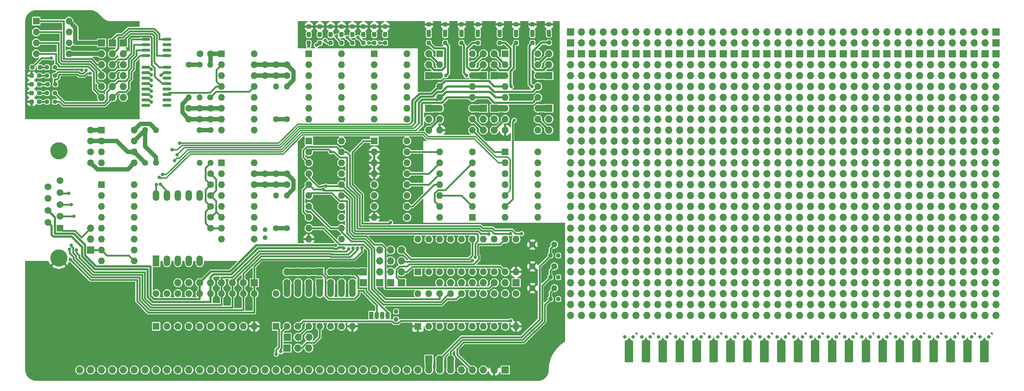
<source format=gbr>
%TF.GenerationSoftware,KiCad,Pcbnew,7.0.5*%
%TF.CreationDate,2024-11-17T15:27:36-05:00*%
%TF.ProjectId,93c76_revision_two,39336337-365f-4726-9576-6973696f6e5f,rev?*%
%TF.SameCoordinates,Original*%
%TF.FileFunction,Copper,L1,Top*%
%TF.FilePolarity,Positive*%
%FSLAX46Y46*%
G04 Gerber Fmt 4.6, Leading zero omitted, Abs format (unit mm)*
G04 Created by KiCad (PCBNEW 7.0.5) date 2024-11-17 15:27:36*
%MOMM*%
%LPD*%
G01*
G04 APERTURE LIST*
G04 Aperture macros list*
%AMRoundRect*
0 Rectangle with rounded corners*
0 $1 Rounding radius*
0 $2 $3 $4 $5 $6 $7 $8 $9 X,Y pos of 4 corners*
0 Add a 4 corners polygon primitive as box body*
4,1,4,$2,$3,$4,$5,$6,$7,$8,$9,$2,$3,0*
0 Add four circle primitives for the rounded corners*
1,1,$1+$1,$2,$3*
1,1,$1+$1,$4,$5*
1,1,$1+$1,$6,$7*
1,1,$1+$1,$8,$9*
0 Add four rect primitives between the rounded corners*
20,1,$1+$1,$2,$3,$4,$5,0*
20,1,$1+$1,$4,$5,$6,$7,0*
20,1,$1+$1,$6,$7,$8,$9,0*
20,1,$1+$1,$8,$9,$2,$3,0*%
G04 Aperture macros list end*
%TA.AperFunction,SMDPad,CuDef*%
%ADD10RoundRect,0.237500X-0.250000X-0.237500X0.250000X-0.237500X0.250000X0.237500X-0.250000X0.237500X0*%
%TD*%
%TA.AperFunction,SMDPad,CuDef*%
%ADD11RoundRect,0.150000X-0.825000X-0.150000X0.825000X-0.150000X0.825000X0.150000X-0.825000X0.150000X0*%
%TD*%
%TA.AperFunction,ComponentPad*%
%ADD12R,1.700000X1.700000*%
%TD*%
%TA.AperFunction,ComponentPad*%
%ADD13O,1.700000X1.700000*%
%TD*%
%TA.AperFunction,ComponentPad*%
%ADD14C,1.600000*%
%TD*%
%TA.AperFunction,SMDPad,CuDef*%
%ADD15RoundRect,0.237500X-0.237500X0.287500X-0.237500X-0.287500X0.237500X-0.287500X0.237500X0.287500X0*%
%TD*%
%TA.AperFunction,ComponentPad*%
%ADD16C,1.400000*%
%TD*%
%TA.AperFunction,ComponentPad*%
%ADD17O,1.400000X1.400000*%
%TD*%
%TA.AperFunction,ComponentPad*%
%ADD18R,1.600000X1.600000*%
%TD*%
%TA.AperFunction,ComponentPad*%
%ADD19O,1.600000X1.600000*%
%TD*%
%TA.AperFunction,ComponentPad*%
%ADD20R,1.070000X1.800000*%
%TD*%
%TA.AperFunction,ComponentPad*%
%ADD21O,1.070000X1.800000*%
%TD*%
%TA.AperFunction,SMDPad,CuDef*%
%ADD22RoundRect,0.237500X-0.287500X-0.237500X0.287500X-0.237500X0.287500X0.237500X-0.287500X0.237500X0*%
%TD*%
%TA.AperFunction,SMDPad,CuDef*%
%ADD23RoundRect,0.237500X-0.237500X0.250000X-0.237500X-0.250000X0.237500X-0.250000X0.237500X0.250000X0*%
%TD*%
%TA.AperFunction,SMDPad,CuDef*%
%ADD24RoundRect,0.237500X0.287500X0.237500X-0.287500X0.237500X-0.287500X-0.237500X0.287500X-0.237500X0*%
%TD*%
%TA.AperFunction,ComponentPad*%
%ADD25C,4.000000*%
%TD*%
%TA.AperFunction,ComponentPad*%
%ADD26R,1.524000X2.524000*%
%TD*%
%TA.AperFunction,ComponentPad*%
%ADD27O,1.524000X2.524000*%
%TD*%
%TA.AperFunction,SMDPad,CuDef*%
%ADD28RoundRect,0.237500X0.237500X-0.250000X0.237500X0.250000X-0.237500X0.250000X-0.237500X-0.250000X0*%
%TD*%
%TA.AperFunction,SMDPad,CuDef*%
%ADD29RoundRect,0.237500X0.250000X0.237500X-0.250000X0.237500X-0.250000X-0.237500X0.250000X-0.237500X0*%
%TD*%
%TA.AperFunction,ViaPad*%
%ADD30C,0.800000*%
%TD*%
%TA.AperFunction,ViaPad*%
%ADD31C,5.000000*%
%TD*%
%TA.AperFunction,Conductor*%
%ADD32C,0.400000*%
%TD*%
%TA.AperFunction,Conductor*%
%ADD33C,1.500000*%
%TD*%
%TA.AperFunction,Conductor*%
%ADD34C,1.000000*%
%TD*%
%TA.AperFunction,Conductor*%
%ADD35C,0.500000*%
%TD*%
%TA.AperFunction,Conductor*%
%ADD36C,0.300000*%
%TD*%
G04 APERTURE END LIST*
D10*
%TO.P,r13,1*%
%TO.N,Net-(D5-A)*%
X33020000Y-41656000D03*
%TO.P,r13,2*%
%TO.N,/selected_do*%
X34845000Y-41656000D03*
%TD*%
D11*
%TO.P,U1,1,CS*%
%TO.N,/selected_cs*%
X56010040Y-27116684D03*
%TO.P,U1,2,SCLK*%
%TO.N,/selected_scl*%
X56010040Y-28386684D03*
%TO.P,U1,3,DI*%
%TO.N,/selected_di*%
X56010040Y-29656684D03*
%TO.P,U1,4,DO*%
%TO.N,/selected_do*%
X56010040Y-30926684D03*
%TO.P,U1,5,GND*%
%TO.N,/selected_gnd*%
X60960040Y-30926684D03*
%TO.P,U1,6,NC*%
%TO.N,unconnected-(U1-NC-Pad6)*%
X60960040Y-29656684D03*
%TO.P,U1,7,NC*%
%TO.N,unconnected-(U1-NC-Pad7)*%
X60960040Y-28386684D03*
%TO.P,U1,8,VCC*%
%TO.N,/selected_vcc*%
X60960040Y-27116684D03*
%TD*%
D12*
%TO.P,JCol4,1,Pin_1*%
%TO.N,unconnected-(JCol4-Pin_1-Pad1)*%
X177800000Y-30480000D03*
D13*
%TO.P,JCol4,2,Pin_2*%
%TO.N,unconnected-(JCol4-Pin_2-Pad2)*%
X177800000Y-33020000D03*
%TO.P,JCol4,3,Pin_3*%
%TO.N,unconnected-(JCol4-Pin_3-Pad3)*%
X177800000Y-35560000D03*
%TO.P,JCol4,4,Pin_4*%
%TO.N,unconnected-(JCol4-Pin_4-Pad4)*%
X177800000Y-38100000D03*
%TO.P,JCol4,5,Pin_5*%
%TO.N,unconnected-(JCol4-Pin_5-Pad5)*%
X177800000Y-40640000D03*
%TO.P,JCol4,6,Pin_6*%
%TO.N,unconnected-(JCol4-Pin_6-Pad6)*%
X177800000Y-43180000D03*
%TO.P,JCol4,7,Pin_7*%
%TO.N,unconnected-(JCol4-Pin_7-Pad7)*%
X177800000Y-45720000D03*
%TO.P,JCol4,8,Pin_8*%
%TO.N,unconnected-(JCol4-Pin_8-Pad8)*%
X177800000Y-48260000D03*
%TO.P,JCol4,9,Pin_9*%
%TO.N,unconnected-(JCol4-Pin_9-Pad9)*%
X177800000Y-50800000D03*
%TO.P,JCol4,10,Pin_10*%
%TO.N,unconnected-(JCol4-Pin_10-Pad10)*%
X177800000Y-53340000D03*
%TO.P,JCol4,11,Pin_11*%
%TO.N,unconnected-(JCol4-Pin_11-Pad11)*%
X177800000Y-55880000D03*
%TO.P,JCol4,12,Pin_12*%
%TO.N,unconnected-(JCol4-Pin_12-Pad12)*%
X177800000Y-58420000D03*
%TO.P,JCol4,13,Pin_13*%
%TO.N,unconnected-(JCol4-Pin_13-Pad13)*%
X177800000Y-60960000D03*
%TO.P,JCol4,14,Pin_14*%
%TO.N,unconnected-(JCol4-Pin_14-Pad14)*%
X177800000Y-63500000D03*
%TO.P,JCol4,15,Pin_15*%
%TO.N,unconnected-(JCol4-Pin_15-Pad15)*%
X177800000Y-66040000D03*
%TO.P,JCol4,16,Pin_16*%
%TO.N,unconnected-(JCol4-Pin_16-Pad16)*%
X177800000Y-68580000D03*
%TO.P,JCol4,17,Pin_17*%
%TO.N,unconnected-(JCol4-Pin_17-Pad17)*%
X177800000Y-71120000D03*
%TO.P,JCol4,18,Pin_18*%
%TO.N,unconnected-(JCol4-Pin_18-Pad18)*%
X177800000Y-73660000D03*
%TO.P,JCol4,19,Pin_19*%
%TO.N,unconnected-(JCol4-Pin_19-Pad19)*%
X177800000Y-76200000D03*
%TO.P,JCol4,20,Pin_20*%
%TO.N,unconnected-(JCol4-Pin_20-Pad20)*%
X177800000Y-78740000D03*
%TO.P,JCol4,21,Pin_21*%
%TO.N,unconnected-(JCol4-Pin_21-Pad21)*%
X177800000Y-81280000D03*
%TO.P,JCol4,22,Pin_22*%
%TO.N,unconnected-(JCol4-Pin_22-Pad22)*%
X177800000Y-83820000D03*
%TO.P,JCol4,23,Pin_23*%
%TO.N,unconnected-(JCol4-Pin_23-Pad23)*%
X177800000Y-86360000D03*
%TO.P,JCol4,24,Pin_24*%
%TO.N,unconnected-(JCol4-Pin_24-Pad24)*%
X177800000Y-88900000D03*
%TO.P,JCol4,25,Pin_25*%
%TO.N,unconnected-(JCol4-Pin_25-Pad25)*%
X177800000Y-91440000D03*
%TD*%
D11*
%TO.P,U9,1,QB*%
%TO.N,/instr_1_data_1*%
X56010190Y-33619910D03*
%TO.P,U9,2,QC*%
%TO.N,/instr_2_data_2*%
X56010190Y-34889910D03*
%TO.P,U9,3,QD*%
%TO.N,/instr_3_data_3*%
X56010190Y-36159910D03*
%TO.P,U9,4,QE*%
%TO.N,/instr_4*%
X56010190Y-37429910D03*
%TO.P,U9,5,QF*%
%TO.N,/instr_5*%
X56010190Y-38699910D03*
%TO.P,U9,6,QG*%
%TO.N,/instr_6_clk_output_reg*%
X56010190Y-39969910D03*
%TO.P,U9,7,QH*%
%TO.N,/instr_7_clk_instr_reg*%
X56010190Y-41239910D03*
%TO.P,U9,8,GND*%
%TO.N,GND*%
X56010190Y-42509910D03*
%TO.P,U9,9,QH'*%
%TO.N,unconnected-(U9-QH'-Pad9)*%
X60960190Y-42509910D03*
%TO.P,U9,10,~{SRCLR}*%
%TO.N,+5V*%
X60960190Y-41239910D03*
%TO.P,U9,11,SRCLK*%
%TO.N,/rom_scl_n*%
X60960190Y-39969910D03*
%TO.P,U9,12,RCLK*%
%TO.N,/rclk*%
X60960190Y-38699910D03*
%TO.P,U9,13,~{OE}*%
%TO.N,GND*%
X60960190Y-37429910D03*
%TO.P,U9,14,SER*%
%TO.N,/selected_do*%
X60960190Y-36159910D03*
%TO.P,U9,15,QA*%
%TO.N,/instr_0_data_0*%
X60960190Y-34889910D03*
%TO.P,U9,16,VCC*%
%TO.N,+5V*%
X60960190Y-33619910D03*
%TD*%
D12*
%TO.P,J6,1,Pin_1*%
%TO.N,+5V*%
X50800000Y-27940000D03*
D13*
%TO.P,J6,2,Pin_2*%
%TO.N,GND*%
X50800000Y-30480000D03*
%TO.P,J6,3,Pin_3*%
%TO.N,/rom_cs*%
X50800000Y-33020000D03*
%TO.P,J6,4,Pin_4*%
%TO.N,/rom_scl*%
X50800000Y-35560000D03*
%TO.P,J6,5,Pin_5*%
%TO.N,/rom_sdi*%
X50800000Y-38100000D03*
%TO.P,J6,6,Pin_6*%
%TO.N,/rom_sdo*%
X50800000Y-40640000D03*
%TD*%
D14*
%TO.P,C5,1*%
%TO.N,Net-(U4-CV)*%
X43180000Y-55840000D03*
%TO.P,C5,2*%
%TO.N,GND*%
X43180000Y-53340000D03*
%TD*%
%TO.P,C2,1*%
%TO.N,Net-(U3A-Cext)*%
X88900000Y-60960000D03*
%TO.P,C2,2*%
%TO.N,Net-(U3A-RCext)*%
X88900000Y-58460000D03*
%TD*%
D12*
%TO.P,JCol7,1,Pin_1*%
%TO.N,unconnected-(JCol7-Pin_1-Pad1)*%
X185420000Y-30480000D03*
D13*
%TO.P,JCol7,2,Pin_2*%
%TO.N,unconnected-(JCol7-Pin_2-Pad2)*%
X185420000Y-33020000D03*
%TO.P,JCol7,3,Pin_3*%
%TO.N,unconnected-(JCol7-Pin_3-Pad3)*%
X185420000Y-35560000D03*
%TO.P,JCol7,4,Pin_4*%
%TO.N,unconnected-(JCol7-Pin_4-Pad4)*%
X185420000Y-38100000D03*
%TO.P,JCol7,5,Pin_5*%
%TO.N,unconnected-(JCol7-Pin_5-Pad5)*%
X185420000Y-40640000D03*
%TO.P,JCol7,6,Pin_6*%
%TO.N,unconnected-(JCol7-Pin_6-Pad6)*%
X185420000Y-43180000D03*
%TO.P,JCol7,7,Pin_7*%
%TO.N,unconnected-(JCol7-Pin_7-Pad7)*%
X185420000Y-45720000D03*
%TO.P,JCol7,8,Pin_8*%
%TO.N,unconnected-(JCol7-Pin_8-Pad8)*%
X185420000Y-48260000D03*
%TO.P,JCol7,9,Pin_9*%
%TO.N,unconnected-(JCol7-Pin_9-Pad9)*%
X185420000Y-50800000D03*
%TO.P,JCol7,10,Pin_10*%
%TO.N,unconnected-(JCol7-Pin_10-Pad10)*%
X185420000Y-53340000D03*
%TO.P,JCol7,11,Pin_11*%
%TO.N,unconnected-(JCol7-Pin_11-Pad11)*%
X185420000Y-55880000D03*
%TO.P,JCol7,12,Pin_12*%
%TO.N,unconnected-(JCol7-Pin_12-Pad12)*%
X185420000Y-58420000D03*
%TO.P,JCol7,13,Pin_13*%
%TO.N,unconnected-(JCol7-Pin_13-Pad13)*%
X185420000Y-60960000D03*
%TO.P,JCol7,14,Pin_14*%
%TO.N,unconnected-(JCol7-Pin_14-Pad14)*%
X185420000Y-63500000D03*
%TO.P,JCol7,15,Pin_15*%
%TO.N,unconnected-(JCol7-Pin_15-Pad15)*%
X185420000Y-66040000D03*
%TO.P,JCol7,16,Pin_16*%
%TO.N,unconnected-(JCol7-Pin_16-Pad16)*%
X185420000Y-68580000D03*
%TO.P,JCol7,17,Pin_17*%
%TO.N,unconnected-(JCol7-Pin_17-Pad17)*%
X185420000Y-71120000D03*
%TO.P,JCol7,18,Pin_18*%
%TO.N,unconnected-(JCol7-Pin_18-Pad18)*%
X185420000Y-73660000D03*
%TO.P,JCol7,19,Pin_19*%
%TO.N,unconnected-(JCol7-Pin_19-Pad19)*%
X185420000Y-76200000D03*
%TO.P,JCol7,20,Pin_20*%
%TO.N,unconnected-(JCol7-Pin_20-Pad20)*%
X185420000Y-78740000D03*
%TO.P,JCol7,21,Pin_21*%
%TO.N,unconnected-(JCol7-Pin_21-Pad21)*%
X185420000Y-81280000D03*
%TO.P,JCol7,22,Pin_22*%
%TO.N,unconnected-(JCol7-Pin_22-Pad22)*%
X185420000Y-83820000D03*
%TO.P,JCol7,23,Pin_23*%
%TO.N,unconnected-(JCol7-Pin_23-Pad23)*%
X185420000Y-86360000D03*
%TO.P,JCol7,24,Pin_24*%
%TO.N,unconnected-(JCol7-Pin_24-Pad24)*%
X185420000Y-88900000D03*
%TO.P,JCol7,25,Pin_25*%
%TO.N,unconnected-(JCol7-Pin_25-Pad25)*%
X185420000Y-91440000D03*
%TD*%
D10*
%TO.P,r11,1*%
%TO.N,Net-(D3-A)*%
X33123500Y-37592000D03*
%TO.P,r11,2*%
%TO.N,/selected_scl*%
X34948500Y-37592000D03*
%TD*%
D15*
%TO.P,D22,1,K*%
%TO.N,GND*%
X93980000Y-24130000D03*
%TO.P,D22,2,A*%
%TO.N,Net-(D22-A)*%
X93980000Y-25880000D03*
%TD*%
D12*
%TO.P,J17,1,Pin_1*%
%TO.N,unconnected-(J17-Pin_1-Pad1)*%
X154940000Y-27940000D03*
D13*
%TO.P,J17,2,Pin_2*%
%TO.N,unconnected-(J17-Pin_2-Pad2)*%
X157480000Y-27940000D03*
%TO.P,J17,3,Pin_3*%
%TO.N,unconnected-(J17-Pin_3-Pad3)*%
X160020000Y-27940000D03*
%TO.P,J17,4,Pin_4*%
%TO.N,unconnected-(J17-Pin_4-Pad4)*%
X162560000Y-27940000D03*
%TO.P,J17,5,Pin_5*%
%TO.N,unconnected-(J17-Pin_5-Pad5)*%
X165100000Y-27940000D03*
%TO.P,J17,6,Pin_6*%
%TO.N,unconnected-(J17-Pin_6-Pad6)*%
X167640000Y-27940000D03*
%TO.P,J17,7,Pin_7*%
%TO.N,unconnected-(J17-Pin_7-Pad7)*%
X170180000Y-27940000D03*
%TO.P,J17,8,Pin_8*%
%TO.N,unconnected-(J17-Pin_8-Pad8)*%
X172720000Y-27940000D03*
%TO.P,J17,9,Pin_9*%
%TO.N,unconnected-(J17-Pin_9-Pad9)*%
X175260000Y-27940000D03*
%TO.P,J17,10,Pin_10*%
%TO.N,unconnected-(J17-Pin_10-Pad10)*%
X177800000Y-27940000D03*
%TO.P,J17,11,Pin_11*%
%TO.N,unconnected-(J17-Pin_11-Pad11)*%
X180340000Y-27940000D03*
%TO.P,J17,12,Pin_12*%
%TO.N,unconnected-(J17-Pin_12-Pad12)*%
X182880000Y-27940000D03*
%TO.P,J17,13,Pin_13*%
%TO.N,unconnected-(J17-Pin_13-Pad13)*%
X185420000Y-27940000D03*
%TO.P,J17,14,Pin_14*%
%TO.N,unconnected-(J17-Pin_14-Pad14)*%
X187960000Y-27940000D03*
%TO.P,J17,15,Pin_15*%
%TO.N,unconnected-(J17-Pin_15-Pad15)*%
X190500000Y-27940000D03*
%TD*%
D12*
%TO.P,J22,1,Pin_1*%
%TO.N,Net-(J22-Pin_1)*%
X137160000Y-43180000D03*
D13*
%TO.P,J22,2,Pin_2*%
%TO.N,/spi_cs_1*%
X137160000Y-45720000D03*
%TO.P,J22,3,Pin_3*%
%TO.N,Net-(J22-Pin_3)*%
X137160000Y-48260000D03*
%TD*%
D12*
%TO.P,JCol6,1,Pin_1*%
%TO.N,unconnected-(JCol6-Pin_1-Pad1)*%
X223520000Y-30480000D03*
D13*
%TO.P,JCol6,2,Pin_2*%
%TO.N,unconnected-(JCol6-Pin_2-Pad2)*%
X223520000Y-33020000D03*
%TO.P,JCol6,3,Pin_3*%
%TO.N,unconnected-(JCol6-Pin_3-Pad3)*%
X223520000Y-35560000D03*
%TO.P,JCol6,4,Pin_4*%
%TO.N,unconnected-(JCol6-Pin_4-Pad4)*%
X223520000Y-38100000D03*
%TO.P,JCol6,5,Pin_5*%
%TO.N,unconnected-(JCol6-Pin_5-Pad5)*%
X223520000Y-40640000D03*
%TO.P,JCol6,6,Pin_6*%
%TO.N,unconnected-(JCol6-Pin_6-Pad6)*%
X223520000Y-43180000D03*
%TO.P,JCol6,7,Pin_7*%
%TO.N,unconnected-(JCol6-Pin_7-Pad7)*%
X223520000Y-45720000D03*
%TO.P,JCol6,8,Pin_8*%
%TO.N,unconnected-(JCol6-Pin_8-Pad8)*%
X223520000Y-48260000D03*
%TO.P,JCol6,9,Pin_9*%
%TO.N,unconnected-(JCol6-Pin_9-Pad9)*%
X223520000Y-50800000D03*
%TO.P,JCol6,10,Pin_10*%
%TO.N,unconnected-(JCol6-Pin_10-Pad10)*%
X223520000Y-53340000D03*
%TO.P,JCol6,11,Pin_11*%
%TO.N,unconnected-(JCol6-Pin_11-Pad11)*%
X223520000Y-55880000D03*
%TO.P,JCol6,12,Pin_12*%
%TO.N,unconnected-(JCol6-Pin_12-Pad12)*%
X223520000Y-58420000D03*
%TO.P,JCol6,13,Pin_13*%
%TO.N,unconnected-(JCol6-Pin_13-Pad13)*%
X223520000Y-60960000D03*
%TO.P,JCol6,14,Pin_14*%
%TO.N,unconnected-(JCol6-Pin_14-Pad14)*%
X223520000Y-63500000D03*
%TO.P,JCol6,15,Pin_15*%
%TO.N,unconnected-(JCol6-Pin_15-Pad15)*%
X223520000Y-66040000D03*
%TO.P,JCol6,16,Pin_16*%
%TO.N,unconnected-(JCol6-Pin_16-Pad16)*%
X223520000Y-68580000D03*
%TO.P,JCol6,17,Pin_17*%
%TO.N,unconnected-(JCol6-Pin_17-Pad17)*%
X223520000Y-71120000D03*
%TO.P,JCol6,18,Pin_18*%
%TO.N,unconnected-(JCol6-Pin_18-Pad18)*%
X223520000Y-73660000D03*
%TO.P,JCol6,19,Pin_19*%
%TO.N,unconnected-(JCol6-Pin_19-Pad19)*%
X223520000Y-76200000D03*
%TO.P,JCol6,20,Pin_20*%
%TO.N,unconnected-(JCol6-Pin_20-Pad20)*%
X223520000Y-78740000D03*
%TO.P,JCol6,21,Pin_21*%
%TO.N,unconnected-(JCol6-Pin_21-Pad21)*%
X223520000Y-81280000D03*
%TO.P,JCol6,22,Pin_22*%
%TO.N,unconnected-(JCol6-Pin_22-Pad22)*%
X223520000Y-83820000D03*
%TO.P,JCol6,23,Pin_23*%
%TO.N,unconnected-(JCol6-Pin_23-Pad23)*%
X223520000Y-86360000D03*
%TO.P,JCol6,24,Pin_24*%
%TO.N,unconnected-(JCol6-Pin_24-Pad24)*%
X223520000Y-88900000D03*
%TO.P,JCol6,25,Pin_25*%
%TO.N,unconnected-(JCol6-Pin_25-Pad25)*%
X223520000Y-91440000D03*
%TD*%
D16*
%TO.P,r9,1*%
%TO.N,Net-(r16-Pad1)*%
X66040000Y-33020000D03*
D17*
%TO.P,r9,2*%
%TO.N,Net-(U2B-RCext)*%
X66040000Y-40640000D03*
%TD*%
D18*
%TO.P,U4,1,GND*%
%TO.N,GND*%
X45720000Y-48260000D03*
D19*
%TO.P,U4,2,TR*%
%TO.N,Net-(U4-THR)*%
X45720000Y-50800000D03*
%TO.P,U4,3,Q*%
%TO.N,/BOOT_Clock*%
X45720000Y-53340000D03*
%TO.P,U4,4,R*%
%TO.N,/rom_cs*%
X45720000Y-55880000D03*
%TO.P,U4,5,CV*%
%TO.N,Net-(U4-CV)*%
X53340000Y-55880000D03*
%TO.P,U4,6,THR*%
%TO.N,Net-(U4-THR)*%
X53340000Y-53340000D03*
%TO.P,U4,7,DIS*%
%TO.N,Net-(U4-DIS)*%
X53340000Y-50800000D03*
%TO.P,U4,8,VCC*%
%TO.N,+5V*%
X53340000Y-48260000D03*
%TD*%
D16*
%TO.P,r16,1*%
%TO.N,Net-(r16-Pad1)*%
X68580000Y-33020000D03*
D17*
%TO.P,r16,2*%
%TO.N,+5V*%
X68580000Y-40640000D03*
%TD*%
D20*
%TO.P,D6,1,RK*%
%TO.N,/equals*%
X108543009Y-91440000D03*
D21*
%TO.P,D6,2,GK*%
%TO.N,/card_we_n*%
X109813009Y-91440000D03*
%TO.P,D6,3,A*%
%TO.N,Net-(D6-A)*%
X111083009Y-91440000D03*
%TO.P,D6,4,BK*%
%TO.N,/card_oe_n*%
X112353009Y-91440000D03*
%TD*%
D12*
%TO.P,J8,1,Pin_1*%
%TO.N,/Addr_14*%
X88900000Y-99060000D03*
D13*
%TO.P,J8,2,Pin_2*%
%TO.N,Net-(J8-Pin_2)*%
X91440000Y-99060000D03*
%TO.P,J8,3,Pin_3*%
%TO.N,/Addr_14_n*%
X93980000Y-99060000D03*
%TD*%
D16*
%TO.P,r3,1*%
%TO.N,Net-(r3-Pad1)*%
X88900000Y-71120000D03*
D17*
%TO.P,r3,2*%
%TO.N,Net-(U3A-RCext)*%
X88900000Y-63500000D03*
%TD*%
D14*
%TO.P,C9,1*%
%TO.N,Net-(U2A-Cext)*%
X83820000Y-35560000D03*
%TO.P,C9,2*%
%TO.N,/2MHz_clock_rcset*%
X83820000Y-33060000D03*
%TD*%
D15*
%TO.P,D14,1,K*%
%TO.N,GND*%
X149860000Y-23650000D03*
%TO.P,D14,2,A*%
%TO.N,Net-(D14-A)*%
X149860000Y-25400000D03*
%TD*%
D18*
%TO.P,U18,1,A0*%
%TO.N,/Addr_12*%
X86360000Y-93980000D03*
D19*
%TO.P,U18,2,A1*%
%TO.N,/Addr_13*%
X88900000Y-93980000D03*
%TO.P,U18,3,A2*%
%TO.N,/WE_n*%
X91440000Y-93980000D03*
%TO.P,U18,4,E1*%
%TO.N,Net-(J9-Pin_2)*%
X93980000Y-93980000D03*
%TO.P,U18,5,E2*%
%TO.N,Net-(J8-Pin_2)*%
X96520000Y-93980000D03*
%TO.P,U18,6,E3*%
%TO.N,Net-(U18-E3)*%
X99060000Y-93980000D03*
%TO.P,U18,7,O7*%
%TO.N,Net-(J11-Pin_1)*%
X101600000Y-93980000D03*
%TO.P,U18,8,GND*%
%TO.N,GND*%
X104140000Y-93980000D03*
%TO.P,U18,9,O6*%
%TO.N,Net-(J11-Pin_2)*%
X104140000Y-86360000D03*
%TO.P,U18,10,O5*%
%TO.N,Net-(J11-Pin_3)*%
X101600000Y-86360000D03*
%TO.P,U18,11,O4*%
%TO.N,Net-(J11-Pin_4)*%
X99060000Y-86360000D03*
%TO.P,U18,12,O3*%
%TO.N,Net-(J10-Pin_1)*%
X96520000Y-86360000D03*
%TO.P,U18,13,O2*%
%TO.N,Net-(J10-Pin_2)*%
X93980000Y-86360000D03*
%TO.P,U18,14,O1*%
%TO.N,Net-(J10-Pin_3)*%
X91440000Y-86360000D03*
%TO.P,U18,15,O0*%
%TO.N,Net-(J10-Pin_4)*%
X88900000Y-86360000D03*
%TO.P,U18,16,VCC*%
%TO.N,+5V*%
X86360000Y-86360000D03*
%TD*%
D16*
%TO.P,SW2,1,A*%
%TO.N,GND*%
X146050000Y-80010000D03*
D17*
%TO.P,SW2,2,B*%
%TO.N,/WE_n*%
X151130000Y-80010000D03*
%TD*%
D14*
%TO.P,C7,1*%
%TO.N,GND*%
X68620000Y-30480000D03*
%TO.P,C7,2*%
%TO.N,Net-(U2A-A)*%
X71120000Y-30480000D03*
%TD*%
D22*
%TO.P,D5,1,K*%
%TO.N,GND*%
X29464000Y-41656000D03*
%TO.P,D5,2,A*%
%TO.N,Net-(D5-A)*%
X31214000Y-41656000D03*
%TD*%
D12*
%TO.P,JCol8,1,Pin_1*%
%TO.N,unconnected-(JCol8-Pin_1-Pad1)*%
X248920000Y-30480000D03*
D13*
%TO.P,JCol8,2,Pin_2*%
%TO.N,unconnected-(JCol8-Pin_2-Pad2)*%
X248920000Y-33020000D03*
%TO.P,JCol8,3,Pin_3*%
%TO.N,unconnected-(JCol8-Pin_3-Pad3)*%
X248920000Y-35560000D03*
%TO.P,JCol8,4,Pin_4*%
%TO.N,unconnected-(JCol8-Pin_4-Pad4)*%
X248920000Y-38100000D03*
%TO.P,JCol8,5,Pin_5*%
%TO.N,unconnected-(JCol8-Pin_5-Pad5)*%
X248920000Y-40640000D03*
%TO.P,JCol8,6,Pin_6*%
%TO.N,unconnected-(JCol8-Pin_6-Pad6)*%
X248920000Y-43180000D03*
%TO.P,JCol8,7,Pin_7*%
%TO.N,unconnected-(JCol8-Pin_7-Pad7)*%
X248920000Y-45720000D03*
%TO.P,JCol8,8,Pin_8*%
%TO.N,unconnected-(JCol8-Pin_8-Pad8)*%
X248920000Y-48260000D03*
%TO.P,JCol8,9,Pin_9*%
%TO.N,unconnected-(JCol8-Pin_9-Pad9)*%
X248920000Y-50800000D03*
%TO.P,JCol8,10,Pin_10*%
%TO.N,unconnected-(JCol8-Pin_10-Pad10)*%
X248920000Y-53340000D03*
%TO.P,JCol8,11,Pin_11*%
%TO.N,unconnected-(JCol8-Pin_11-Pad11)*%
X248920000Y-55880000D03*
%TO.P,JCol8,12,Pin_12*%
%TO.N,unconnected-(JCol8-Pin_12-Pad12)*%
X248920000Y-58420000D03*
%TO.P,JCol8,13,Pin_13*%
%TO.N,unconnected-(JCol8-Pin_13-Pad13)*%
X248920000Y-60960000D03*
%TO.P,JCol8,14,Pin_14*%
%TO.N,unconnected-(JCol8-Pin_14-Pad14)*%
X248920000Y-63500000D03*
%TO.P,JCol8,15,Pin_15*%
%TO.N,unconnected-(JCol8-Pin_15-Pad15)*%
X248920000Y-66040000D03*
%TO.P,JCol8,16,Pin_16*%
%TO.N,unconnected-(JCol8-Pin_16-Pad16)*%
X248920000Y-68580000D03*
%TO.P,JCol8,17,Pin_17*%
%TO.N,unconnected-(JCol8-Pin_17-Pad17)*%
X248920000Y-71120000D03*
%TO.P,JCol8,18,Pin_18*%
%TO.N,unconnected-(JCol8-Pin_18-Pad18)*%
X248920000Y-73660000D03*
%TO.P,JCol8,19,Pin_19*%
%TO.N,unconnected-(JCol8-Pin_19-Pad19)*%
X248920000Y-76200000D03*
%TO.P,JCol8,20,Pin_20*%
%TO.N,unconnected-(JCol8-Pin_20-Pad20)*%
X248920000Y-78740000D03*
%TO.P,JCol8,21,Pin_21*%
%TO.N,unconnected-(JCol8-Pin_21-Pad21)*%
X248920000Y-81280000D03*
%TO.P,JCol8,22,Pin_22*%
%TO.N,unconnected-(JCol8-Pin_22-Pad22)*%
X248920000Y-83820000D03*
%TO.P,JCol8,23,Pin_23*%
%TO.N,unconnected-(JCol8-Pin_23-Pad23)*%
X248920000Y-86360000D03*
%TO.P,JCol8,24,Pin_24*%
%TO.N,unconnected-(JCol8-Pin_24-Pad24)*%
X248920000Y-88900000D03*
%TO.P,JCol8,25,Pin_25*%
%TO.N,unconnected-(JCol8-Pin_25-Pad25)*%
X248920000Y-91440000D03*
%TD*%
D10*
%TO.P,r8,1*%
%TO.N,Net-(D2-A)*%
X33020000Y-35560000D03*
%TO.P,r8,2*%
%TO.N,/selected_cs*%
X34845000Y-35560000D03*
%TD*%
D12*
%TO.P,JCol6,1,Pin_1*%
%TO.N,unconnected-(JCol6-Pin_1-Pad1)*%
X243840000Y-30480000D03*
D13*
%TO.P,JCol6,2,Pin_2*%
%TO.N,unconnected-(JCol6-Pin_2-Pad2)*%
X243840000Y-33020000D03*
%TO.P,JCol6,3,Pin_3*%
%TO.N,unconnected-(JCol6-Pin_3-Pad3)*%
X243840000Y-35560000D03*
%TO.P,JCol6,4,Pin_4*%
%TO.N,unconnected-(JCol6-Pin_4-Pad4)*%
X243840000Y-38100000D03*
%TO.P,JCol6,5,Pin_5*%
%TO.N,unconnected-(JCol6-Pin_5-Pad5)*%
X243840000Y-40640000D03*
%TO.P,JCol6,6,Pin_6*%
%TO.N,unconnected-(JCol6-Pin_6-Pad6)*%
X243840000Y-43180000D03*
%TO.P,JCol6,7,Pin_7*%
%TO.N,unconnected-(JCol6-Pin_7-Pad7)*%
X243840000Y-45720000D03*
%TO.P,JCol6,8,Pin_8*%
%TO.N,unconnected-(JCol6-Pin_8-Pad8)*%
X243840000Y-48260000D03*
%TO.P,JCol6,9,Pin_9*%
%TO.N,unconnected-(JCol6-Pin_9-Pad9)*%
X243840000Y-50800000D03*
%TO.P,JCol6,10,Pin_10*%
%TO.N,unconnected-(JCol6-Pin_10-Pad10)*%
X243840000Y-53340000D03*
%TO.P,JCol6,11,Pin_11*%
%TO.N,unconnected-(JCol6-Pin_11-Pad11)*%
X243840000Y-55880000D03*
%TO.P,JCol6,12,Pin_12*%
%TO.N,unconnected-(JCol6-Pin_12-Pad12)*%
X243840000Y-58420000D03*
%TO.P,JCol6,13,Pin_13*%
%TO.N,unconnected-(JCol6-Pin_13-Pad13)*%
X243840000Y-60960000D03*
%TO.P,JCol6,14,Pin_14*%
%TO.N,unconnected-(JCol6-Pin_14-Pad14)*%
X243840000Y-63500000D03*
%TO.P,JCol6,15,Pin_15*%
%TO.N,unconnected-(JCol6-Pin_15-Pad15)*%
X243840000Y-66040000D03*
%TO.P,JCol6,16,Pin_16*%
%TO.N,unconnected-(JCol6-Pin_16-Pad16)*%
X243840000Y-68580000D03*
%TO.P,JCol6,17,Pin_17*%
%TO.N,unconnected-(JCol6-Pin_17-Pad17)*%
X243840000Y-71120000D03*
%TO.P,JCol6,18,Pin_18*%
%TO.N,unconnected-(JCol6-Pin_18-Pad18)*%
X243840000Y-73660000D03*
%TO.P,JCol6,19,Pin_19*%
%TO.N,unconnected-(JCol6-Pin_19-Pad19)*%
X243840000Y-76200000D03*
%TO.P,JCol6,20,Pin_20*%
%TO.N,unconnected-(JCol6-Pin_20-Pad20)*%
X243840000Y-78740000D03*
%TO.P,JCol6,21,Pin_21*%
%TO.N,unconnected-(JCol6-Pin_21-Pad21)*%
X243840000Y-81280000D03*
%TO.P,JCol6,22,Pin_22*%
%TO.N,unconnected-(JCol6-Pin_22-Pad22)*%
X243840000Y-83820000D03*
%TO.P,JCol6,23,Pin_23*%
%TO.N,unconnected-(JCol6-Pin_23-Pad23)*%
X243840000Y-86360000D03*
%TO.P,JCol6,24,Pin_24*%
%TO.N,unconnected-(JCol6-Pin_24-Pad24)*%
X243840000Y-88900000D03*
%TO.P,JCol6,25,Pin_25*%
%TO.N,unconnected-(JCol6-Pin_25-Pad25)*%
X243840000Y-91440000D03*
%TD*%
D23*
%TO.P,r32,1*%
%TO.N,Net-(D17-A)*%
X106680000Y-26115000D03*
%TO.P,r32,2*%
%TO.N,/data_out_2*%
X106680000Y-27940000D03*
%TD*%
D15*
%TO.P,D9,1,K*%
%TO.N,GND*%
X129540000Y-23650000D03*
%TO.P,D9,2,A*%
%TO.N,Net-(D9-A)*%
X129540000Y-25400000D03*
%TD*%
D16*
%TO.P,SW3,1,A*%
%TO.N,GND*%
X146050000Y-74930000D03*
D17*
%TO.P,SW3,2,B*%
%TO.N,/OE_n*%
X151130000Y-74930000D03*
%TD*%
D12*
%TO.P,JCol5,1,Pin_1*%
%TO.N,unconnected-(JCol5-Pin_1-Pad1)*%
X241300000Y-30480000D03*
D13*
%TO.P,JCol5,2,Pin_2*%
%TO.N,unconnected-(JCol5-Pin_2-Pad2)*%
X241300000Y-33020000D03*
%TO.P,JCol5,3,Pin_3*%
%TO.N,unconnected-(JCol5-Pin_3-Pad3)*%
X241300000Y-35560000D03*
%TO.P,JCol5,4,Pin_4*%
%TO.N,unconnected-(JCol5-Pin_4-Pad4)*%
X241300000Y-38100000D03*
%TO.P,JCol5,5,Pin_5*%
%TO.N,unconnected-(JCol5-Pin_5-Pad5)*%
X241300000Y-40640000D03*
%TO.P,JCol5,6,Pin_6*%
%TO.N,unconnected-(JCol5-Pin_6-Pad6)*%
X241300000Y-43180000D03*
%TO.P,JCol5,7,Pin_7*%
%TO.N,unconnected-(JCol5-Pin_7-Pad7)*%
X241300000Y-45720000D03*
%TO.P,JCol5,8,Pin_8*%
%TO.N,unconnected-(JCol5-Pin_8-Pad8)*%
X241300000Y-48260000D03*
%TO.P,JCol5,9,Pin_9*%
%TO.N,unconnected-(JCol5-Pin_9-Pad9)*%
X241300000Y-50800000D03*
%TO.P,JCol5,10,Pin_10*%
%TO.N,unconnected-(JCol5-Pin_10-Pad10)*%
X241300000Y-53340000D03*
%TO.P,JCol5,11,Pin_11*%
%TO.N,unconnected-(JCol5-Pin_11-Pad11)*%
X241300000Y-55880000D03*
%TO.P,JCol5,12,Pin_12*%
%TO.N,unconnected-(JCol5-Pin_12-Pad12)*%
X241300000Y-58420000D03*
%TO.P,JCol5,13,Pin_13*%
%TO.N,unconnected-(JCol5-Pin_13-Pad13)*%
X241300000Y-60960000D03*
%TO.P,JCol5,14,Pin_14*%
%TO.N,unconnected-(JCol5-Pin_14-Pad14)*%
X241300000Y-63500000D03*
%TO.P,JCol5,15,Pin_15*%
%TO.N,unconnected-(JCol5-Pin_15-Pad15)*%
X241300000Y-66040000D03*
%TO.P,JCol5,16,Pin_16*%
%TO.N,unconnected-(JCol5-Pin_16-Pad16)*%
X241300000Y-68580000D03*
%TO.P,JCol5,17,Pin_17*%
%TO.N,unconnected-(JCol5-Pin_17-Pad17)*%
X241300000Y-71120000D03*
%TO.P,JCol5,18,Pin_18*%
%TO.N,unconnected-(JCol5-Pin_18-Pad18)*%
X241300000Y-73660000D03*
%TO.P,JCol5,19,Pin_19*%
%TO.N,unconnected-(JCol5-Pin_19-Pad19)*%
X241300000Y-76200000D03*
%TO.P,JCol5,20,Pin_20*%
%TO.N,unconnected-(JCol5-Pin_20-Pad20)*%
X241300000Y-78740000D03*
%TO.P,JCol5,21,Pin_21*%
%TO.N,unconnected-(JCol5-Pin_21-Pad21)*%
X241300000Y-81280000D03*
%TO.P,JCol5,22,Pin_22*%
%TO.N,unconnected-(JCol5-Pin_22-Pad22)*%
X241300000Y-83820000D03*
%TO.P,JCol5,23,Pin_23*%
%TO.N,unconnected-(JCol5-Pin_23-Pad23)*%
X241300000Y-86360000D03*
%TO.P,JCol5,24,Pin_24*%
%TO.N,unconnected-(JCol5-Pin_24-Pad24)*%
X241300000Y-88900000D03*
%TO.P,JCol5,25,Pin_25*%
%TO.N,unconnected-(JCol5-Pin_25-Pad25)*%
X241300000Y-91440000D03*
%TD*%
D12*
%TO.P,JCol7,1,Pin_1*%
%TO.N,unconnected-(JCol7-Pin_1-Pad1)*%
X165100000Y-30480000D03*
D13*
%TO.P,JCol7,2,Pin_2*%
%TO.N,unconnected-(JCol7-Pin_2-Pad2)*%
X165100000Y-33020000D03*
%TO.P,JCol7,3,Pin_3*%
%TO.N,unconnected-(JCol7-Pin_3-Pad3)*%
X165100000Y-35560000D03*
%TO.P,JCol7,4,Pin_4*%
%TO.N,unconnected-(JCol7-Pin_4-Pad4)*%
X165100000Y-38100000D03*
%TO.P,JCol7,5,Pin_5*%
%TO.N,unconnected-(JCol7-Pin_5-Pad5)*%
X165100000Y-40640000D03*
%TO.P,JCol7,6,Pin_6*%
%TO.N,unconnected-(JCol7-Pin_6-Pad6)*%
X165100000Y-43180000D03*
%TO.P,JCol7,7,Pin_7*%
%TO.N,unconnected-(JCol7-Pin_7-Pad7)*%
X165100000Y-45720000D03*
%TO.P,JCol7,8,Pin_8*%
%TO.N,unconnected-(JCol7-Pin_8-Pad8)*%
X165100000Y-48260000D03*
%TO.P,JCol7,9,Pin_9*%
%TO.N,unconnected-(JCol7-Pin_9-Pad9)*%
X165100000Y-50800000D03*
%TO.P,JCol7,10,Pin_10*%
%TO.N,unconnected-(JCol7-Pin_10-Pad10)*%
X165100000Y-53340000D03*
%TO.P,JCol7,11,Pin_11*%
%TO.N,unconnected-(JCol7-Pin_11-Pad11)*%
X165100000Y-55880000D03*
%TO.P,JCol7,12,Pin_12*%
%TO.N,unconnected-(JCol7-Pin_12-Pad12)*%
X165100000Y-58420000D03*
%TO.P,JCol7,13,Pin_13*%
%TO.N,unconnected-(JCol7-Pin_13-Pad13)*%
X165100000Y-60960000D03*
%TO.P,JCol7,14,Pin_14*%
%TO.N,unconnected-(JCol7-Pin_14-Pad14)*%
X165100000Y-63500000D03*
%TO.P,JCol7,15,Pin_15*%
%TO.N,unconnected-(JCol7-Pin_15-Pad15)*%
X165100000Y-66040000D03*
%TO.P,JCol7,16,Pin_16*%
%TO.N,unconnected-(JCol7-Pin_16-Pad16)*%
X165100000Y-68580000D03*
%TO.P,JCol7,17,Pin_17*%
%TO.N,unconnected-(JCol7-Pin_17-Pad17)*%
X165100000Y-71120000D03*
%TO.P,JCol7,18,Pin_18*%
%TO.N,unconnected-(JCol7-Pin_18-Pad18)*%
X165100000Y-73660000D03*
%TO.P,JCol7,19,Pin_19*%
%TO.N,unconnected-(JCol7-Pin_19-Pad19)*%
X165100000Y-76200000D03*
%TO.P,JCol7,20,Pin_20*%
%TO.N,unconnected-(JCol7-Pin_20-Pad20)*%
X165100000Y-78740000D03*
%TO.P,JCol7,21,Pin_21*%
%TO.N,unconnected-(JCol7-Pin_21-Pad21)*%
X165100000Y-81280000D03*
%TO.P,JCol7,22,Pin_22*%
%TO.N,unconnected-(JCol7-Pin_22-Pad22)*%
X165100000Y-83820000D03*
%TO.P,JCol7,23,Pin_23*%
%TO.N,unconnected-(JCol7-Pin_23-Pad23)*%
X165100000Y-86360000D03*
%TO.P,JCol7,24,Pin_24*%
%TO.N,unconnected-(JCol7-Pin_24-Pad24)*%
X165100000Y-88900000D03*
%TO.P,JCol7,25,Pin_25*%
%TO.N,unconnected-(JCol7-Pin_25-Pad25)*%
X165100000Y-91440000D03*
%TD*%
D15*
%TO.P,D13,1,K*%
%TO.N,GND*%
X146050000Y-23650000D03*
%TO.P,D13,2,A*%
%TO.N,Net-(D13-A)*%
X146050000Y-25400000D03*
%TD*%
D12*
%TO.P,JCol10,1,Pin_1*%
%TO.N,unconnected-(JCol10-Pin_1-Pad1)*%
X233680000Y-30480000D03*
D13*
%TO.P,JCol10,2,Pin_2*%
%TO.N,unconnected-(JCol10-Pin_2-Pad2)*%
X233680000Y-33020000D03*
%TO.P,JCol10,3,Pin_3*%
%TO.N,unconnected-(JCol10-Pin_3-Pad3)*%
X233680000Y-35560000D03*
%TO.P,JCol10,4,Pin_4*%
%TO.N,unconnected-(JCol10-Pin_4-Pad4)*%
X233680000Y-38100000D03*
%TO.P,JCol10,5,Pin_5*%
%TO.N,unconnected-(JCol10-Pin_5-Pad5)*%
X233680000Y-40640000D03*
%TO.P,JCol10,6,Pin_6*%
%TO.N,unconnected-(JCol10-Pin_6-Pad6)*%
X233680000Y-43180000D03*
%TO.P,JCol10,7,Pin_7*%
%TO.N,unconnected-(JCol10-Pin_7-Pad7)*%
X233680000Y-45720000D03*
%TO.P,JCol10,8,Pin_8*%
%TO.N,unconnected-(JCol10-Pin_8-Pad8)*%
X233680000Y-48260000D03*
%TO.P,JCol10,9,Pin_9*%
%TO.N,unconnected-(JCol10-Pin_9-Pad9)*%
X233680000Y-50800000D03*
%TO.P,JCol10,10,Pin_10*%
%TO.N,unconnected-(JCol10-Pin_10-Pad10)*%
X233680000Y-53340000D03*
%TO.P,JCol10,11,Pin_11*%
%TO.N,unconnected-(JCol10-Pin_11-Pad11)*%
X233680000Y-55880000D03*
%TO.P,JCol10,12,Pin_12*%
%TO.N,unconnected-(JCol10-Pin_12-Pad12)*%
X233680000Y-58420000D03*
%TO.P,JCol10,13,Pin_13*%
%TO.N,unconnected-(JCol10-Pin_13-Pad13)*%
X233680000Y-60960000D03*
%TO.P,JCol10,14,Pin_14*%
%TO.N,unconnected-(JCol10-Pin_14-Pad14)*%
X233680000Y-63500000D03*
%TO.P,JCol10,15,Pin_15*%
%TO.N,unconnected-(JCol10-Pin_15-Pad15)*%
X233680000Y-66040000D03*
%TO.P,JCol10,16,Pin_16*%
%TO.N,unconnected-(JCol10-Pin_16-Pad16)*%
X233680000Y-68580000D03*
%TO.P,JCol10,17,Pin_17*%
%TO.N,unconnected-(JCol10-Pin_17-Pad17)*%
X233680000Y-71120000D03*
%TO.P,JCol10,18,Pin_18*%
%TO.N,unconnected-(JCol10-Pin_18-Pad18)*%
X233680000Y-73660000D03*
%TO.P,JCol10,19,Pin_19*%
%TO.N,unconnected-(JCol10-Pin_19-Pad19)*%
X233680000Y-76200000D03*
%TO.P,JCol10,20,Pin_20*%
%TO.N,unconnected-(JCol10-Pin_20-Pad20)*%
X233680000Y-78740000D03*
%TO.P,JCol10,21,Pin_21*%
%TO.N,unconnected-(JCol10-Pin_21-Pad21)*%
X233680000Y-81280000D03*
%TO.P,JCol10,22,Pin_22*%
%TO.N,unconnected-(JCol10-Pin_22-Pad22)*%
X233680000Y-83820000D03*
%TO.P,JCol10,23,Pin_23*%
%TO.N,unconnected-(JCol10-Pin_23-Pad23)*%
X233680000Y-86360000D03*
%TO.P,JCol10,24,Pin_24*%
%TO.N,unconnected-(JCol10-Pin_24-Pad24)*%
X233680000Y-88900000D03*
%TO.P,JCol10,25,Pin_25*%
%TO.N,unconnected-(JCol10-Pin_25-Pad25)*%
X233680000Y-91440000D03*
%TD*%
D24*
%TO.P,D1,1,K*%
%TO.N,Net-(D1-K)*%
X31355000Y-33640210D03*
%TO.P,D1,2,A*%
%TO.N,/selected_vcc*%
X29605000Y-33640210D03*
%TD*%
D25*
%TO.P,J15,0,PAD*%
%TO.N,GND*%
X35760331Y-53080000D03*
X35760331Y-78080000D03*
D18*
%TO.P,J15,1,1*%
%TO.N,/spi_miso_0*%
X36060331Y-71120000D03*
D14*
%TO.P,J15,2,2*%
%TO.N,/spi_cs_0*%
X36060331Y-68350000D03*
%TO.P,J15,3,3*%
%TO.N,/spi_cs_1*%
X36060331Y-65580000D03*
%TO.P,J15,4,4*%
%TO.N,/spi_cs_2*%
X36060331Y-62810000D03*
%TO.P,J15,5,5*%
%TO.N,/spi_cs_3*%
X36060331Y-60040000D03*
%TO.P,J15,6,6*%
%TO.N,/spi_mosi_0*%
X33220331Y-69735000D03*
%TO.P,J15,7,7*%
%TO.N,/spi_clk_0*%
X33220331Y-66965000D03*
%TO.P,J15,8,8*%
%TO.N,GND*%
X33220331Y-64195000D03*
%TO.P,J15,9,9*%
%TO.N,+5V*%
X33220331Y-61425000D03*
%TD*%
D12*
%TO.P,JCol1,1,Pin_1*%
%TO.N,unconnected-(JCol1-Pin_1-Pad1)*%
X254000000Y-25400000D03*
D13*
%TO.P,JCol1,2,Pin_2*%
%TO.N,unconnected-(JCol1-Pin_2-Pad2)*%
X251460000Y-25400000D03*
%TO.P,JCol1,3,Pin_3*%
%TO.N,unconnected-(JCol1-Pin_3-Pad3)*%
X248920000Y-25400000D03*
%TO.P,JCol1,4,Pin_4*%
%TO.N,unconnected-(JCol1-Pin_4-Pad4)*%
X246380000Y-25400000D03*
%TO.P,JCol1,5,Pin_5*%
%TO.N,unconnected-(JCol1-Pin_5-Pad5)*%
X243840000Y-25400000D03*
%TO.P,JCol1,6,Pin_6*%
%TO.N,unconnected-(JCol1-Pin_6-Pad6)*%
X241300000Y-25400000D03*
%TO.P,JCol1,7,Pin_7*%
%TO.N,unconnected-(JCol1-Pin_7-Pad7)*%
X238760000Y-25400000D03*
%TO.P,JCol1,8,Pin_8*%
%TO.N,unconnected-(JCol1-Pin_8-Pad8)*%
X236220000Y-25400000D03*
%TO.P,JCol1,9,Pin_9*%
%TO.N,unconnected-(JCol1-Pin_9-Pad9)*%
X233680000Y-25400000D03*
%TO.P,JCol1,10,Pin_10*%
%TO.N,unconnected-(JCol1-Pin_10-Pad10)*%
X231140000Y-25400000D03*
%TO.P,JCol1,11,Pin_11*%
%TO.N,unconnected-(JCol1-Pin_11-Pad11)*%
X228600000Y-25400000D03*
%TO.P,JCol1,12,Pin_12*%
%TO.N,unconnected-(JCol1-Pin_12-Pad12)*%
X226060000Y-25400000D03*
%TO.P,JCol1,13,Pin_13*%
%TO.N,unconnected-(JCol1-Pin_13-Pad13)*%
X223520000Y-25400000D03*
%TO.P,JCol1,14,Pin_14*%
%TO.N,unconnected-(JCol1-Pin_14-Pad14)*%
X220980000Y-25400000D03*
%TO.P,JCol1,15,Pin_15*%
%TO.N,unconnected-(JCol1-Pin_15-Pad15)*%
X218440000Y-25400000D03*
%TO.P,JCol1,16,Pin_16*%
%TO.N,unconnected-(JCol1-Pin_16-Pad16)*%
X215900000Y-25400000D03*
%TO.P,JCol1,17,Pin_17*%
%TO.N,unconnected-(JCol1-Pin_17-Pad17)*%
X213360000Y-25400000D03*
%TO.P,JCol1,18,Pin_18*%
%TO.N,unconnected-(JCol1-Pin_18-Pad18)*%
X210820000Y-25400000D03*
%TO.P,JCol1,19,Pin_19*%
%TO.N,unconnected-(JCol1-Pin_19-Pad19)*%
X208280000Y-25400000D03*
%TO.P,JCol1,20,Pin_20*%
%TO.N,unconnected-(JCol1-Pin_20-Pad20)*%
X205740000Y-25400000D03*
%TO.P,JCol1,21,Pin_21*%
%TO.N,unconnected-(JCol1-Pin_21-Pad21)*%
X203200000Y-25400000D03*
%TO.P,JCol1,22,Pin_22*%
%TO.N,unconnected-(JCol1-Pin_22-Pad22)*%
X200660000Y-25400000D03*
%TO.P,JCol1,23,Pin_23*%
%TO.N,unconnected-(JCol1-Pin_23-Pad23)*%
X198120000Y-25400000D03*
%TO.P,JCol1,24,Pin_24*%
%TO.N,unconnected-(JCol1-Pin_24-Pad24)*%
X195580000Y-25400000D03*
%TO.P,JCol1,25,Pin_25*%
%TO.N,unconnected-(JCol1-Pin_25-Pad25)*%
X193040000Y-25400000D03*
%TD*%
D12*
%TO.P,JCol3,1,Pin_1*%
%TO.N,unconnected-(JCol3-Pin_1-Pad1)*%
X236220000Y-30480000D03*
D13*
%TO.P,JCol3,2,Pin_2*%
%TO.N,unconnected-(JCol3-Pin_2-Pad2)*%
X236220000Y-33020000D03*
%TO.P,JCol3,3,Pin_3*%
%TO.N,unconnected-(JCol3-Pin_3-Pad3)*%
X236220000Y-35560000D03*
%TO.P,JCol3,4,Pin_4*%
%TO.N,unconnected-(JCol3-Pin_4-Pad4)*%
X236220000Y-38100000D03*
%TO.P,JCol3,5,Pin_5*%
%TO.N,unconnected-(JCol3-Pin_5-Pad5)*%
X236220000Y-40640000D03*
%TO.P,JCol3,6,Pin_6*%
%TO.N,unconnected-(JCol3-Pin_6-Pad6)*%
X236220000Y-43180000D03*
%TO.P,JCol3,7,Pin_7*%
%TO.N,unconnected-(JCol3-Pin_7-Pad7)*%
X236220000Y-45720000D03*
%TO.P,JCol3,8,Pin_8*%
%TO.N,unconnected-(JCol3-Pin_8-Pad8)*%
X236220000Y-48260000D03*
%TO.P,JCol3,9,Pin_9*%
%TO.N,unconnected-(JCol3-Pin_9-Pad9)*%
X236220000Y-50800000D03*
%TO.P,JCol3,10,Pin_10*%
%TO.N,unconnected-(JCol3-Pin_10-Pad10)*%
X236220000Y-53340000D03*
%TO.P,JCol3,11,Pin_11*%
%TO.N,unconnected-(JCol3-Pin_11-Pad11)*%
X236220000Y-55880000D03*
%TO.P,JCol3,12,Pin_12*%
%TO.N,unconnected-(JCol3-Pin_12-Pad12)*%
X236220000Y-58420000D03*
%TO.P,JCol3,13,Pin_13*%
%TO.N,unconnected-(JCol3-Pin_13-Pad13)*%
X236220000Y-60960000D03*
%TO.P,JCol3,14,Pin_14*%
%TO.N,unconnected-(JCol3-Pin_14-Pad14)*%
X236220000Y-63500000D03*
%TO.P,JCol3,15,Pin_15*%
%TO.N,unconnected-(JCol3-Pin_15-Pad15)*%
X236220000Y-66040000D03*
%TO.P,JCol3,16,Pin_16*%
%TO.N,unconnected-(JCol3-Pin_16-Pad16)*%
X236220000Y-68580000D03*
%TO.P,JCol3,17,Pin_17*%
%TO.N,unconnected-(JCol3-Pin_17-Pad17)*%
X236220000Y-71120000D03*
%TO.P,JCol3,18,Pin_18*%
%TO.N,unconnected-(JCol3-Pin_18-Pad18)*%
X236220000Y-73660000D03*
%TO.P,JCol3,19,Pin_19*%
%TO.N,unconnected-(JCol3-Pin_19-Pad19)*%
X236220000Y-76200000D03*
%TO.P,JCol3,20,Pin_20*%
%TO.N,unconnected-(JCol3-Pin_20-Pad20)*%
X236220000Y-78740000D03*
%TO.P,JCol3,21,Pin_21*%
%TO.N,unconnected-(JCol3-Pin_21-Pad21)*%
X236220000Y-81280000D03*
%TO.P,JCol3,22,Pin_22*%
%TO.N,unconnected-(JCol3-Pin_22-Pad22)*%
X236220000Y-83820000D03*
%TO.P,JCol3,23,Pin_23*%
%TO.N,unconnected-(JCol3-Pin_23-Pad23)*%
X236220000Y-86360000D03*
%TO.P,JCol3,24,Pin_24*%
%TO.N,unconnected-(JCol3-Pin_24-Pad24)*%
X236220000Y-88900000D03*
%TO.P,JCol3,25,Pin_25*%
%TO.N,unconnected-(JCol3-Pin_25-Pad25)*%
X236220000Y-91440000D03*
%TD*%
D18*
%TO.P,U5,1,~{Mr}*%
%TO.N,unconnected-(U5-~{Mr}-Pad1)*%
X119380000Y-81280000D03*
D19*
%TO.P,U5,2,Q0*%
%TO.N,/data_in_6*%
X121920000Y-81280000D03*
%TO.P,U5,3,D0*%
%TO.N,/Data_Bus_6*%
X124460000Y-81280000D03*
%TO.P,U5,4,D1*%
%TO.N,/Data_Bus_5*%
X127000000Y-81280000D03*
%TO.P,U5,5,Q1*%
%TO.N,/data_in_5*%
X129540000Y-81280000D03*
%TO.P,U5,6,Q2*%
%TO.N,/data_in_2*%
X132080000Y-81280000D03*
%TO.P,U5,7,D2*%
%TO.N,/Data_Bus_2*%
X134620000Y-81280000D03*
%TO.P,U5,8,D3*%
%TO.N,/Data_Bus_1*%
X137160000Y-81280000D03*
%TO.P,U5,9,Q3*%
%TO.N,/data_in_1*%
X139700000Y-81280000D03*
%TO.P,U5,10,GND*%
%TO.N,GND*%
X142240000Y-81280000D03*
%TO.P,U5,11,Cp*%
%TO.N,unconnected-(U5-Cp-Pad11)*%
X142240000Y-73660000D03*
%TO.P,U5,12,Q4*%
%TO.N,/data_in_0*%
X139700000Y-73660000D03*
%TO.P,U5,13,D4*%
%TO.N,/Data_Bus_0_LSB*%
X137160000Y-73660000D03*
%TO.P,U5,14,D5*%
%TO.N,/Data_Bus_3*%
X134620000Y-73660000D03*
%TO.P,U5,15,Q5*%
%TO.N,/data_in_3*%
X132080000Y-73660000D03*
%TO.P,U5,16,Q6*%
%TO.N,/data_in_4*%
X129540000Y-73660000D03*
%TO.P,U5,17,D6*%
%TO.N,/Data_Bus_4*%
X127000000Y-73660000D03*
%TO.P,U5,18,D7*%
%TO.N,/Data_Bus_7_MSB*%
X124460000Y-73660000D03*
%TO.P,U5,19,Q7*%
%TO.N,/data_in_7*%
X121920000Y-73660000D03*
%TO.P,U5,20,VCC*%
%TO.N,+5V*%
X119380000Y-73660000D03*
%TD*%
D18*
%TO.P,U17,1,~{Mr}*%
%TO.N,/reset_n*%
X139700000Y-30480000D03*
D19*
%TO.P,U17,2,Q0*%
%TO.N,Net-(J21-Pin_3)*%
X139700000Y-33020000D03*
%TO.P,U17,3,~{Q0}*%
%TO.N,Net-(J21-Pin_1)*%
X139700000Y-35560000D03*
%TO.P,U17,4,D0*%
%TO.N,/instr_0_data_0*%
X139700000Y-38100000D03*
%TO.P,U17,5,D1*%
%TO.N,/instr_1_data_1*%
X139700000Y-40640000D03*
%TO.P,U17,6,~{Q1}*%
%TO.N,Net-(J22-Pin_1)*%
X139700000Y-43180000D03*
%TO.P,U17,7,Q1*%
%TO.N,Net-(J22-Pin_3)*%
X139700000Y-45720000D03*
%TO.P,U17,8,GND*%
%TO.N,GND*%
X139700000Y-48260000D03*
%TO.P,U17,9,Cp*%
%TO.N,/clock_output_reg*%
X147320000Y-48260000D03*
%TO.P,U17,10,Q2*%
%TO.N,Net-(J23-Pin_3)*%
X147320000Y-45720000D03*
%TO.P,U17,11,~{Q2}*%
%TO.N,Net-(J23-Pin_1)*%
X147320000Y-43180000D03*
%TO.P,U17,12,D2*%
%TO.N,/instr_2_data_2*%
X147320000Y-40640000D03*
%TO.P,U17,13,D3*%
%TO.N,/instr_3_data_3*%
X147320000Y-38100000D03*
%TO.P,U17,14,~{Q3}*%
%TO.N,Net-(J24-Pin_1)*%
X147320000Y-35560000D03*
%TO.P,U17,15,Q3*%
%TO.N,Net-(J24-Pin_3)*%
X147320000Y-33020000D03*
%TO.P,U17,16,VCC*%
%TO.N,+5V*%
X147320000Y-30480000D03*
%TD*%
D12*
%TO.P,JCol4,1,Pin_1*%
%TO.N,unconnected-(JCol4-Pin_1-Pad1)*%
X238760000Y-30480000D03*
D13*
%TO.P,JCol4,2,Pin_2*%
%TO.N,unconnected-(JCol4-Pin_2-Pad2)*%
X238760000Y-33020000D03*
%TO.P,JCol4,3,Pin_3*%
%TO.N,unconnected-(JCol4-Pin_3-Pad3)*%
X238760000Y-35560000D03*
%TO.P,JCol4,4,Pin_4*%
%TO.N,unconnected-(JCol4-Pin_4-Pad4)*%
X238760000Y-38100000D03*
%TO.P,JCol4,5,Pin_5*%
%TO.N,unconnected-(JCol4-Pin_5-Pad5)*%
X238760000Y-40640000D03*
%TO.P,JCol4,6,Pin_6*%
%TO.N,unconnected-(JCol4-Pin_6-Pad6)*%
X238760000Y-43180000D03*
%TO.P,JCol4,7,Pin_7*%
%TO.N,unconnected-(JCol4-Pin_7-Pad7)*%
X238760000Y-45720000D03*
%TO.P,JCol4,8,Pin_8*%
%TO.N,unconnected-(JCol4-Pin_8-Pad8)*%
X238760000Y-48260000D03*
%TO.P,JCol4,9,Pin_9*%
%TO.N,unconnected-(JCol4-Pin_9-Pad9)*%
X238760000Y-50800000D03*
%TO.P,JCol4,10,Pin_10*%
%TO.N,unconnected-(JCol4-Pin_10-Pad10)*%
X238760000Y-53340000D03*
%TO.P,JCol4,11,Pin_11*%
%TO.N,unconnected-(JCol4-Pin_11-Pad11)*%
X238760000Y-55880000D03*
%TO.P,JCol4,12,Pin_12*%
%TO.N,unconnected-(JCol4-Pin_12-Pad12)*%
X238760000Y-58420000D03*
%TO.P,JCol4,13,Pin_13*%
%TO.N,unconnected-(JCol4-Pin_13-Pad13)*%
X238760000Y-60960000D03*
%TO.P,JCol4,14,Pin_14*%
%TO.N,unconnected-(JCol4-Pin_14-Pad14)*%
X238760000Y-63500000D03*
%TO.P,JCol4,15,Pin_15*%
%TO.N,unconnected-(JCol4-Pin_15-Pad15)*%
X238760000Y-66040000D03*
%TO.P,JCol4,16,Pin_16*%
%TO.N,unconnected-(JCol4-Pin_16-Pad16)*%
X238760000Y-68580000D03*
%TO.P,JCol4,17,Pin_17*%
%TO.N,unconnected-(JCol4-Pin_17-Pad17)*%
X238760000Y-71120000D03*
%TO.P,JCol4,18,Pin_18*%
%TO.N,unconnected-(JCol4-Pin_18-Pad18)*%
X238760000Y-73660000D03*
%TO.P,JCol4,19,Pin_19*%
%TO.N,unconnected-(JCol4-Pin_19-Pad19)*%
X238760000Y-76200000D03*
%TO.P,JCol4,20,Pin_20*%
%TO.N,unconnected-(JCol4-Pin_20-Pad20)*%
X238760000Y-78740000D03*
%TO.P,JCol4,21,Pin_21*%
%TO.N,unconnected-(JCol4-Pin_21-Pad21)*%
X238760000Y-81280000D03*
%TO.P,JCol4,22,Pin_22*%
%TO.N,unconnected-(JCol4-Pin_22-Pad22)*%
X238760000Y-83820000D03*
%TO.P,JCol4,23,Pin_23*%
%TO.N,unconnected-(JCol4-Pin_23-Pad23)*%
X238760000Y-86360000D03*
%TO.P,JCol4,24,Pin_24*%
%TO.N,unconnected-(JCol4-Pin_24-Pad24)*%
X238760000Y-88900000D03*
%TO.P,JCol4,25,Pin_25*%
%TO.N,unconnected-(JCol4-Pin_25-Pad25)*%
X238760000Y-91440000D03*
%TD*%
D12*
%TO.P,J27,1,Pin_1*%
%TO.N,Net-(J27-Pin_1)*%
X134620000Y-43180000D03*
D13*
%TO.P,J27,2,Pin_2*%
%TO.N,/ctrl_2*%
X134620000Y-45720000D03*
%TO.P,J27,3,Pin_3*%
%TO.N,Net-(J27-Pin_3)*%
X134620000Y-48260000D03*
%TD*%
D12*
%TO.P,JCol4,1,Pin_1*%
%TO.N,unconnected-(JCol4-Pin_1-Pad1)*%
X198120000Y-30480000D03*
D13*
%TO.P,JCol4,2,Pin_2*%
%TO.N,unconnected-(JCol4-Pin_2-Pad2)*%
X198120000Y-33020000D03*
%TO.P,JCol4,3,Pin_3*%
%TO.N,unconnected-(JCol4-Pin_3-Pad3)*%
X198120000Y-35560000D03*
%TO.P,JCol4,4,Pin_4*%
%TO.N,unconnected-(JCol4-Pin_4-Pad4)*%
X198120000Y-38100000D03*
%TO.P,JCol4,5,Pin_5*%
%TO.N,unconnected-(JCol4-Pin_5-Pad5)*%
X198120000Y-40640000D03*
%TO.P,JCol4,6,Pin_6*%
%TO.N,unconnected-(JCol4-Pin_6-Pad6)*%
X198120000Y-43180000D03*
%TO.P,JCol4,7,Pin_7*%
%TO.N,unconnected-(JCol4-Pin_7-Pad7)*%
X198120000Y-45720000D03*
%TO.P,JCol4,8,Pin_8*%
%TO.N,unconnected-(JCol4-Pin_8-Pad8)*%
X198120000Y-48260000D03*
%TO.P,JCol4,9,Pin_9*%
%TO.N,unconnected-(JCol4-Pin_9-Pad9)*%
X198120000Y-50800000D03*
%TO.P,JCol4,10,Pin_10*%
%TO.N,unconnected-(JCol4-Pin_10-Pad10)*%
X198120000Y-53340000D03*
%TO.P,JCol4,11,Pin_11*%
%TO.N,unconnected-(JCol4-Pin_11-Pad11)*%
X198120000Y-55880000D03*
%TO.P,JCol4,12,Pin_12*%
%TO.N,unconnected-(JCol4-Pin_12-Pad12)*%
X198120000Y-58420000D03*
%TO.P,JCol4,13,Pin_13*%
%TO.N,unconnected-(JCol4-Pin_13-Pad13)*%
X198120000Y-60960000D03*
%TO.P,JCol4,14,Pin_14*%
%TO.N,unconnected-(JCol4-Pin_14-Pad14)*%
X198120000Y-63500000D03*
%TO.P,JCol4,15,Pin_15*%
%TO.N,unconnected-(JCol4-Pin_15-Pad15)*%
X198120000Y-66040000D03*
%TO.P,JCol4,16,Pin_16*%
%TO.N,unconnected-(JCol4-Pin_16-Pad16)*%
X198120000Y-68580000D03*
%TO.P,JCol4,17,Pin_17*%
%TO.N,unconnected-(JCol4-Pin_17-Pad17)*%
X198120000Y-71120000D03*
%TO.P,JCol4,18,Pin_18*%
%TO.N,unconnected-(JCol4-Pin_18-Pad18)*%
X198120000Y-73660000D03*
%TO.P,JCol4,19,Pin_19*%
%TO.N,unconnected-(JCol4-Pin_19-Pad19)*%
X198120000Y-76200000D03*
%TO.P,JCol4,20,Pin_20*%
%TO.N,unconnected-(JCol4-Pin_20-Pad20)*%
X198120000Y-78740000D03*
%TO.P,JCol4,21,Pin_21*%
%TO.N,unconnected-(JCol4-Pin_21-Pad21)*%
X198120000Y-81280000D03*
%TO.P,JCol4,22,Pin_22*%
%TO.N,unconnected-(JCol4-Pin_22-Pad22)*%
X198120000Y-83820000D03*
%TO.P,JCol4,23,Pin_23*%
%TO.N,unconnected-(JCol4-Pin_23-Pad23)*%
X198120000Y-86360000D03*
%TO.P,JCol4,24,Pin_24*%
%TO.N,unconnected-(JCol4-Pin_24-Pad24)*%
X198120000Y-88900000D03*
%TO.P,JCol4,25,Pin_25*%
%TO.N,unconnected-(JCol4-Pin_25-Pad25)*%
X198120000Y-91440000D03*
%TD*%
D10*
%TO.P,r12,1*%
%TO.N,Net-(D4-A)*%
X33020000Y-39624000D03*
%TO.P,r12,2*%
%TO.N,/selected_di*%
X34845000Y-39624000D03*
%TD*%
D15*
%TO.P,D17,1,K*%
%TO.N,GND*%
X106680000Y-24130000D03*
%TO.P,D17,2,A*%
%TO.N,Net-(D17-A)*%
X106680000Y-25880000D03*
%TD*%
D12*
%TO.P,J11,1,Pin_1*%
%TO.N,Net-(J11-Pin_1)*%
X106680000Y-83820000D03*
D13*
%TO.P,J11,2,Pin_2*%
%TO.N,Net-(J11-Pin_2)*%
X104140000Y-83820000D03*
%TO.P,J11,3,Pin_3*%
%TO.N,Net-(J11-Pin_3)*%
X101600000Y-83820000D03*
%TO.P,J11,4,Pin_4*%
%TO.N,Net-(J11-Pin_4)*%
X99060000Y-83820000D03*
%TD*%
D15*
%TO.P,D11,1,K*%
%TO.N,GND*%
X138430000Y-23650000D03*
%TO.P,D11,2,A*%
%TO.N,Net-(D11-A)*%
X138430000Y-25400000D03*
%TD*%
D14*
%TO.P,C10,1*%
%TO.N,Net-(U2B-Cext)*%
X66040000Y-43220000D03*
%TO.P,C10,2*%
%TO.N,Net-(U2B-RCext)*%
X66040000Y-45720000D03*
%TD*%
D12*
%TO.P,JCol10,1,Pin_1*%
%TO.N,unconnected-(JCol10-Pin_1-Pad1)*%
X193040000Y-30480000D03*
D13*
%TO.P,JCol10,2,Pin_2*%
%TO.N,unconnected-(JCol10-Pin_2-Pad2)*%
X193040000Y-33020000D03*
%TO.P,JCol10,3,Pin_3*%
%TO.N,unconnected-(JCol10-Pin_3-Pad3)*%
X193040000Y-35560000D03*
%TO.P,JCol10,4,Pin_4*%
%TO.N,unconnected-(JCol10-Pin_4-Pad4)*%
X193040000Y-38100000D03*
%TO.P,JCol10,5,Pin_5*%
%TO.N,unconnected-(JCol10-Pin_5-Pad5)*%
X193040000Y-40640000D03*
%TO.P,JCol10,6,Pin_6*%
%TO.N,unconnected-(JCol10-Pin_6-Pad6)*%
X193040000Y-43180000D03*
%TO.P,JCol10,7,Pin_7*%
%TO.N,unconnected-(JCol10-Pin_7-Pad7)*%
X193040000Y-45720000D03*
%TO.P,JCol10,8,Pin_8*%
%TO.N,unconnected-(JCol10-Pin_8-Pad8)*%
X193040000Y-48260000D03*
%TO.P,JCol10,9,Pin_9*%
%TO.N,unconnected-(JCol10-Pin_9-Pad9)*%
X193040000Y-50800000D03*
%TO.P,JCol10,10,Pin_10*%
%TO.N,unconnected-(JCol10-Pin_10-Pad10)*%
X193040000Y-53340000D03*
%TO.P,JCol10,11,Pin_11*%
%TO.N,unconnected-(JCol10-Pin_11-Pad11)*%
X193040000Y-55880000D03*
%TO.P,JCol10,12,Pin_12*%
%TO.N,unconnected-(JCol10-Pin_12-Pad12)*%
X193040000Y-58420000D03*
%TO.P,JCol10,13,Pin_13*%
%TO.N,unconnected-(JCol10-Pin_13-Pad13)*%
X193040000Y-60960000D03*
%TO.P,JCol10,14,Pin_14*%
%TO.N,unconnected-(JCol10-Pin_14-Pad14)*%
X193040000Y-63500000D03*
%TO.P,JCol10,15,Pin_15*%
%TO.N,unconnected-(JCol10-Pin_15-Pad15)*%
X193040000Y-66040000D03*
%TO.P,JCol10,16,Pin_16*%
%TO.N,unconnected-(JCol10-Pin_16-Pad16)*%
X193040000Y-68580000D03*
%TO.P,JCol10,17,Pin_17*%
%TO.N,unconnected-(JCol10-Pin_17-Pad17)*%
X193040000Y-71120000D03*
%TO.P,JCol10,18,Pin_18*%
%TO.N,unconnected-(JCol10-Pin_18-Pad18)*%
X193040000Y-73660000D03*
%TO.P,JCol10,19,Pin_19*%
%TO.N,unconnected-(JCol10-Pin_19-Pad19)*%
X193040000Y-76200000D03*
%TO.P,JCol10,20,Pin_20*%
%TO.N,unconnected-(JCol10-Pin_20-Pad20)*%
X193040000Y-78740000D03*
%TO.P,JCol10,21,Pin_21*%
%TO.N,unconnected-(JCol10-Pin_21-Pad21)*%
X193040000Y-81280000D03*
%TO.P,JCol10,22,Pin_22*%
%TO.N,unconnected-(JCol10-Pin_22-Pad22)*%
X193040000Y-83820000D03*
%TO.P,JCol10,23,Pin_23*%
%TO.N,unconnected-(JCol10-Pin_23-Pad23)*%
X193040000Y-86360000D03*
%TO.P,JCol10,24,Pin_24*%
%TO.N,unconnected-(JCol10-Pin_24-Pad24)*%
X193040000Y-88900000D03*
%TO.P,JCol10,25,Pin_25*%
%TO.N,unconnected-(JCol10-Pin_25-Pad25)*%
X193040000Y-91440000D03*
%TD*%
D16*
%TO.P,r17,1*%
%TO.N,Net-(r17-Pad1)*%
X68580000Y-48260000D03*
D17*
%TO.P,r17,2*%
%TO.N,+5V*%
X68580000Y-55880000D03*
%TD*%
D12*
%TO.P,JCol9,1,Pin_1*%
%TO.N,unconnected-(JCol9-Pin_1-Pad1)*%
X170180000Y-30480000D03*
D13*
%TO.P,JCol9,2,Pin_2*%
%TO.N,unconnected-(JCol9-Pin_2-Pad2)*%
X170180000Y-33020000D03*
%TO.P,JCol9,3,Pin_3*%
%TO.N,unconnected-(JCol9-Pin_3-Pad3)*%
X170180000Y-35560000D03*
%TO.P,JCol9,4,Pin_4*%
%TO.N,unconnected-(JCol9-Pin_4-Pad4)*%
X170180000Y-38100000D03*
%TO.P,JCol9,5,Pin_5*%
%TO.N,unconnected-(JCol9-Pin_5-Pad5)*%
X170180000Y-40640000D03*
%TO.P,JCol9,6,Pin_6*%
%TO.N,unconnected-(JCol9-Pin_6-Pad6)*%
X170180000Y-43180000D03*
%TO.P,JCol9,7,Pin_7*%
%TO.N,unconnected-(JCol9-Pin_7-Pad7)*%
X170180000Y-45720000D03*
%TO.P,JCol9,8,Pin_8*%
%TO.N,unconnected-(JCol9-Pin_8-Pad8)*%
X170180000Y-48260000D03*
%TO.P,JCol9,9,Pin_9*%
%TO.N,unconnected-(JCol9-Pin_9-Pad9)*%
X170180000Y-50800000D03*
%TO.P,JCol9,10,Pin_10*%
%TO.N,unconnected-(JCol9-Pin_10-Pad10)*%
X170180000Y-53340000D03*
%TO.P,JCol9,11,Pin_11*%
%TO.N,unconnected-(JCol9-Pin_11-Pad11)*%
X170180000Y-55880000D03*
%TO.P,JCol9,12,Pin_12*%
%TO.N,unconnected-(JCol9-Pin_12-Pad12)*%
X170180000Y-58420000D03*
%TO.P,JCol9,13,Pin_13*%
%TO.N,unconnected-(JCol9-Pin_13-Pad13)*%
X170180000Y-60960000D03*
%TO.P,JCol9,14,Pin_14*%
%TO.N,unconnected-(JCol9-Pin_14-Pad14)*%
X170180000Y-63500000D03*
%TO.P,JCol9,15,Pin_15*%
%TO.N,unconnected-(JCol9-Pin_15-Pad15)*%
X170180000Y-66040000D03*
%TO.P,JCol9,16,Pin_16*%
%TO.N,unconnected-(JCol9-Pin_16-Pad16)*%
X170180000Y-68580000D03*
%TO.P,JCol9,17,Pin_17*%
%TO.N,unconnected-(JCol9-Pin_17-Pad17)*%
X170180000Y-71120000D03*
%TO.P,JCol9,18,Pin_18*%
%TO.N,unconnected-(JCol9-Pin_18-Pad18)*%
X170180000Y-73660000D03*
%TO.P,JCol9,19,Pin_19*%
%TO.N,unconnected-(JCol9-Pin_19-Pad19)*%
X170180000Y-76200000D03*
%TO.P,JCol9,20,Pin_20*%
%TO.N,unconnected-(JCol9-Pin_20-Pad20)*%
X170180000Y-78740000D03*
%TO.P,JCol9,21,Pin_21*%
%TO.N,unconnected-(JCol9-Pin_21-Pad21)*%
X170180000Y-81280000D03*
%TO.P,JCol9,22,Pin_22*%
%TO.N,unconnected-(JCol9-Pin_22-Pad22)*%
X170180000Y-83820000D03*
%TO.P,JCol9,23,Pin_23*%
%TO.N,unconnected-(JCol9-Pin_23-Pad23)*%
X170180000Y-86360000D03*
%TO.P,JCol9,24,Pin_24*%
%TO.N,unconnected-(JCol9-Pin_24-Pad24)*%
X170180000Y-88900000D03*
%TO.P,JCol9,25,Pin_25*%
%TO.N,unconnected-(JCol9-Pin_25-Pad25)*%
X170180000Y-91440000D03*
%TD*%
D12*
%TO.P,JCol9,1,Pin_1*%
%TO.N,unconnected-(JCol9-Pin_1-Pad1)*%
X210820000Y-30480000D03*
D13*
%TO.P,JCol9,2,Pin_2*%
%TO.N,unconnected-(JCol9-Pin_2-Pad2)*%
X210820000Y-33020000D03*
%TO.P,JCol9,3,Pin_3*%
%TO.N,unconnected-(JCol9-Pin_3-Pad3)*%
X210820000Y-35560000D03*
%TO.P,JCol9,4,Pin_4*%
%TO.N,unconnected-(JCol9-Pin_4-Pad4)*%
X210820000Y-38100000D03*
%TO.P,JCol9,5,Pin_5*%
%TO.N,unconnected-(JCol9-Pin_5-Pad5)*%
X210820000Y-40640000D03*
%TO.P,JCol9,6,Pin_6*%
%TO.N,unconnected-(JCol9-Pin_6-Pad6)*%
X210820000Y-43180000D03*
%TO.P,JCol9,7,Pin_7*%
%TO.N,unconnected-(JCol9-Pin_7-Pad7)*%
X210820000Y-45720000D03*
%TO.P,JCol9,8,Pin_8*%
%TO.N,unconnected-(JCol9-Pin_8-Pad8)*%
X210820000Y-48260000D03*
%TO.P,JCol9,9,Pin_9*%
%TO.N,unconnected-(JCol9-Pin_9-Pad9)*%
X210820000Y-50800000D03*
%TO.P,JCol9,10,Pin_10*%
%TO.N,unconnected-(JCol9-Pin_10-Pad10)*%
X210820000Y-53340000D03*
%TO.P,JCol9,11,Pin_11*%
%TO.N,unconnected-(JCol9-Pin_11-Pad11)*%
X210820000Y-55880000D03*
%TO.P,JCol9,12,Pin_12*%
%TO.N,unconnected-(JCol9-Pin_12-Pad12)*%
X210820000Y-58420000D03*
%TO.P,JCol9,13,Pin_13*%
%TO.N,unconnected-(JCol9-Pin_13-Pad13)*%
X210820000Y-60960000D03*
%TO.P,JCol9,14,Pin_14*%
%TO.N,unconnected-(JCol9-Pin_14-Pad14)*%
X210820000Y-63500000D03*
%TO.P,JCol9,15,Pin_15*%
%TO.N,unconnected-(JCol9-Pin_15-Pad15)*%
X210820000Y-66040000D03*
%TO.P,JCol9,16,Pin_16*%
%TO.N,unconnected-(JCol9-Pin_16-Pad16)*%
X210820000Y-68580000D03*
%TO.P,JCol9,17,Pin_17*%
%TO.N,unconnected-(JCol9-Pin_17-Pad17)*%
X210820000Y-71120000D03*
%TO.P,JCol9,18,Pin_18*%
%TO.N,unconnected-(JCol9-Pin_18-Pad18)*%
X210820000Y-73660000D03*
%TO.P,JCol9,19,Pin_19*%
%TO.N,unconnected-(JCol9-Pin_19-Pad19)*%
X210820000Y-76200000D03*
%TO.P,JCol9,20,Pin_20*%
%TO.N,unconnected-(JCol9-Pin_20-Pad20)*%
X210820000Y-78740000D03*
%TO.P,JCol9,21,Pin_21*%
%TO.N,unconnected-(JCol9-Pin_21-Pad21)*%
X210820000Y-81280000D03*
%TO.P,JCol9,22,Pin_22*%
%TO.N,unconnected-(JCol9-Pin_22-Pad22)*%
X210820000Y-83820000D03*
%TO.P,JCol9,23,Pin_23*%
%TO.N,unconnected-(JCol9-Pin_23-Pad23)*%
X210820000Y-86360000D03*
%TO.P,JCol9,24,Pin_24*%
%TO.N,unconnected-(JCol9-Pin_24-Pad24)*%
X210820000Y-88900000D03*
%TO.P,JCol9,25,Pin_25*%
%TO.N,unconnected-(JCol9-Pin_25-Pad25)*%
X210820000Y-91440000D03*
%TD*%
D22*
%TO.P,D4,1,K*%
%TO.N,GND*%
X29464000Y-39624000D03*
%TO.P,D4,2,A*%
%TO.N,Net-(D4-A)*%
X31214000Y-39624000D03*
%TD*%
D18*
%TO.P,U14,1,CP*%
%TO.N,unconnected-(U14A-CP-Pad1)*%
X132080000Y-68580000D03*
D19*
%TO.P,U14,2,MR*%
%TO.N,Net-(U14A-MR)*%
X132080000Y-66040000D03*
%TO.P,U14,3,Q0*%
%TO.N,unconnected-(U14A-Q0-Pad3)*%
X132080000Y-63500000D03*
%TO.P,U14,4,Q1*%
%TO.N,unconnected-(U14A-Q1-Pad4)*%
X132080000Y-60960000D03*
%TO.P,U14,5,Q2*%
%TO.N,unconnected-(U14A-Q2-Pad5)*%
X132080000Y-58420000D03*
%TO.P,U14,6,Q3*%
%TO.N,/clock_upper_393*%
X132080000Y-55880000D03*
%TO.P,U14,7,GND*%
%TO.N,GND*%
X132080000Y-53340000D03*
%TO.P,U14,8,Q3*%
%TO.N,/counter_3*%
X124460000Y-53340000D03*
%TO.P,U14,9,Q2*%
%TO.N,/counter_2*%
X124460000Y-55880000D03*
%TO.P,U14,10,Q1*%
%TO.N,/counter_1*%
X124460000Y-58420000D03*
%TO.P,U14,11,Q0*%
%TO.N,/counter_0*%
X124460000Y-60960000D03*
%TO.P,U14,12,MR*%
%TO.N,Net-(U14A-MR)*%
X124460000Y-63500000D03*
%TO.P,U14,13,CP*%
%TO.N,/clock_upper_393*%
X124460000Y-66040000D03*
%TO.P,U14,14,VCC*%
%TO.N,+5V*%
X124460000Y-68580000D03*
%TD*%
D26*
%TO.P,U23,1,E*%
%TO.N,/instr_4*%
X58420000Y-78740000D03*
D27*
%TO.P,U23,2,D*%
%TO.N,/instr_3_data_3*%
X60960000Y-78740000D03*
%TO.P,U23,3,CA*%
%TO.N,Net-(U23-CA-Pad3)*%
X63500000Y-78740000D03*
%TO.P,U23,4,C*%
%TO.N,/instr_2_data_2*%
X66040000Y-78740000D03*
%TO.P,U23,5,DP*%
%TO.N,/instr_7_clk_instr_reg*%
X68580000Y-78740000D03*
%TO.P,U23,6,B*%
%TO.N,/instr_1_data_1*%
X68580000Y-63500000D03*
%TO.P,U23,7,A*%
%TO.N,/instr_0_data_0*%
X66040000Y-63500000D03*
%TO.P,U23,8,CA*%
%TO.N,Net-(U23-CA-Pad3)*%
X63500000Y-63500000D03*
%TO.P,U23,9,F*%
%TO.N,/instr_5*%
X60960000Y-63500000D03*
%TO.P,U23,10,G*%
%TO.N,/instr_6_clk_output_reg*%
X58420000Y-63500000D03*
%TD*%
D23*
%TO.P,r28,1*%
%TO.N,Net-(D13-A)*%
X146050000Y-26115000D03*
%TO.P,r28,2*%
%TO.N,/spi_cs_2*%
X146050000Y-27940000D03*
%TD*%
D12*
%TO.P,JCol3,1,Pin_1*%
%TO.N,unconnected-(JCol3-Pin_1-Pad1)*%
X154940000Y-30480000D03*
D13*
%TO.P,JCol3,2,Pin_2*%
%TO.N,unconnected-(JCol3-Pin_2-Pad2)*%
X154940000Y-33020000D03*
%TO.P,JCol3,3,Pin_3*%
%TO.N,unconnected-(JCol3-Pin_3-Pad3)*%
X154940000Y-35560000D03*
%TO.P,JCol3,4,Pin_4*%
%TO.N,unconnected-(JCol3-Pin_4-Pad4)*%
X154940000Y-38100000D03*
%TO.P,JCol3,5,Pin_5*%
%TO.N,unconnected-(JCol3-Pin_5-Pad5)*%
X154940000Y-40640000D03*
%TO.P,JCol3,6,Pin_6*%
%TO.N,unconnected-(JCol3-Pin_6-Pad6)*%
X154940000Y-43180000D03*
%TO.P,JCol3,7,Pin_7*%
%TO.N,unconnected-(JCol3-Pin_7-Pad7)*%
X154940000Y-45720000D03*
%TO.P,JCol3,8,Pin_8*%
%TO.N,unconnected-(JCol3-Pin_8-Pad8)*%
X154940000Y-48260000D03*
%TO.P,JCol3,9,Pin_9*%
%TO.N,unconnected-(JCol3-Pin_9-Pad9)*%
X154940000Y-50800000D03*
%TO.P,JCol3,10,Pin_10*%
%TO.N,unconnected-(JCol3-Pin_10-Pad10)*%
X154940000Y-53340000D03*
%TO.P,JCol3,11,Pin_11*%
%TO.N,unconnected-(JCol3-Pin_11-Pad11)*%
X154940000Y-55880000D03*
%TO.P,JCol3,12,Pin_12*%
%TO.N,unconnected-(JCol3-Pin_12-Pad12)*%
X154940000Y-58420000D03*
%TO.P,JCol3,13,Pin_13*%
%TO.N,unconnected-(JCol3-Pin_13-Pad13)*%
X154940000Y-60960000D03*
%TO.P,JCol3,14,Pin_14*%
%TO.N,unconnected-(JCol3-Pin_14-Pad14)*%
X154940000Y-63500000D03*
%TO.P,JCol3,15,Pin_15*%
%TO.N,unconnected-(JCol3-Pin_15-Pad15)*%
X154940000Y-66040000D03*
%TO.P,JCol3,16,Pin_16*%
%TO.N,unconnected-(JCol3-Pin_16-Pad16)*%
X154940000Y-68580000D03*
%TO.P,JCol3,17,Pin_17*%
%TO.N,unconnected-(JCol3-Pin_17-Pad17)*%
X154940000Y-71120000D03*
%TO.P,JCol3,18,Pin_18*%
%TO.N,unconnected-(JCol3-Pin_18-Pad18)*%
X154940000Y-73660000D03*
%TO.P,JCol3,19,Pin_19*%
%TO.N,unconnected-(JCol3-Pin_19-Pad19)*%
X154940000Y-76200000D03*
%TO.P,JCol3,20,Pin_20*%
%TO.N,unconnected-(JCol3-Pin_20-Pad20)*%
X154940000Y-78740000D03*
%TO.P,JCol3,21,Pin_21*%
%TO.N,unconnected-(JCol3-Pin_21-Pad21)*%
X154940000Y-81280000D03*
%TO.P,JCol3,22,Pin_22*%
%TO.N,unconnected-(JCol3-Pin_22-Pad22)*%
X154940000Y-83820000D03*
%TO.P,JCol3,23,Pin_23*%
%TO.N,unconnected-(JCol3-Pin_23-Pad23)*%
X154940000Y-86360000D03*
%TO.P,JCol3,24,Pin_24*%
%TO.N,unconnected-(JCol3-Pin_24-Pad24)*%
X154940000Y-88900000D03*
%TO.P,JCol3,25,Pin_25*%
%TO.N,unconnected-(JCol3-Pin_25-Pad25)*%
X154940000Y-91440000D03*
%TD*%
D15*
%TO.P,D10,1,K*%
%TO.N,GND*%
X133350000Y-23650000D03*
%TO.P,D10,2,A*%
%TO.N,Net-(D10-A)*%
X133350000Y-25400000D03*
%TD*%
D12*
%TO.P,J21,1,Pin_1*%
%TO.N,Net-(J21-Pin_1)*%
X137160000Y-35560000D03*
D13*
%TO.P,J21,2,Pin_2*%
%TO.N,/spi_cs_0*%
X137160000Y-33020000D03*
%TO.P,J21,3,Pin_3*%
%TO.N,Net-(J21-Pin_3)*%
X137160000Y-30480000D03*
%TD*%
D12*
%TO.P,JCol3,1,Pin_1*%
%TO.N,unconnected-(JCol3-Pin_1-Pad1)*%
X195580000Y-30480000D03*
D13*
%TO.P,JCol3,2,Pin_2*%
%TO.N,unconnected-(JCol3-Pin_2-Pad2)*%
X195580000Y-33020000D03*
%TO.P,JCol3,3,Pin_3*%
%TO.N,unconnected-(JCol3-Pin_3-Pad3)*%
X195580000Y-35560000D03*
%TO.P,JCol3,4,Pin_4*%
%TO.N,unconnected-(JCol3-Pin_4-Pad4)*%
X195580000Y-38100000D03*
%TO.P,JCol3,5,Pin_5*%
%TO.N,unconnected-(JCol3-Pin_5-Pad5)*%
X195580000Y-40640000D03*
%TO.P,JCol3,6,Pin_6*%
%TO.N,unconnected-(JCol3-Pin_6-Pad6)*%
X195580000Y-43180000D03*
%TO.P,JCol3,7,Pin_7*%
%TO.N,unconnected-(JCol3-Pin_7-Pad7)*%
X195580000Y-45720000D03*
%TO.P,JCol3,8,Pin_8*%
%TO.N,unconnected-(JCol3-Pin_8-Pad8)*%
X195580000Y-48260000D03*
%TO.P,JCol3,9,Pin_9*%
%TO.N,unconnected-(JCol3-Pin_9-Pad9)*%
X195580000Y-50800000D03*
%TO.P,JCol3,10,Pin_10*%
%TO.N,unconnected-(JCol3-Pin_10-Pad10)*%
X195580000Y-53340000D03*
%TO.P,JCol3,11,Pin_11*%
%TO.N,unconnected-(JCol3-Pin_11-Pad11)*%
X195580000Y-55880000D03*
%TO.P,JCol3,12,Pin_12*%
%TO.N,unconnected-(JCol3-Pin_12-Pad12)*%
X195580000Y-58420000D03*
%TO.P,JCol3,13,Pin_13*%
%TO.N,unconnected-(JCol3-Pin_13-Pad13)*%
X195580000Y-60960000D03*
%TO.P,JCol3,14,Pin_14*%
%TO.N,unconnected-(JCol3-Pin_14-Pad14)*%
X195580000Y-63500000D03*
%TO.P,JCol3,15,Pin_15*%
%TO.N,unconnected-(JCol3-Pin_15-Pad15)*%
X195580000Y-66040000D03*
%TO.P,JCol3,16,Pin_16*%
%TO.N,unconnected-(JCol3-Pin_16-Pad16)*%
X195580000Y-68580000D03*
%TO.P,JCol3,17,Pin_17*%
%TO.N,unconnected-(JCol3-Pin_17-Pad17)*%
X195580000Y-71120000D03*
%TO.P,JCol3,18,Pin_18*%
%TO.N,unconnected-(JCol3-Pin_18-Pad18)*%
X195580000Y-73660000D03*
%TO.P,JCol3,19,Pin_19*%
%TO.N,unconnected-(JCol3-Pin_19-Pad19)*%
X195580000Y-76200000D03*
%TO.P,JCol3,20,Pin_20*%
%TO.N,unconnected-(JCol3-Pin_20-Pad20)*%
X195580000Y-78740000D03*
%TO.P,JCol3,21,Pin_21*%
%TO.N,unconnected-(JCol3-Pin_21-Pad21)*%
X195580000Y-81280000D03*
%TO.P,JCol3,22,Pin_22*%
%TO.N,unconnected-(JCol3-Pin_22-Pad22)*%
X195580000Y-83820000D03*
%TO.P,JCol3,23,Pin_23*%
%TO.N,unconnected-(JCol3-Pin_23-Pad23)*%
X195580000Y-86360000D03*
%TO.P,JCol3,24,Pin_24*%
%TO.N,unconnected-(JCol3-Pin_24-Pad24)*%
X195580000Y-88900000D03*
%TO.P,JCol3,25,Pin_25*%
%TO.N,unconnected-(JCol3-Pin_25-Pad25)*%
X195580000Y-91440000D03*
%TD*%
D23*
%TO.P,r25,1*%
%TO.N,Net-(D10-A)*%
X133350000Y-26115000D03*
%TO.P,r25,2*%
%TO.N,/unconditional_jump*%
X133350000Y-27940000D03*
%TD*%
%TO.P,r30,1*%
%TO.N,Net-(D15-A)*%
X111760000Y-26115000D03*
%TO.P,r30,2*%
%TO.N,/data_out_0*%
X111760000Y-27940000D03*
%TD*%
D12*
%TO.P,JCol6,1,Pin_1*%
%TO.N,unconnected-(JCol6-Pin_1-Pad1)*%
X162560000Y-30480000D03*
D13*
%TO.P,JCol6,2,Pin_2*%
%TO.N,unconnected-(JCol6-Pin_2-Pad2)*%
X162560000Y-33020000D03*
%TO.P,JCol6,3,Pin_3*%
%TO.N,unconnected-(JCol6-Pin_3-Pad3)*%
X162560000Y-35560000D03*
%TO.P,JCol6,4,Pin_4*%
%TO.N,unconnected-(JCol6-Pin_4-Pad4)*%
X162560000Y-38100000D03*
%TO.P,JCol6,5,Pin_5*%
%TO.N,unconnected-(JCol6-Pin_5-Pad5)*%
X162560000Y-40640000D03*
%TO.P,JCol6,6,Pin_6*%
%TO.N,unconnected-(JCol6-Pin_6-Pad6)*%
X162560000Y-43180000D03*
%TO.P,JCol6,7,Pin_7*%
%TO.N,unconnected-(JCol6-Pin_7-Pad7)*%
X162560000Y-45720000D03*
%TO.P,JCol6,8,Pin_8*%
%TO.N,unconnected-(JCol6-Pin_8-Pad8)*%
X162560000Y-48260000D03*
%TO.P,JCol6,9,Pin_9*%
%TO.N,unconnected-(JCol6-Pin_9-Pad9)*%
X162560000Y-50800000D03*
%TO.P,JCol6,10,Pin_10*%
%TO.N,unconnected-(JCol6-Pin_10-Pad10)*%
X162560000Y-53340000D03*
%TO.P,JCol6,11,Pin_11*%
%TO.N,unconnected-(JCol6-Pin_11-Pad11)*%
X162560000Y-55880000D03*
%TO.P,JCol6,12,Pin_12*%
%TO.N,unconnected-(JCol6-Pin_12-Pad12)*%
X162560000Y-58420000D03*
%TO.P,JCol6,13,Pin_13*%
%TO.N,unconnected-(JCol6-Pin_13-Pad13)*%
X162560000Y-60960000D03*
%TO.P,JCol6,14,Pin_14*%
%TO.N,unconnected-(JCol6-Pin_14-Pad14)*%
X162560000Y-63500000D03*
%TO.P,JCol6,15,Pin_15*%
%TO.N,unconnected-(JCol6-Pin_15-Pad15)*%
X162560000Y-66040000D03*
%TO.P,JCol6,16,Pin_16*%
%TO.N,unconnected-(JCol6-Pin_16-Pad16)*%
X162560000Y-68580000D03*
%TO.P,JCol6,17,Pin_17*%
%TO.N,unconnected-(JCol6-Pin_17-Pad17)*%
X162560000Y-71120000D03*
%TO.P,JCol6,18,Pin_18*%
%TO.N,unconnected-(JCol6-Pin_18-Pad18)*%
X162560000Y-73660000D03*
%TO.P,JCol6,19,Pin_19*%
%TO.N,unconnected-(JCol6-Pin_19-Pad19)*%
X162560000Y-76200000D03*
%TO.P,JCol6,20,Pin_20*%
%TO.N,unconnected-(JCol6-Pin_20-Pad20)*%
X162560000Y-78740000D03*
%TO.P,JCol6,21,Pin_21*%
%TO.N,unconnected-(JCol6-Pin_21-Pad21)*%
X162560000Y-81280000D03*
%TO.P,JCol6,22,Pin_22*%
%TO.N,unconnected-(JCol6-Pin_22-Pad22)*%
X162560000Y-83820000D03*
%TO.P,JCol6,23,Pin_23*%
%TO.N,unconnected-(JCol6-Pin_23-Pad23)*%
X162560000Y-86360000D03*
%TO.P,JCol6,24,Pin_24*%
%TO.N,unconnected-(JCol6-Pin_24-Pad24)*%
X162560000Y-88900000D03*
%TO.P,JCol6,25,Pin_25*%
%TO.N,unconnected-(JCol6-Pin_25-Pad25)*%
X162560000Y-91440000D03*
%TD*%
D10*
%TO.P,r14,1*%
%TO.N,/reset_n*%
X150217500Y-87630000D03*
%TO.P,r14,2*%
%TO.N,+5V*%
X152042500Y-87630000D03*
%TD*%
D15*
%TO.P,D16,1,K*%
%TO.N,GND*%
X109220000Y-24130000D03*
%TO.P,D16,2,A*%
%TO.N,Net-(D16-A)*%
X109220000Y-25880000D03*
%TD*%
D12*
%TO.P,J18,1,Pin_1*%
%TO.N,/Addr_0_LSB*%
X110490000Y-83820000D03*
D13*
%TO.P,J18,2,Pin_2*%
%TO.N,/Addr_1*%
X110490000Y-81280000D03*
%TO.P,J18,3,Pin_3*%
%TO.N,/Addr_2*%
X110490000Y-78740000D03*
%TO.P,J18,4,Pin_4*%
%TO.N,/Addr_3*%
X110490000Y-76200000D03*
%TD*%
D16*
%TO.P,SW1,1,A*%
%TO.N,GND*%
X146050000Y-85090000D03*
D17*
%TO.P,SW1,2,B*%
%TO.N,/reset_n*%
X151130000Y-85090000D03*
%TD*%
D12*
%TO.P,J29,1,Pin_1*%
%TO.N,/spi_cs_3*%
X81280000Y-83820000D03*
D13*
%TO.P,J29,2,Pin_2*%
%TO.N,/spi_cs_2*%
X78740000Y-83820000D03*
%TO.P,J29,3,Pin_3*%
%TO.N,/spi_cs_1*%
X76200000Y-83820000D03*
%TO.P,J29,4,Pin_4*%
%TO.N,/spi_cs_0*%
X73660000Y-83820000D03*
%TO.P,J29,5,Pin_5*%
%TO.N,/spi_mosi_0*%
X71120000Y-83820000D03*
%TO.P,J29,6,Pin_6*%
%TO.N,/spi_clk_0*%
X68580000Y-83820000D03*
%TO.P,J29,7,Pin_7*%
%TO.N,Net-(J29-Pin_7)*%
X66040000Y-83820000D03*
%TO.P,J29,8,Pin_8*%
%TO.N,Net-(J29-Pin_8)*%
X63500000Y-83820000D03*
%TD*%
D18*
%TO.P,U12,1*%
%TO.N,/clk_instr_reg*%
X139700000Y-53340000D03*
D19*
%TO.P,U12,2*%
%TO.N,/instr_7_clk_instr_reg*%
X139700000Y-55880000D03*
%TO.P,U12,3*%
%TO.N,/rclk*%
X139700000Y-58420000D03*
%TO.P,U12,4*%
%TO.N,/clock_output_reg*%
X139700000Y-60960000D03*
%TO.P,U12,5*%
%TO.N,/instr_6_clk_output_reg*%
X139700000Y-63500000D03*
%TO.P,U12,6*%
%TO.N,/rclk*%
X139700000Y-66040000D03*
%TO.P,U12,7,GND*%
%TO.N,GND*%
X139700000Y-68580000D03*
%TO.P,U12,8*%
%TO.N,unconnected-(U12-Pad8)*%
X147320000Y-68580000D03*
%TO.P,U12,9*%
%TO.N,unconnected-(U12-Pad9)*%
X147320000Y-66040000D03*
%TO.P,U12,10*%
%TO.N,unconnected-(U12-Pad10)*%
X147320000Y-63500000D03*
%TO.P,U12,11*%
%TO.N,unconnected-(U12-Pad11)*%
X147320000Y-60960000D03*
%TO.P,U12,12*%
%TO.N,unconnected-(U12-Pad12)*%
X147320000Y-58420000D03*
%TO.P,U12,13*%
%TO.N,unconnected-(U12-Pad13)*%
X147320000Y-55880000D03*
%TO.P,U12,14,VCC*%
%TO.N,+5V*%
X147320000Y-53340000D03*
%TD*%
D12*
%TO.P,J23,1,Pin_1*%
%TO.N,Net-(J23-Pin_1)*%
X149860000Y-43180000D03*
D13*
%TO.P,J23,2,Pin_2*%
%TO.N,/spi_cs_2*%
X149860000Y-45720000D03*
%TO.P,J23,3,Pin_3*%
%TO.N,Net-(J23-Pin_3)*%
X149860000Y-48260000D03*
%TD*%
D18*
%TO.P,U20,1,~{Mr}*%
%TO.N,unconnected-(U20-~{Mr}-Pad1)*%
X93980000Y-50800000D03*
D19*
%TO.P,U20,2,Q0*%
%TO.N,/data_out_1*%
X93980000Y-53340000D03*
%TO.P,U20,3,D0*%
%TO.N,/data_out_0*%
X93980000Y-55880000D03*
%TO.P,U20,4,D1*%
%TO.N,/data_out_3*%
X93980000Y-58420000D03*
%TO.P,U20,5,Q1*%
%TO.N,/data_out_4*%
X93980000Y-60960000D03*
%TO.P,U20,6,Q2*%
%TO.N,/data_out_7*%
X93980000Y-63500000D03*
%TO.P,U20,7,D2*%
%TO.N,/data_out_6*%
X93980000Y-66040000D03*
%TO.P,U20,8,D3*%
%TO.N,/data_out_4*%
X93980000Y-68580000D03*
%TO.P,U20,9,Q3*%
%TO.N,/data_out_5*%
X93980000Y-71120000D03*
%TO.P,U20,10,GND*%
%TO.N,GND*%
X93980000Y-73660000D03*
%TO.P,U20,11,Cp*%
%TO.N,unconnected-(U20-Cp-Pad11)*%
X101600000Y-73660000D03*
%TO.P,U20,12,Q4*%
%TO.N,/data_out_6*%
X101600000Y-71120000D03*
%TO.P,U20,13,D4*%
%TO.N,/data_out_5*%
X101600000Y-68580000D03*
%TO.P,U20,14,D5*%
%TO.N,/data_out_1*%
X101600000Y-66040000D03*
%TO.P,U20,15,Q5*%
%TO.N,/data_out_2*%
X101600000Y-63500000D03*
%TO.P,U20,16,Q6*%
%TO.N,/data_out_3*%
X101600000Y-60960000D03*
%TO.P,U20,17,D6*%
%TO.N,/data_out_2*%
X101600000Y-58420000D03*
%TO.P,U20,18,D7*%
%TO.N,/byte_builder_serial_input*%
X101600000Y-55880000D03*
%TO.P,U20,19,Q7*%
%TO.N,/data_out_0*%
X101600000Y-53340000D03*
%TO.P,U20,20,VCC*%
%TO.N,+5V*%
X101600000Y-50800000D03*
%TD*%
D12*
%TO.P,JCol7,1,Pin_1*%
%TO.N,unconnected-(JCol7-Pin_1-Pad1)*%
X226060000Y-30480000D03*
D13*
%TO.P,JCol7,2,Pin_2*%
%TO.N,unconnected-(JCol7-Pin_2-Pad2)*%
X226060000Y-33020000D03*
%TO.P,JCol7,3,Pin_3*%
%TO.N,unconnected-(JCol7-Pin_3-Pad3)*%
X226060000Y-35560000D03*
%TO.P,JCol7,4,Pin_4*%
%TO.N,unconnected-(JCol7-Pin_4-Pad4)*%
X226060000Y-38100000D03*
%TO.P,JCol7,5,Pin_5*%
%TO.N,unconnected-(JCol7-Pin_5-Pad5)*%
X226060000Y-40640000D03*
%TO.P,JCol7,6,Pin_6*%
%TO.N,unconnected-(JCol7-Pin_6-Pad6)*%
X226060000Y-43180000D03*
%TO.P,JCol7,7,Pin_7*%
%TO.N,unconnected-(JCol7-Pin_7-Pad7)*%
X226060000Y-45720000D03*
%TO.P,JCol7,8,Pin_8*%
%TO.N,unconnected-(JCol7-Pin_8-Pad8)*%
X226060000Y-48260000D03*
%TO.P,JCol7,9,Pin_9*%
%TO.N,unconnected-(JCol7-Pin_9-Pad9)*%
X226060000Y-50800000D03*
%TO.P,JCol7,10,Pin_10*%
%TO.N,unconnected-(JCol7-Pin_10-Pad10)*%
X226060000Y-53340000D03*
%TO.P,JCol7,11,Pin_11*%
%TO.N,unconnected-(JCol7-Pin_11-Pad11)*%
X226060000Y-55880000D03*
%TO.P,JCol7,12,Pin_12*%
%TO.N,unconnected-(JCol7-Pin_12-Pad12)*%
X226060000Y-58420000D03*
%TO.P,JCol7,13,Pin_13*%
%TO.N,unconnected-(JCol7-Pin_13-Pad13)*%
X226060000Y-60960000D03*
%TO.P,JCol7,14,Pin_14*%
%TO.N,unconnected-(JCol7-Pin_14-Pad14)*%
X226060000Y-63500000D03*
%TO.P,JCol7,15,Pin_15*%
%TO.N,unconnected-(JCol7-Pin_15-Pad15)*%
X226060000Y-66040000D03*
%TO.P,JCol7,16,Pin_16*%
%TO.N,unconnected-(JCol7-Pin_16-Pad16)*%
X226060000Y-68580000D03*
%TO.P,JCol7,17,Pin_17*%
%TO.N,unconnected-(JCol7-Pin_17-Pad17)*%
X226060000Y-71120000D03*
%TO.P,JCol7,18,Pin_18*%
%TO.N,unconnected-(JCol7-Pin_18-Pad18)*%
X226060000Y-73660000D03*
%TO.P,JCol7,19,Pin_19*%
%TO.N,unconnected-(JCol7-Pin_19-Pad19)*%
X226060000Y-76200000D03*
%TO.P,JCol7,20,Pin_20*%
%TO.N,unconnected-(JCol7-Pin_20-Pad20)*%
X226060000Y-78740000D03*
%TO.P,JCol7,21,Pin_21*%
%TO.N,unconnected-(JCol7-Pin_21-Pad21)*%
X226060000Y-81280000D03*
%TO.P,JCol7,22,Pin_22*%
%TO.N,unconnected-(JCol7-Pin_22-Pad22)*%
X226060000Y-83820000D03*
%TO.P,JCol7,23,Pin_23*%
%TO.N,unconnected-(JCol7-Pin_23-Pad23)*%
X226060000Y-86360000D03*
%TO.P,JCol7,24,Pin_24*%
%TO.N,unconnected-(JCol7-Pin_24-Pad24)*%
X226060000Y-88900000D03*
%TO.P,JCol7,25,Pin_25*%
%TO.N,unconnected-(JCol7-Pin_25-Pad25)*%
X226060000Y-91440000D03*
%TD*%
D12*
%TO.P,J19,1,Pin_1*%
%TO.N,Net-(J19-Pin_1)*%
X113030000Y-83820000D03*
D13*
%TO.P,J19,2,Pin_2*%
%TO.N,Net-(J19-Pin_2)*%
X113030000Y-81280000D03*
%TO.P,J19,3,Pin_3*%
%TO.N,Net-(J19-Pin_3)*%
X113030000Y-78740000D03*
%TO.P,J19,4,Pin_4*%
%TO.N,Net-(J19-Pin_4)*%
X113030000Y-76200000D03*
%TD*%
D12*
%TO.P,JCol5,1,Pin_1*%
%TO.N,unconnected-(JCol5-Pin_1-Pad1)*%
X220980000Y-30480000D03*
D13*
%TO.P,JCol5,2,Pin_2*%
%TO.N,unconnected-(JCol5-Pin_2-Pad2)*%
X220980000Y-33020000D03*
%TO.P,JCol5,3,Pin_3*%
%TO.N,unconnected-(JCol5-Pin_3-Pad3)*%
X220980000Y-35560000D03*
%TO.P,JCol5,4,Pin_4*%
%TO.N,unconnected-(JCol5-Pin_4-Pad4)*%
X220980000Y-38100000D03*
%TO.P,JCol5,5,Pin_5*%
%TO.N,unconnected-(JCol5-Pin_5-Pad5)*%
X220980000Y-40640000D03*
%TO.P,JCol5,6,Pin_6*%
%TO.N,unconnected-(JCol5-Pin_6-Pad6)*%
X220980000Y-43180000D03*
%TO.P,JCol5,7,Pin_7*%
%TO.N,unconnected-(JCol5-Pin_7-Pad7)*%
X220980000Y-45720000D03*
%TO.P,JCol5,8,Pin_8*%
%TO.N,unconnected-(JCol5-Pin_8-Pad8)*%
X220980000Y-48260000D03*
%TO.P,JCol5,9,Pin_9*%
%TO.N,unconnected-(JCol5-Pin_9-Pad9)*%
X220980000Y-50800000D03*
%TO.P,JCol5,10,Pin_10*%
%TO.N,unconnected-(JCol5-Pin_10-Pad10)*%
X220980000Y-53340000D03*
%TO.P,JCol5,11,Pin_11*%
%TO.N,unconnected-(JCol5-Pin_11-Pad11)*%
X220980000Y-55880000D03*
%TO.P,JCol5,12,Pin_12*%
%TO.N,unconnected-(JCol5-Pin_12-Pad12)*%
X220980000Y-58420000D03*
%TO.P,JCol5,13,Pin_13*%
%TO.N,unconnected-(JCol5-Pin_13-Pad13)*%
X220980000Y-60960000D03*
%TO.P,JCol5,14,Pin_14*%
%TO.N,unconnected-(JCol5-Pin_14-Pad14)*%
X220980000Y-63500000D03*
%TO.P,JCol5,15,Pin_15*%
%TO.N,unconnected-(JCol5-Pin_15-Pad15)*%
X220980000Y-66040000D03*
%TO.P,JCol5,16,Pin_16*%
%TO.N,unconnected-(JCol5-Pin_16-Pad16)*%
X220980000Y-68580000D03*
%TO.P,JCol5,17,Pin_17*%
%TO.N,unconnected-(JCol5-Pin_17-Pad17)*%
X220980000Y-71120000D03*
%TO.P,JCol5,18,Pin_18*%
%TO.N,unconnected-(JCol5-Pin_18-Pad18)*%
X220980000Y-73660000D03*
%TO.P,JCol5,19,Pin_19*%
%TO.N,unconnected-(JCol5-Pin_19-Pad19)*%
X220980000Y-76200000D03*
%TO.P,JCol5,20,Pin_20*%
%TO.N,unconnected-(JCol5-Pin_20-Pad20)*%
X220980000Y-78740000D03*
%TO.P,JCol5,21,Pin_21*%
%TO.N,unconnected-(JCol5-Pin_21-Pad21)*%
X220980000Y-81280000D03*
%TO.P,JCol5,22,Pin_22*%
%TO.N,unconnected-(JCol5-Pin_22-Pad22)*%
X220980000Y-83820000D03*
%TO.P,JCol5,23,Pin_23*%
%TO.N,unconnected-(JCol5-Pin_23-Pad23)*%
X220980000Y-86360000D03*
%TO.P,JCol5,24,Pin_24*%
%TO.N,unconnected-(JCol5-Pin_24-Pad24)*%
X220980000Y-88900000D03*
%TO.P,JCol5,25,Pin_25*%
%TO.N,unconnected-(JCol5-Pin_25-Pad25)*%
X220980000Y-91440000D03*
%TD*%
D14*
%TO.P,C12,1*%
%TO.N,Net-(U2B-Cext)*%
X71120000Y-43220000D03*
%TO.P,C12,2*%
%TO.N,Net-(U2B-RCext)*%
X71120000Y-45720000D03*
%TD*%
D18*
%TO.P,U21,1,Ea*%
%TO.N,Net-(U21-Ea)*%
X45720000Y-60960000D03*
D19*
%TO.P,U21,2,S1*%
%TO.N,unconnected-(U21-S1-Pad2)*%
X45720000Y-63500000D03*
%TO.P,U21,3,I3a*%
%TO.N,/Aux_Bus_4*%
X45720000Y-66040000D03*
%TO.P,U21,4,I2a*%
%TO.N,/Aux_Bus_5*%
X45720000Y-68580000D03*
%TO.P,U21,5,I1a*%
%TO.N,/Aux_Bus_6*%
X45720000Y-71120000D03*
%TO.P,U21,6,I0a*%
%TO.N,/Aux_Bus_7_MSB*%
X45720000Y-73660000D03*
%TO.P,U21,7,Za*%
%TO.N,/build_output_s_in*%
X45720000Y-76200000D03*
%TO.P,U21,8,GND*%
%TO.N,GND*%
X45720000Y-78740000D03*
%TO.P,U21,9,Zb*%
%TO.N,/build_output_s_in*%
X53340000Y-78740000D03*
%TO.P,U21,10,I0b*%
%TO.N,/Aux_Bus_0_LSB*%
X53340000Y-76200000D03*
%TO.P,U21,11,I1b*%
%TO.N,/Aux_Bus_1*%
X53340000Y-73660000D03*
%TO.P,U21,12,I2b*%
%TO.N,/Aux_Bus_2*%
X53340000Y-71120000D03*
%TO.P,U21,13,I3b*%
%TO.N,/Aux_Bus_3*%
X53340000Y-68580000D03*
%TO.P,U21,14,S0*%
%TO.N,unconnected-(U21-S0-Pad14)*%
X53340000Y-66040000D03*
%TO.P,U21,15,Eb*%
%TO.N,Net-(U21-Eb)*%
X53340000Y-63500000D03*
%TO.P,U21,16,VCC*%
%TO.N,+5V*%
X53340000Y-60960000D03*
%TD*%
D16*
%TO.P,r6,1*%
%TO.N,Net-(U4-DIS)*%
X58420000Y-55880000D03*
D17*
%TO.P,r6,2*%
%TO.N,+5V*%
X58420000Y-48260000D03*
%TD*%
D14*
%TO.P,C11,1*%
%TO.N,Net-(U2B-Cext)*%
X68580000Y-43180000D03*
%TO.P,C11,2*%
%TO.N,Net-(U2B-RCext)*%
X68580000Y-45680000D03*
%TD*%
D18*
%TO.P,U15,1,B3*%
%TO.N,Net-(J19-Pin_4)*%
X109220000Y-50800000D03*
D19*
%TO.P,U15,2,Ia<b*%
%TO.N,GND*%
X109220000Y-53340000D03*
%TO.P,U15,3,Ia=b*%
X109220000Y-55880000D03*
%TO.P,U15,4,Ia>b*%
X109220000Y-58420000D03*
%TO.P,U15,5,Oa>b*%
%TO.N,unconnected-(U15-Oa>b-Pad5)*%
X109220000Y-60960000D03*
%TO.P,U15,6,Oa=b*%
%TO.N,/equals*%
X109220000Y-63500000D03*
%TO.P,U15,7,Oa<b*%
%TO.N,/counter_lt_reg*%
X109220000Y-66040000D03*
%TO.P,U15,8,GND*%
%TO.N,GND*%
X109220000Y-68580000D03*
%TO.P,U15,9,B0*%
%TO.N,Net-(J19-Pin_1)*%
X116840000Y-68580000D03*
%TO.P,U15,10,A0*%
%TO.N,/counter_0*%
X116840000Y-66040000D03*
%TO.P,U15,11,B1*%
%TO.N,Net-(J19-Pin_2)*%
X116840000Y-63500000D03*
%TO.P,U15,12,A1*%
%TO.N,/counter_1*%
X116840000Y-60960000D03*
%TO.P,U15,13,A2*%
%TO.N,/counter_2*%
X116840000Y-58420000D03*
%TO.P,U15,14,B2*%
%TO.N,Net-(J19-Pin_3)*%
X116840000Y-55880000D03*
%TO.P,U15,15,A3*%
%TO.N,/counter_3*%
X116840000Y-53340000D03*
%TO.P,U15,16,VCC*%
%TO.N,+5V*%
X116840000Y-50800000D03*
%TD*%
D14*
%TO.P,C14,1*%
%TO.N,Net-(U3A-Cext)*%
X83820000Y-60960000D03*
%TO.P,C14,2*%
%TO.N,Net-(U3A-RCext)*%
X83820000Y-58460000D03*
%TD*%
D12*
%TO.P,J12,1,Pin_1*%
%TO.N,/card_we_n*%
X96520000Y-81280000D03*
D13*
%TO.P,J12,2,Pin_2*%
X93980000Y-81280000D03*
%TO.P,J12,3,Pin_3*%
X91440000Y-81280000D03*
%TO.P,J12,4,Pin_4*%
X88900000Y-81280000D03*
%TD*%
D18*
%TO.P,U16,1,A->B*%
%TO.N,GND*%
X119380000Y-93980000D03*
D19*
%TO.P,U16,2,A0*%
%TO.N,/Data_Bus_7_MSB*%
X121920000Y-93980000D03*
%TO.P,U16,3,A1*%
%TO.N,/Data_Bus_6*%
X124460000Y-93980000D03*
%TO.P,U16,4,A2*%
%TO.N,/Data_Bus_5*%
X127000000Y-93980000D03*
%TO.P,U16,5,A3*%
%TO.N,/Data_Bus_4*%
X129540000Y-93980000D03*
%TO.P,U16,6,A4*%
%TO.N,/Data_Bus_3*%
X132080000Y-93980000D03*
%TO.P,U16,7,A5*%
%TO.N,/Data_Bus_2*%
X134620000Y-93980000D03*
%TO.P,U16,8,A6*%
%TO.N,/Data_Bus_1*%
X137160000Y-93980000D03*
%TO.P,U16,9,A7*%
%TO.N,/Data_Bus_0_LSB*%
X139700000Y-93980000D03*
%TO.P,U16,10,GND*%
%TO.N,GND*%
X142240000Y-93980000D03*
%TO.P,U16,11,B7*%
%TO.N,/data_out_0*%
X142240000Y-86360000D03*
%TO.P,U16,12,B6*%
%TO.N,/data_out_1*%
X139700000Y-86360000D03*
%TO.P,U16,13,B5*%
%TO.N,/data_out_2*%
X137160000Y-86360000D03*
%TO.P,U16,14,B4*%
%TO.N,/data_out_3*%
X134620000Y-86360000D03*
%TO.P,U16,15,B3*%
%TO.N,/data_out_4*%
X132080000Y-86360000D03*
%TO.P,U16,16,B2*%
%TO.N,/data_out_5*%
X129540000Y-86360000D03*
%TO.P,U16,17,B1*%
%TO.N,/data_out_6*%
X127000000Y-86360000D03*
%TO.P,U16,18,B0*%
%TO.N,/data_out_7*%
X124460000Y-86360000D03*
%TO.P,U16,19,CE*%
%TO.N,unconnected-(U16-CE-Pad19)*%
X121920000Y-86360000D03*
%TO.P,U16,20,VCC*%
%TO.N,+5V*%
X119380000Y-86360000D03*
%TD*%
D12*
%TO.P,JCol10,1,Pin_1*%
%TO.N,unconnected-(JCol10-Pin_1-Pad1)*%
X213360000Y-30480000D03*
D13*
%TO.P,JCol10,2,Pin_2*%
%TO.N,unconnected-(JCol10-Pin_2-Pad2)*%
X213360000Y-33020000D03*
%TO.P,JCol10,3,Pin_3*%
%TO.N,unconnected-(JCol10-Pin_3-Pad3)*%
X213360000Y-35560000D03*
%TO.P,JCol10,4,Pin_4*%
%TO.N,unconnected-(JCol10-Pin_4-Pad4)*%
X213360000Y-38100000D03*
%TO.P,JCol10,5,Pin_5*%
%TO.N,unconnected-(JCol10-Pin_5-Pad5)*%
X213360000Y-40640000D03*
%TO.P,JCol10,6,Pin_6*%
%TO.N,unconnected-(JCol10-Pin_6-Pad6)*%
X213360000Y-43180000D03*
%TO.P,JCol10,7,Pin_7*%
%TO.N,unconnected-(JCol10-Pin_7-Pad7)*%
X213360000Y-45720000D03*
%TO.P,JCol10,8,Pin_8*%
%TO.N,unconnected-(JCol10-Pin_8-Pad8)*%
X213360000Y-48260000D03*
%TO.P,JCol10,9,Pin_9*%
%TO.N,unconnected-(JCol10-Pin_9-Pad9)*%
X213360000Y-50800000D03*
%TO.P,JCol10,10,Pin_10*%
%TO.N,unconnected-(JCol10-Pin_10-Pad10)*%
X213360000Y-53340000D03*
%TO.P,JCol10,11,Pin_11*%
%TO.N,unconnected-(JCol10-Pin_11-Pad11)*%
X213360000Y-55880000D03*
%TO.P,JCol10,12,Pin_12*%
%TO.N,unconnected-(JCol10-Pin_12-Pad12)*%
X213360000Y-58420000D03*
%TO.P,JCol10,13,Pin_13*%
%TO.N,unconnected-(JCol10-Pin_13-Pad13)*%
X213360000Y-60960000D03*
%TO.P,JCol10,14,Pin_14*%
%TO.N,unconnected-(JCol10-Pin_14-Pad14)*%
X213360000Y-63500000D03*
%TO.P,JCol10,15,Pin_15*%
%TO.N,unconnected-(JCol10-Pin_15-Pad15)*%
X213360000Y-66040000D03*
%TO.P,JCol10,16,Pin_16*%
%TO.N,unconnected-(JCol10-Pin_16-Pad16)*%
X213360000Y-68580000D03*
%TO.P,JCol10,17,Pin_17*%
%TO.N,unconnected-(JCol10-Pin_17-Pad17)*%
X213360000Y-71120000D03*
%TO.P,JCol10,18,Pin_18*%
%TO.N,unconnected-(JCol10-Pin_18-Pad18)*%
X213360000Y-73660000D03*
%TO.P,JCol10,19,Pin_19*%
%TO.N,unconnected-(JCol10-Pin_19-Pad19)*%
X213360000Y-76200000D03*
%TO.P,JCol10,20,Pin_20*%
%TO.N,unconnected-(JCol10-Pin_20-Pad20)*%
X213360000Y-78740000D03*
%TO.P,JCol10,21,Pin_21*%
%TO.N,unconnected-(JCol10-Pin_21-Pad21)*%
X213360000Y-81280000D03*
%TO.P,JCol10,22,Pin_22*%
%TO.N,unconnected-(JCol10-Pin_22-Pad22)*%
X213360000Y-83820000D03*
%TO.P,JCol10,23,Pin_23*%
%TO.N,unconnected-(JCol10-Pin_23-Pad23)*%
X213360000Y-86360000D03*
%TO.P,JCol10,24,Pin_24*%
%TO.N,unconnected-(JCol10-Pin_24-Pad24)*%
X213360000Y-88900000D03*
%TO.P,JCol10,25,Pin_25*%
%TO.N,unconnected-(JCol10-Pin_25-Pad25)*%
X213360000Y-91440000D03*
%TD*%
D12*
%TO.P,J13,1,Pin_1*%
%TO.N,/card_oe_n*%
X106680000Y-81280000D03*
D13*
%TO.P,J13,2,Pin_2*%
X104140000Y-81280000D03*
%TO.P,J13,3,Pin_3*%
X101600000Y-81280000D03*
%TO.P,J13,4,Pin_4*%
X99060000Y-81280000D03*
%TD*%
D15*
%TO.P,D19,1,K*%
%TO.N,GND*%
X101600000Y-24130000D03*
%TO.P,D19,2,A*%
%TO.N,Net-(D19-A)*%
X101600000Y-25880000D03*
%TD*%
%TO.P,D18,1,K*%
%TO.N,GND*%
X104140000Y-24130000D03*
%TO.P,D18,2,A*%
%TO.N,Net-(D18-A)*%
X104140000Y-25880000D03*
%TD*%
D12*
%TO.P,JCol4,1,Pin_1*%
%TO.N,unconnected-(JCol4-Pin_1-Pad1)*%
X218440000Y-30480000D03*
D13*
%TO.P,JCol4,2,Pin_2*%
%TO.N,unconnected-(JCol4-Pin_2-Pad2)*%
X218440000Y-33020000D03*
%TO.P,JCol4,3,Pin_3*%
%TO.N,unconnected-(JCol4-Pin_3-Pad3)*%
X218440000Y-35560000D03*
%TO.P,JCol4,4,Pin_4*%
%TO.N,unconnected-(JCol4-Pin_4-Pad4)*%
X218440000Y-38100000D03*
%TO.P,JCol4,5,Pin_5*%
%TO.N,unconnected-(JCol4-Pin_5-Pad5)*%
X218440000Y-40640000D03*
%TO.P,JCol4,6,Pin_6*%
%TO.N,unconnected-(JCol4-Pin_6-Pad6)*%
X218440000Y-43180000D03*
%TO.P,JCol4,7,Pin_7*%
%TO.N,unconnected-(JCol4-Pin_7-Pad7)*%
X218440000Y-45720000D03*
%TO.P,JCol4,8,Pin_8*%
%TO.N,unconnected-(JCol4-Pin_8-Pad8)*%
X218440000Y-48260000D03*
%TO.P,JCol4,9,Pin_9*%
%TO.N,unconnected-(JCol4-Pin_9-Pad9)*%
X218440000Y-50800000D03*
%TO.P,JCol4,10,Pin_10*%
%TO.N,unconnected-(JCol4-Pin_10-Pad10)*%
X218440000Y-53340000D03*
%TO.P,JCol4,11,Pin_11*%
%TO.N,unconnected-(JCol4-Pin_11-Pad11)*%
X218440000Y-55880000D03*
%TO.P,JCol4,12,Pin_12*%
%TO.N,unconnected-(JCol4-Pin_12-Pad12)*%
X218440000Y-58420000D03*
%TO.P,JCol4,13,Pin_13*%
%TO.N,unconnected-(JCol4-Pin_13-Pad13)*%
X218440000Y-60960000D03*
%TO.P,JCol4,14,Pin_14*%
%TO.N,unconnected-(JCol4-Pin_14-Pad14)*%
X218440000Y-63500000D03*
%TO.P,JCol4,15,Pin_15*%
%TO.N,unconnected-(JCol4-Pin_15-Pad15)*%
X218440000Y-66040000D03*
%TO.P,JCol4,16,Pin_16*%
%TO.N,unconnected-(JCol4-Pin_16-Pad16)*%
X218440000Y-68580000D03*
%TO.P,JCol4,17,Pin_17*%
%TO.N,unconnected-(JCol4-Pin_17-Pad17)*%
X218440000Y-71120000D03*
%TO.P,JCol4,18,Pin_18*%
%TO.N,unconnected-(JCol4-Pin_18-Pad18)*%
X218440000Y-73660000D03*
%TO.P,JCol4,19,Pin_19*%
%TO.N,unconnected-(JCol4-Pin_19-Pad19)*%
X218440000Y-76200000D03*
%TO.P,JCol4,20,Pin_20*%
%TO.N,unconnected-(JCol4-Pin_20-Pad20)*%
X218440000Y-78740000D03*
%TO.P,JCol4,21,Pin_21*%
%TO.N,unconnected-(JCol4-Pin_21-Pad21)*%
X218440000Y-81280000D03*
%TO.P,JCol4,22,Pin_22*%
%TO.N,unconnected-(JCol4-Pin_22-Pad22)*%
X218440000Y-83820000D03*
%TO.P,JCol4,23,Pin_23*%
%TO.N,unconnected-(JCol4-Pin_23-Pad23)*%
X218440000Y-86360000D03*
%TO.P,JCol4,24,Pin_24*%
%TO.N,unconnected-(JCol4-Pin_24-Pad24)*%
X218440000Y-88900000D03*
%TO.P,JCol4,25,Pin_25*%
%TO.N,unconnected-(JCol4-Pin_25-Pad25)*%
X218440000Y-91440000D03*
%TD*%
D16*
%TO.P,r7,1*%
%TO.N,Net-(U4-THR)*%
X55880000Y-55880000D03*
D17*
%TO.P,r7,2*%
%TO.N,Net-(U4-DIS)*%
X55880000Y-48260000D03*
%TD*%
D12*
%TO.P,JCol10,1,Pin_1*%
%TO.N,unconnected-(JCol10-Pin_1-Pad1)*%
X172720000Y-30480000D03*
D13*
%TO.P,JCol10,2,Pin_2*%
%TO.N,unconnected-(JCol10-Pin_2-Pad2)*%
X172720000Y-33020000D03*
%TO.P,JCol10,3,Pin_3*%
%TO.N,unconnected-(JCol10-Pin_3-Pad3)*%
X172720000Y-35560000D03*
%TO.P,JCol10,4,Pin_4*%
%TO.N,unconnected-(JCol10-Pin_4-Pad4)*%
X172720000Y-38100000D03*
%TO.P,JCol10,5,Pin_5*%
%TO.N,unconnected-(JCol10-Pin_5-Pad5)*%
X172720000Y-40640000D03*
%TO.P,JCol10,6,Pin_6*%
%TO.N,unconnected-(JCol10-Pin_6-Pad6)*%
X172720000Y-43180000D03*
%TO.P,JCol10,7,Pin_7*%
%TO.N,unconnected-(JCol10-Pin_7-Pad7)*%
X172720000Y-45720000D03*
%TO.P,JCol10,8,Pin_8*%
%TO.N,unconnected-(JCol10-Pin_8-Pad8)*%
X172720000Y-48260000D03*
%TO.P,JCol10,9,Pin_9*%
%TO.N,unconnected-(JCol10-Pin_9-Pad9)*%
X172720000Y-50800000D03*
%TO.P,JCol10,10,Pin_10*%
%TO.N,unconnected-(JCol10-Pin_10-Pad10)*%
X172720000Y-53340000D03*
%TO.P,JCol10,11,Pin_11*%
%TO.N,unconnected-(JCol10-Pin_11-Pad11)*%
X172720000Y-55880000D03*
%TO.P,JCol10,12,Pin_12*%
%TO.N,unconnected-(JCol10-Pin_12-Pad12)*%
X172720000Y-58420000D03*
%TO.P,JCol10,13,Pin_13*%
%TO.N,unconnected-(JCol10-Pin_13-Pad13)*%
X172720000Y-60960000D03*
%TO.P,JCol10,14,Pin_14*%
%TO.N,unconnected-(JCol10-Pin_14-Pad14)*%
X172720000Y-63500000D03*
%TO.P,JCol10,15,Pin_15*%
%TO.N,unconnected-(JCol10-Pin_15-Pad15)*%
X172720000Y-66040000D03*
%TO.P,JCol10,16,Pin_16*%
%TO.N,unconnected-(JCol10-Pin_16-Pad16)*%
X172720000Y-68580000D03*
%TO.P,JCol10,17,Pin_17*%
%TO.N,unconnected-(JCol10-Pin_17-Pad17)*%
X172720000Y-71120000D03*
%TO.P,JCol10,18,Pin_18*%
%TO.N,unconnected-(JCol10-Pin_18-Pad18)*%
X172720000Y-73660000D03*
%TO.P,JCol10,19,Pin_19*%
%TO.N,unconnected-(JCol10-Pin_19-Pad19)*%
X172720000Y-76200000D03*
%TO.P,JCol10,20,Pin_20*%
%TO.N,unconnected-(JCol10-Pin_20-Pad20)*%
X172720000Y-78740000D03*
%TO.P,JCol10,21,Pin_21*%
%TO.N,unconnected-(JCol10-Pin_21-Pad21)*%
X172720000Y-81280000D03*
%TO.P,JCol10,22,Pin_22*%
%TO.N,unconnected-(JCol10-Pin_22-Pad22)*%
X172720000Y-83820000D03*
%TO.P,JCol10,23,Pin_23*%
%TO.N,unconnected-(JCol10-Pin_23-Pad23)*%
X172720000Y-86360000D03*
%TO.P,JCol10,24,Pin_24*%
%TO.N,unconnected-(JCol10-Pin_24-Pad24)*%
X172720000Y-88900000D03*
%TO.P,JCol10,25,Pin_25*%
%TO.N,unconnected-(JCol10-Pin_25-Pad25)*%
X172720000Y-91440000D03*
%TD*%
D12*
%TO.P,JCol9,1,Pin_1*%
%TO.N,unconnected-(JCol9-Pin_1-Pad1)*%
X231140000Y-30480000D03*
D13*
%TO.P,JCol9,2,Pin_2*%
%TO.N,unconnected-(JCol9-Pin_2-Pad2)*%
X231140000Y-33020000D03*
%TO.P,JCol9,3,Pin_3*%
%TO.N,unconnected-(JCol9-Pin_3-Pad3)*%
X231140000Y-35560000D03*
%TO.P,JCol9,4,Pin_4*%
%TO.N,unconnected-(JCol9-Pin_4-Pad4)*%
X231140000Y-38100000D03*
%TO.P,JCol9,5,Pin_5*%
%TO.N,unconnected-(JCol9-Pin_5-Pad5)*%
X231140000Y-40640000D03*
%TO.P,JCol9,6,Pin_6*%
%TO.N,unconnected-(JCol9-Pin_6-Pad6)*%
X231140000Y-43180000D03*
%TO.P,JCol9,7,Pin_7*%
%TO.N,unconnected-(JCol9-Pin_7-Pad7)*%
X231140000Y-45720000D03*
%TO.P,JCol9,8,Pin_8*%
%TO.N,unconnected-(JCol9-Pin_8-Pad8)*%
X231140000Y-48260000D03*
%TO.P,JCol9,9,Pin_9*%
%TO.N,unconnected-(JCol9-Pin_9-Pad9)*%
X231140000Y-50800000D03*
%TO.P,JCol9,10,Pin_10*%
%TO.N,unconnected-(JCol9-Pin_10-Pad10)*%
X231140000Y-53340000D03*
%TO.P,JCol9,11,Pin_11*%
%TO.N,unconnected-(JCol9-Pin_11-Pad11)*%
X231140000Y-55880000D03*
%TO.P,JCol9,12,Pin_12*%
%TO.N,unconnected-(JCol9-Pin_12-Pad12)*%
X231140000Y-58420000D03*
%TO.P,JCol9,13,Pin_13*%
%TO.N,unconnected-(JCol9-Pin_13-Pad13)*%
X231140000Y-60960000D03*
%TO.P,JCol9,14,Pin_14*%
%TO.N,unconnected-(JCol9-Pin_14-Pad14)*%
X231140000Y-63500000D03*
%TO.P,JCol9,15,Pin_15*%
%TO.N,unconnected-(JCol9-Pin_15-Pad15)*%
X231140000Y-66040000D03*
%TO.P,JCol9,16,Pin_16*%
%TO.N,unconnected-(JCol9-Pin_16-Pad16)*%
X231140000Y-68580000D03*
%TO.P,JCol9,17,Pin_17*%
%TO.N,unconnected-(JCol9-Pin_17-Pad17)*%
X231140000Y-71120000D03*
%TO.P,JCol9,18,Pin_18*%
%TO.N,unconnected-(JCol9-Pin_18-Pad18)*%
X231140000Y-73660000D03*
%TO.P,JCol9,19,Pin_19*%
%TO.N,unconnected-(JCol9-Pin_19-Pad19)*%
X231140000Y-76200000D03*
%TO.P,JCol9,20,Pin_20*%
%TO.N,unconnected-(JCol9-Pin_20-Pad20)*%
X231140000Y-78740000D03*
%TO.P,JCol9,21,Pin_21*%
%TO.N,unconnected-(JCol9-Pin_21-Pad21)*%
X231140000Y-81280000D03*
%TO.P,JCol9,22,Pin_22*%
%TO.N,unconnected-(JCol9-Pin_22-Pad22)*%
X231140000Y-83820000D03*
%TO.P,JCol9,23,Pin_23*%
%TO.N,unconnected-(JCol9-Pin_23-Pad23)*%
X231140000Y-86360000D03*
%TO.P,JCol9,24,Pin_24*%
%TO.N,unconnected-(JCol9-Pin_24-Pad24)*%
X231140000Y-88900000D03*
%TO.P,JCol9,25,Pin_25*%
%TO.N,unconnected-(JCol9-Pin_25-Pad25)*%
X231140000Y-91440000D03*
%TD*%
D23*
%TO.P,r31,1*%
%TO.N,Net-(D16-A)*%
X109220000Y-26115000D03*
%TO.P,r31,2*%
%TO.N,/data_out_1*%
X109220000Y-27940000D03*
%TD*%
D12*
%TO.P,JCol8,1,Pin_1*%
%TO.N,unconnected-(JCol8-Pin_1-Pad1)*%
X167640000Y-30480000D03*
D13*
%TO.P,JCol8,2,Pin_2*%
%TO.N,unconnected-(JCol8-Pin_2-Pad2)*%
X167640000Y-33020000D03*
%TO.P,JCol8,3,Pin_3*%
%TO.N,unconnected-(JCol8-Pin_3-Pad3)*%
X167640000Y-35560000D03*
%TO.P,JCol8,4,Pin_4*%
%TO.N,unconnected-(JCol8-Pin_4-Pad4)*%
X167640000Y-38100000D03*
%TO.P,JCol8,5,Pin_5*%
%TO.N,unconnected-(JCol8-Pin_5-Pad5)*%
X167640000Y-40640000D03*
%TO.P,JCol8,6,Pin_6*%
%TO.N,unconnected-(JCol8-Pin_6-Pad6)*%
X167640000Y-43180000D03*
%TO.P,JCol8,7,Pin_7*%
%TO.N,unconnected-(JCol8-Pin_7-Pad7)*%
X167640000Y-45720000D03*
%TO.P,JCol8,8,Pin_8*%
%TO.N,unconnected-(JCol8-Pin_8-Pad8)*%
X167640000Y-48260000D03*
%TO.P,JCol8,9,Pin_9*%
%TO.N,unconnected-(JCol8-Pin_9-Pad9)*%
X167640000Y-50800000D03*
%TO.P,JCol8,10,Pin_10*%
%TO.N,unconnected-(JCol8-Pin_10-Pad10)*%
X167640000Y-53340000D03*
%TO.P,JCol8,11,Pin_11*%
%TO.N,unconnected-(JCol8-Pin_11-Pad11)*%
X167640000Y-55880000D03*
%TO.P,JCol8,12,Pin_12*%
%TO.N,unconnected-(JCol8-Pin_12-Pad12)*%
X167640000Y-58420000D03*
%TO.P,JCol8,13,Pin_13*%
%TO.N,unconnected-(JCol8-Pin_13-Pad13)*%
X167640000Y-60960000D03*
%TO.P,JCol8,14,Pin_14*%
%TO.N,unconnected-(JCol8-Pin_14-Pad14)*%
X167640000Y-63500000D03*
%TO.P,JCol8,15,Pin_15*%
%TO.N,unconnected-(JCol8-Pin_15-Pad15)*%
X167640000Y-66040000D03*
%TO.P,JCol8,16,Pin_16*%
%TO.N,unconnected-(JCol8-Pin_16-Pad16)*%
X167640000Y-68580000D03*
%TO.P,JCol8,17,Pin_17*%
%TO.N,unconnected-(JCol8-Pin_17-Pad17)*%
X167640000Y-71120000D03*
%TO.P,JCol8,18,Pin_18*%
%TO.N,unconnected-(JCol8-Pin_18-Pad18)*%
X167640000Y-73660000D03*
%TO.P,JCol8,19,Pin_19*%
%TO.N,unconnected-(JCol8-Pin_19-Pad19)*%
X167640000Y-76200000D03*
%TO.P,JCol8,20,Pin_20*%
%TO.N,unconnected-(JCol8-Pin_20-Pad20)*%
X167640000Y-78740000D03*
%TO.P,JCol8,21,Pin_21*%
%TO.N,unconnected-(JCol8-Pin_21-Pad21)*%
X167640000Y-81280000D03*
%TO.P,JCol8,22,Pin_22*%
%TO.N,unconnected-(JCol8-Pin_22-Pad22)*%
X167640000Y-83820000D03*
%TO.P,JCol8,23,Pin_23*%
%TO.N,unconnected-(JCol8-Pin_23-Pad23)*%
X167640000Y-86360000D03*
%TO.P,JCol8,24,Pin_24*%
%TO.N,unconnected-(JCol8-Pin_24-Pad24)*%
X167640000Y-88900000D03*
%TO.P,JCol8,25,Pin_25*%
%TO.N,unconnected-(JCol8-Pin_25-Pad25)*%
X167640000Y-91440000D03*
%TD*%
D14*
%TO.P,C13,1*%
%TO.N,Net-(U3B-Cext)*%
X71120000Y-68620000D03*
%TO.P,C13,2*%
%TO.N,Net-(U3B-RCext)*%
X71120000Y-71120000D03*
%TD*%
%TO.P,C6,1*%
%TO.N,Net-(U4-THR)*%
X43180000Y-50760000D03*
%TO.P,C6,2*%
%TO.N,GND*%
X43180000Y-48260000D03*
%TD*%
D15*
%TO.P,D8,1,K*%
%TO.N,GND*%
X125730000Y-23650000D03*
%TO.P,D8,2,A*%
%TO.N,Net-(D8-A)*%
X125730000Y-25400000D03*
%TD*%
D12*
%TO.P,JCol10,1,Pin_1*%
%TO.N,unconnected-(JCol10-Pin_1-Pad1)*%
X254000000Y-30480000D03*
D13*
%TO.P,JCol10,2,Pin_2*%
%TO.N,unconnected-(JCol10-Pin_2-Pad2)*%
X254000000Y-33020000D03*
%TO.P,JCol10,3,Pin_3*%
%TO.N,unconnected-(JCol10-Pin_3-Pad3)*%
X254000000Y-35560000D03*
%TO.P,JCol10,4,Pin_4*%
%TO.N,unconnected-(JCol10-Pin_4-Pad4)*%
X254000000Y-38100000D03*
%TO.P,JCol10,5,Pin_5*%
%TO.N,unconnected-(JCol10-Pin_5-Pad5)*%
X254000000Y-40640000D03*
%TO.P,JCol10,6,Pin_6*%
%TO.N,unconnected-(JCol10-Pin_6-Pad6)*%
X254000000Y-43180000D03*
%TO.P,JCol10,7,Pin_7*%
%TO.N,unconnected-(JCol10-Pin_7-Pad7)*%
X254000000Y-45720000D03*
%TO.P,JCol10,8,Pin_8*%
%TO.N,unconnected-(JCol10-Pin_8-Pad8)*%
X254000000Y-48260000D03*
%TO.P,JCol10,9,Pin_9*%
%TO.N,unconnected-(JCol10-Pin_9-Pad9)*%
X254000000Y-50800000D03*
%TO.P,JCol10,10,Pin_10*%
%TO.N,unconnected-(JCol10-Pin_10-Pad10)*%
X254000000Y-53340000D03*
%TO.P,JCol10,11,Pin_11*%
%TO.N,unconnected-(JCol10-Pin_11-Pad11)*%
X254000000Y-55880000D03*
%TO.P,JCol10,12,Pin_12*%
%TO.N,unconnected-(JCol10-Pin_12-Pad12)*%
X254000000Y-58420000D03*
%TO.P,JCol10,13,Pin_13*%
%TO.N,unconnected-(JCol10-Pin_13-Pad13)*%
X254000000Y-60960000D03*
%TO.P,JCol10,14,Pin_14*%
%TO.N,unconnected-(JCol10-Pin_14-Pad14)*%
X254000000Y-63500000D03*
%TO.P,JCol10,15,Pin_15*%
%TO.N,unconnected-(JCol10-Pin_15-Pad15)*%
X254000000Y-66040000D03*
%TO.P,JCol10,16,Pin_16*%
%TO.N,unconnected-(JCol10-Pin_16-Pad16)*%
X254000000Y-68580000D03*
%TO.P,JCol10,17,Pin_17*%
%TO.N,unconnected-(JCol10-Pin_17-Pad17)*%
X254000000Y-71120000D03*
%TO.P,JCol10,18,Pin_18*%
%TO.N,unconnected-(JCol10-Pin_18-Pad18)*%
X254000000Y-73660000D03*
%TO.P,JCol10,19,Pin_19*%
%TO.N,unconnected-(JCol10-Pin_19-Pad19)*%
X254000000Y-76200000D03*
%TO.P,JCol10,20,Pin_20*%
%TO.N,unconnected-(JCol10-Pin_20-Pad20)*%
X254000000Y-78740000D03*
%TO.P,JCol10,21,Pin_21*%
%TO.N,unconnected-(JCol10-Pin_21-Pad21)*%
X254000000Y-81280000D03*
%TO.P,JCol10,22,Pin_22*%
%TO.N,unconnected-(JCol10-Pin_22-Pad22)*%
X254000000Y-83820000D03*
%TO.P,JCol10,23,Pin_23*%
%TO.N,unconnected-(JCol10-Pin_23-Pad23)*%
X254000000Y-86360000D03*
%TO.P,JCol10,24,Pin_24*%
%TO.N,unconnected-(JCol10-Pin_24-Pad24)*%
X254000000Y-88900000D03*
%TO.P,JCol10,25,Pin_25*%
%TO.N,unconnected-(JCol10-Pin_25-Pad25)*%
X254000000Y-91440000D03*
%TD*%
D22*
%TO.P,D3,1,K*%
%TO.N,GND*%
X29464000Y-37592000D03*
%TO.P,D3,2,A*%
%TO.N,Net-(D3-A)*%
X31214000Y-37592000D03*
%TD*%
D10*
%TO.P,r18,1*%
%TO.N,/WE_n*%
X150217500Y-82550000D03*
%TO.P,r18,2*%
%TO.N,+5V*%
X152042500Y-82550000D03*
%TD*%
D14*
%TO.P,C4,1*%
%TO.N,Net-(U3A-Cext)*%
X86360000Y-60960000D03*
%TO.P,C4,2*%
%TO.N,Net-(U3A-RCext)*%
X86360000Y-58460000D03*
%TD*%
D18*
%TO.P,U11,1*%
%TO.N,/addr_pulse*%
X109220000Y-30480000D03*
D19*
%TO.P,U11,2*%
%TO.N,/byte_read_pulse*%
X109220000Y-33020000D03*
%TO.P,U11,3*%
%TO.N,unconnected-(U11-Pad3)*%
X109220000Y-35560000D03*
%TO.P,U11,4*%
%TO.N,/equals*%
X109220000Y-38100000D03*
%TO.P,U11,5*%
%TO.N,/byte_read_pulse*%
X109220000Y-40640000D03*
%TO.P,U11,6*%
%TO.N,/rclk*%
X109220000Y-43180000D03*
%TO.P,U11,7,GND*%
%TO.N,GND*%
X109220000Y-45720000D03*
%TO.P,U11,8*%
%TO.N,unconnected-(U11-Pad8)*%
X116840000Y-45720000D03*
%TO.P,U11,9*%
%TO.N,unconnected-(U11-Pad9)*%
X116840000Y-43180000D03*
%TO.P,U11,10*%
%TO.N,unconnected-(U11-Pad10)*%
X116840000Y-40640000D03*
%TO.P,U11,11*%
%TO.N,Net-(U18-E3)*%
X116840000Y-38100000D03*
%TO.P,U11,12*%
%TO.N,/WE_n*%
X116840000Y-35560000D03*
%TO.P,U11,13*%
%TO.N,/OE_n*%
X116840000Y-33020000D03*
%TO.P,U11,14,VCC*%
%TO.N,+5V*%
X116840000Y-30480000D03*
%TD*%
D12*
%TO.P,J16,1,Pin_1*%
%TO.N,unconnected-(J16-Pin_1-Pad1)*%
X154940000Y-25400000D03*
D13*
%TO.P,J16,2,Pin_2*%
%TO.N,unconnected-(J16-Pin_2-Pad2)*%
X157480000Y-25400000D03*
%TO.P,J16,3,Pin_3*%
%TO.N,unconnected-(J16-Pin_3-Pad3)*%
X160020000Y-25400000D03*
%TO.P,J16,4,Pin_4*%
%TO.N,unconnected-(J16-Pin_4-Pad4)*%
X162560000Y-25400000D03*
%TO.P,J16,5,Pin_5*%
%TO.N,unconnected-(J16-Pin_5-Pad5)*%
X165100000Y-25400000D03*
%TO.P,J16,6,Pin_6*%
%TO.N,unconnected-(J16-Pin_6-Pad6)*%
X167640000Y-25400000D03*
%TO.P,J16,7,Pin_7*%
%TO.N,unconnected-(J16-Pin_7-Pad7)*%
X170180000Y-25400000D03*
%TO.P,J16,8,Pin_8*%
%TO.N,unconnected-(J16-Pin_8-Pad8)*%
X172720000Y-25400000D03*
%TO.P,J16,9,Pin_9*%
%TO.N,unconnected-(J16-Pin_9-Pad9)*%
X175260000Y-25400000D03*
%TO.P,J16,10,Pin_10*%
%TO.N,unconnected-(J16-Pin_10-Pad10)*%
X177800000Y-25400000D03*
%TO.P,J16,11,Pin_11*%
%TO.N,unconnected-(J16-Pin_11-Pad11)*%
X180340000Y-25400000D03*
%TO.P,J16,12,Pin_12*%
%TO.N,unconnected-(J16-Pin_12-Pad12)*%
X182880000Y-25400000D03*
%TO.P,J16,13,Pin_13*%
%TO.N,unconnected-(J16-Pin_13-Pad13)*%
X185420000Y-25400000D03*
%TO.P,J16,14,Pin_14*%
%TO.N,unconnected-(J16-Pin_14-Pad14)*%
X187960000Y-25400000D03*
%TO.P,J16,15,Pin_15*%
%TO.N,unconnected-(J16-Pin_15-Pad15)*%
X190500000Y-25400000D03*
%TD*%
D23*
%TO.P,r23,1*%
%TO.N,Net-(D8-A)*%
X125730000Y-26115000D03*
%TO.P,r23,2*%
%TO.N,/spi_mosi_0*%
X125730000Y-27940000D03*
%TD*%
D14*
%TO.P,C1,1*%
%TO.N,Net-(U2A-Cext)*%
X88900000Y-35520000D03*
%TO.P,C1,2*%
%TO.N,/2MHz_clock_rcset*%
X88900000Y-33020000D03*
%TD*%
D12*
%TO.P,JCol3,1,Pin_1*%
%TO.N,unconnected-(JCol3-Pin_1-Pad1)*%
X175260000Y-30480000D03*
D13*
%TO.P,JCol3,2,Pin_2*%
%TO.N,unconnected-(JCol3-Pin_2-Pad2)*%
X175260000Y-33020000D03*
%TO.P,JCol3,3,Pin_3*%
%TO.N,unconnected-(JCol3-Pin_3-Pad3)*%
X175260000Y-35560000D03*
%TO.P,JCol3,4,Pin_4*%
%TO.N,unconnected-(JCol3-Pin_4-Pad4)*%
X175260000Y-38100000D03*
%TO.P,JCol3,5,Pin_5*%
%TO.N,unconnected-(JCol3-Pin_5-Pad5)*%
X175260000Y-40640000D03*
%TO.P,JCol3,6,Pin_6*%
%TO.N,unconnected-(JCol3-Pin_6-Pad6)*%
X175260000Y-43180000D03*
%TO.P,JCol3,7,Pin_7*%
%TO.N,unconnected-(JCol3-Pin_7-Pad7)*%
X175260000Y-45720000D03*
%TO.P,JCol3,8,Pin_8*%
%TO.N,unconnected-(JCol3-Pin_8-Pad8)*%
X175260000Y-48260000D03*
%TO.P,JCol3,9,Pin_9*%
%TO.N,unconnected-(JCol3-Pin_9-Pad9)*%
X175260000Y-50800000D03*
%TO.P,JCol3,10,Pin_10*%
%TO.N,unconnected-(JCol3-Pin_10-Pad10)*%
X175260000Y-53340000D03*
%TO.P,JCol3,11,Pin_11*%
%TO.N,unconnected-(JCol3-Pin_11-Pad11)*%
X175260000Y-55880000D03*
%TO.P,JCol3,12,Pin_12*%
%TO.N,unconnected-(JCol3-Pin_12-Pad12)*%
X175260000Y-58420000D03*
%TO.P,JCol3,13,Pin_13*%
%TO.N,unconnected-(JCol3-Pin_13-Pad13)*%
X175260000Y-60960000D03*
%TO.P,JCol3,14,Pin_14*%
%TO.N,unconnected-(JCol3-Pin_14-Pad14)*%
X175260000Y-63500000D03*
%TO.P,JCol3,15,Pin_15*%
%TO.N,unconnected-(JCol3-Pin_15-Pad15)*%
X175260000Y-66040000D03*
%TO.P,JCol3,16,Pin_16*%
%TO.N,unconnected-(JCol3-Pin_16-Pad16)*%
X175260000Y-68580000D03*
%TO.P,JCol3,17,Pin_17*%
%TO.N,unconnected-(JCol3-Pin_17-Pad17)*%
X175260000Y-71120000D03*
%TO.P,JCol3,18,Pin_18*%
%TO.N,unconnected-(JCol3-Pin_18-Pad18)*%
X175260000Y-73660000D03*
%TO.P,JCol3,19,Pin_19*%
%TO.N,unconnected-(JCol3-Pin_19-Pad19)*%
X175260000Y-76200000D03*
%TO.P,JCol3,20,Pin_20*%
%TO.N,unconnected-(JCol3-Pin_20-Pad20)*%
X175260000Y-78740000D03*
%TO.P,JCol3,21,Pin_21*%
%TO.N,unconnected-(JCol3-Pin_21-Pad21)*%
X175260000Y-81280000D03*
%TO.P,JCol3,22,Pin_22*%
%TO.N,unconnected-(JCol3-Pin_22-Pad22)*%
X175260000Y-83820000D03*
%TO.P,JCol3,23,Pin_23*%
%TO.N,unconnected-(JCol3-Pin_23-Pad23)*%
X175260000Y-86360000D03*
%TO.P,JCol3,24,Pin_24*%
%TO.N,unconnected-(JCol3-Pin_24-Pad24)*%
X175260000Y-88900000D03*
%TO.P,JCol3,25,Pin_25*%
%TO.N,unconnected-(JCol3-Pin_25-Pad25)*%
X175260000Y-91440000D03*
%TD*%
D18*
%TO.P,U22,1,A->B*%
%TO.N,unconnected-(U22-A->B-Pad1)*%
X58420000Y-93980000D03*
D19*
%TO.P,U22,2,A0*%
%TO.N,/Aux_Bus_7_MSB*%
X60960000Y-93980000D03*
%TO.P,U22,3,A1*%
%TO.N,/Aux_Bus_6*%
X63500000Y-93980000D03*
%TO.P,U22,4,A2*%
%TO.N,/Aux_Bus_5*%
X66040000Y-93980000D03*
%TO.P,U22,5,A3*%
%TO.N,/Aux_Bus_4*%
X68580000Y-93980000D03*
%TO.P,U22,6,A4*%
%TO.N,/Aux_Bus_3*%
X71120000Y-93980000D03*
%TO.P,U22,7,A5*%
%TO.N,/Aux_Bus_2*%
X73660000Y-93980000D03*
%TO.P,U22,8,A6*%
%TO.N,/Aux_Bus_1*%
X76200000Y-93980000D03*
%TO.P,U22,9,A7*%
%TO.N,/Aux_Bus_0_LSB*%
X78740000Y-93980000D03*
%TO.P,U22,10,GND*%
%TO.N,GND*%
X81280000Y-93980000D03*
%TO.P,U22,11,B7*%
%TO.N,/spi_cs_3*%
X81280000Y-86360000D03*
%TO.P,U22,12,B6*%
%TO.N,/spi_cs_2*%
X78740000Y-86360000D03*
%TO.P,U22,13,B5*%
%TO.N,/spi_cs_1*%
X76200000Y-86360000D03*
%TO.P,U22,14,B4*%
%TO.N,/spi_cs_0*%
X73660000Y-86360000D03*
%TO.P,U22,15,B3*%
%TO.N,/spi_mosi_0*%
X71120000Y-86360000D03*
%TO.P,U22,16,B2*%
%TO.N,/spi_clk_0*%
X68580000Y-86360000D03*
%TO.P,U22,17,B1*%
%TO.N,Net-(J29-Pin_7)*%
X66040000Y-86360000D03*
%TO.P,U22,18,B0*%
%TO.N,Net-(J29-Pin_8)*%
X63500000Y-86360000D03*
%TO.P,U22,19,CE*%
%TO.N,unconnected-(U22-CE-Pad19)*%
X60960000Y-86360000D03*
%TO.P,U22,20,VCC*%
%TO.N,+5V*%
X58420000Y-86360000D03*
%TD*%
D12*
%TO.P,JCol8,1,Pin_1*%
%TO.N,unconnected-(JCol8-Pin_1-Pad1)*%
X208280000Y-30480000D03*
D13*
%TO.P,JCol8,2,Pin_2*%
%TO.N,unconnected-(JCol8-Pin_2-Pad2)*%
X208280000Y-33020000D03*
%TO.P,JCol8,3,Pin_3*%
%TO.N,unconnected-(JCol8-Pin_3-Pad3)*%
X208280000Y-35560000D03*
%TO.P,JCol8,4,Pin_4*%
%TO.N,unconnected-(JCol8-Pin_4-Pad4)*%
X208280000Y-38100000D03*
%TO.P,JCol8,5,Pin_5*%
%TO.N,unconnected-(JCol8-Pin_5-Pad5)*%
X208280000Y-40640000D03*
%TO.P,JCol8,6,Pin_6*%
%TO.N,unconnected-(JCol8-Pin_6-Pad6)*%
X208280000Y-43180000D03*
%TO.P,JCol8,7,Pin_7*%
%TO.N,unconnected-(JCol8-Pin_7-Pad7)*%
X208280000Y-45720000D03*
%TO.P,JCol8,8,Pin_8*%
%TO.N,unconnected-(JCol8-Pin_8-Pad8)*%
X208280000Y-48260000D03*
%TO.P,JCol8,9,Pin_9*%
%TO.N,unconnected-(JCol8-Pin_9-Pad9)*%
X208280000Y-50800000D03*
%TO.P,JCol8,10,Pin_10*%
%TO.N,unconnected-(JCol8-Pin_10-Pad10)*%
X208280000Y-53340000D03*
%TO.P,JCol8,11,Pin_11*%
%TO.N,unconnected-(JCol8-Pin_11-Pad11)*%
X208280000Y-55880000D03*
%TO.P,JCol8,12,Pin_12*%
%TO.N,unconnected-(JCol8-Pin_12-Pad12)*%
X208280000Y-58420000D03*
%TO.P,JCol8,13,Pin_13*%
%TO.N,unconnected-(JCol8-Pin_13-Pad13)*%
X208280000Y-60960000D03*
%TO.P,JCol8,14,Pin_14*%
%TO.N,unconnected-(JCol8-Pin_14-Pad14)*%
X208280000Y-63500000D03*
%TO.P,JCol8,15,Pin_15*%
%TO.N,unconnected-(JCol8-Pin_15-Pad15)*%
X208280000Y-66040000D03*
%TO.P,JCol8,16,Pin_16*%
%TO.N,unconnected-(JCol8-Pin_16-Pad16)*%
X208280000Y-68580000D03*
%TO.P,JCol8,17,Pin_17*%
%TO.N,unconnected-(JCol8-Pin_17-Pad17)*%
X208280000Y-71120000D03*
%TO.P,JCol8,18,Pin_18*%
%TO.N,unconnected-(JCol8-Pin_18-Pad18)*%
X208280000Y-73660000D03*
%TO.P,JCol8,19,Pin_19*%
%TO.N,unconnected-(JCol8-Pin_19-Pad19)*%
X208280000Y-76200000D03*
%TO.P,JCol8,20,Pin_20*%
%TO.N,unconnected-(JCol8-Pin_20-Pad20)*%
X208280000Y-78740000D03*
%TO.P,JCol8,21,Pin_21*%
%TO.N,unconnected-(JCol8-Pin_21-Pad21)*%
X208280000Y-81280000D03*
%TO.P,JCol8,22,Pin_22*%
%TO.N,unconnected-(JCol8-Pin_22-Pad22)*%
X208280000Y-83820000D03*
%TO.P,JCol8,23,Pin_23*%
%TO.N,unconnected-(JCol8-Pin_23-Pad23)*%
X208280000Y-86360000D03*
%TO.P,JCol8,24,Pin_24*%
%TO.N,unconnected-(JCol8-Pin_24-Pad24)*%
X208280000Y-88900000D03*
%TO.P,JCol8,25,Pin_25*%
%TO.N,unconnected-(JCol8-Pin_25-Pad25)*%
X208280000Y-91440000D03*
%TD*%
D16*
%TO.P,r5,1*%
%TO.N,Net-(r3-Pad1)*%
X86360000Y-71120000D03*
D17*
%TO.P,r5,2*%
%TO.N,+5V*%
X86360000Y-63500000D03*
%TD*%
D23*
%TO.P,r29,1*%
%TO.N,Net-(D14-A)*%
X149884835Y-26064737D03*
%TO.P,r29,2*%
%TO.N,/spi_cs_3*%
X149884835Y-27889737D03*
%TD*%
D18*
%TO.P,U2,1,A*%
%TO.N,Net-(U2A-A)*%
X73660000Y-30480000D03*
D19*
%TO.P,U2,2,B*%
%TO.N,/rom_scl_n*%
X73660000Y-33020000D03*
%TO.P,U2,3,Clr*%
%TO.N,unconnected-(U2A-Clr-Pad3)*%
X73660000Y-35560000D03*
%TO.P,U2,4,~{Q}*%
%TO.N,/rom_scl_n*%
X73660000Y-38100000D03*
%TO.P,U2,5,Q*%
%TO.N,unconnected-(U2B-Q-Pad5)*%
X73660000Y-40640000D03*
%TO.P,U2,6,Cext*%
%TO.N,Net-(U2B-Cext)*%
X73660000Y-43180000D03*
%TO.P,U2,7,RCext*%
%TO.N,Net-(U2B-RCext)*%
X73660000Y-45720000D03*
%TO.P,U2,8,GND*%
%TO.N,GND*%
X73660000Y-48260000D03*
%TO.P,U2,9,A*%
%TO.N,unconnected-(U2B-A-Pad9)*%
X81280000Y-48260000D03*
%TO.P,U2,10,B*%
%TO.N,unconnected-(U2B-B-Pad10)*%
X81280000Y-45720000D03*
%TO.P,U2,11,Clr*%
%TO.N,+5V*%
X81280000Y-43180000D03*
%TO.P,U2,12,~{Q}*%
%TO.N,unconnected-(U2B-~{Q}-Pad12)*%
X81280000Y-40640000D03*
%TO.P,U2,13,Q*%
%TO.N,/rom_scl*%
X81280000Y-38100000D03*
%TO.P,U2,14,Cext*%
%TO.N,Net-(U2A-Cext)*%
X81280000Y-35560000D03*
%TO.P,U2,15,RCext*%
%TO.N,/2MHz_clock_rcset*%
X81280000Y-33020000D03*
%TO.P,U2,16,VCC*%
%TO.N,+5V*%
X81280000Y-30480000D03*
%TD*%
D16*
%TO.P,r15,1*%
%TO.N,/rom_scl*%
X70972000Y-40640000D03*
D17*
%TO.P,r15,2*%
%TO.N,Net-(U2A-A)*%
X70972000Y-33020000D03*
%TD*%
D18*
%TO.P,U19,1*%
%TO.N,unconnected-(U19-Pad1)*%
X93980000Y-30480000D03*
D19*
%TO.P,U19,2*%
%TO.N,unconnected-(U19-Pad2)*%
X93980000Y-33020000D03*
%TO.P,U19,3*%
%TO.N,unconnected-(U19-Pad3)*%
X93980000Y-35560000D03*
%TO.P,U19,4*%
%TO.N,unconnected-(U19-Pad4)*%
X93980000Y-38100000D03*
%TO.P,U19,5*%
%TO.N,unconnected-(U19-Pad5)*%
X93980000Y-40640000D03*
%TO.P,U19,6*%
%TO.N,unconnected-(U19-Pad6)*%
X93980000Y-43180000D03*
%TO.P,U19,7,GND*%
%TO.N,GND*%
X93980000Y-45720000D03*
%TO.P,U19,8*%
%TO.N,unconnected-(U19-Pad8)*%
X101600000Y-45720000D03*
%TO.P,U19,9*%
%TO.N,unconnected-(U19-Pad9)*%
X101600000Y-43180000D03*
%TO.P,U19,10*%
%TO.N,unconnected-(U19-Pad10)*%
X101600000Y-40640000D03*
%TO.P,U19,11*%
%TO.N,unconnected-(U19-Pad11)*%
X101600000Y-38100000D03*
%TO.P,U19,12*%
%TO.N,Net-(U21-Ea)*%
X101600000Y-35560000D03*
%TO.P,U19,13*%
%TO.N,Net-(U21-Eb)*%
X101600000Y-33020000D03*
%TO.P,U19,14,VCC*%
%TO.N,+5V*%
X101600000Y-30480000D03*
%TD*%
D12*
%TO.P,JCol6,1,Pin_1*%
%TO.N,unconnected-(JCol6-Pin_1-Pad1)*%
X182880000Y-30480000D03*
D13*
%TO.P,JCol6,2,Pin_2*%
%TO.N,unconnected-(JCol6-Pin_2-Pad2)*%
X182880000Y-33020000D03*
%TO.P,JCol6,3,Pin_3*%
%TO.N,unconnected-(JCol6-Pin_3-Pad3)*%
X182880000Y-35560000D03*
%TO.P,JCol6,4,Pin_4*%
%TO.N,unconnected-(JCol6-Pin_4-Pad4)*%
X182880000Y-38100000D03*
%TO.P,JCol6,5,Pin_5*%
%TO.N,unconnected-(JCol6-Pin_5-Pad5)*%
X182880000Y-40640000D03*
%TO.P,JCol6,6,Pin_6*%
%TO.N,unconnected-(JCol6-Pin_6-Pad6)*%
X182880000Y-43180000D03*
%TO.P,JCol6,7,Pin_7*%
%TO.N,unconnected-(JCol6-Pin_7-Pad7)*%
X182880000Y-45720000D03*
%TO.P,JCol6,8,Pin_8*%
%TO.N,unconnected-(JCol6-Pin_8-Pad8)*%
X182880000Y-48260000D03*
%TO.P,JCol6,9,Pin_9*%
%TO.N,unconnected-(JCol6-Pin_9-Pad9)*%
X182880000Y-50800000D03*
%TO.P,JCol6,10,Pin_10*%
%TO.N,unconnected-(JCol6-Pin_10-Pad10)*%
X182880000Y-53340000D03*
%TO.P,JCol6,11,Pin_11*%
%TO.N,unconnected-(JCol6-Pin_11-Pad11)*%
X182880000Y-55880000D03*
%TO.P,JCol6,12,Pin_12*%
%TO.N,unconnected-(JCol6-Pin_12-Pad12)*%
X182880000Y-58420000D03*
%TO.P,JCol6,13,Pin_13*%
%TO.N,unconnected-(JCol6-Pin_13-Pad13)*%
X182880000Y-60960000D03*
%TO.P,JCol6,14,Pin_14*%
%TO.N,unconnected-(JCol6-Pin_14-Pad14)*%
X182880000Y-63500000D03*
%TO.P,JCol6,15,Pin_15*%
%TO.N,unconnected-(JCol6-Pin_15-Pad15)*%
X182880000Y-66040000D03*
%TO.P,JCol6,16,Pin_16*%
%TO.N,unconnected-(JCol6-Pin_16-Pad16)*%
X182880000Y-68580000D03*
%TO.P,JCol6,17,Pin_17*%
%TO.N,unconnected-(JCol6-Pin_17-Pad17)*%
X182880000Y-71120000D03*
%TO.P,JCol6,18,Pin_18*%
%TO.N,unconnected-(JCol6-Pin_18-Pad18)*%
X182880000Y-73660000D03*
%TO.P,JCol6,19,Pin_19*%
%TO.N,unconnected-(JCol6-Pin_19-Pad19)*%
X182880000Y-76200000D03*
%TO.P,JCol6,20,Pin_20*%
%TO.N,unconnected-(JCol6-Pin_20-Pad20)*%
X182880000Y-78740000D03*
%TO.P,JCol6,21,Pin_21*%
%TO.N,unconnected-(JCol6-Pin_21-Pad21)*%
X182880000Y-81280000D03*
%TO.P,JCol6,22,Pin_22*%
%TO.N,unconnected-(JCol6-Pin_22-Pad22)*%
X182880000Y-83820000D03*
%TO.P,JCol6,23,Pin_23*%
%TO.N,unconnected-(JCol6-Pin_23-Pad23)*%
X182880000Y-86360000D03*
%TO.P,JCol6,24,Pin_24*%
%TO.N,unconnected-(JCol6-Pin_24-Pad24)*%
X182880000Y-88900000D03*
%TO.P,JCol6,25,Pin_25*%
%TO.N,unconnected-(JCol6-Pin_25-Pad25)*%
X182880000Y-91440000D03*
%TD*%
D15*
%TO.P,D15,1,K*%
%TO.N,GND*%
X111760000Y-24130000D03*
%TO.P,D15,2,A*%
%TO.N,Net-(D15-A)*%
X111760000Y-25880000D03*
%TD*%
D18*
%TO.P,PROG_INTER1,1,CS*%
%TO.N,/PROG_cs*%
X30490000Y-22860000D03*
D19*
%TO.P,PROG_INTER1,2,SCLK*%
%TO.N,/PROG_scl*%
X30490000Y-25400000D03*
%TO.P,PROG_INTER1,3,DI*%
%TO.N,/PROG_sdi*%
X30490000Y-27940000D03*
%TO.P,PROG_INTER1,4,DO*%
%TO.N,/PROG_sdo*%
X30490000Y-30480000D03*
%TO.P,PROG_INTER1,5,GND*%
%TO.N,/PROG_GND*%
X38110000Y-30480000D03*
%TO.P,PROG_INTER1,6,NC*%
%TO.N,unconnected-(PROG_INTER1-NC-Pad6)*%
X38110000Y-27940000D03*
%TO.P,PROG_INTER1,7,NC*%
%TO.N,unconnected-(PROG_INTER1-NC-Pad7)*%
X38110000Y-25400000D03*
%TO.P,PROG_INTER1,8,VCC*%
%TO.N,/PROG_VCC*%
X38110000Y-22860000D03*
%TD*%
D23*
%TO.P,r35,1*%
%TO.N,Net-(D20-A)*%
X99060000Y-26115000D03*
%TO.P,r35,2*%
%TO.N,/data_out_5*%
X99060000Y-27940000D03*
%TD*%
D18*
%TO.P,U3,1,A*%
%TO.N,unconnected-(U3A-A-Pad1)*%
X73660000Y-55880000D03*
D19*
%TO.P,U3,2,B*%
%TO.N,unconnected-(U3A-B-Pad2)*%
X73660000Y-58420000D03*
%TO.P,U3,3,Clr*%
%TO.N,+5V*%
X73660000Y-60960000D03*
%TO.P,U3,4,~{Q}*%
%TO.N,unconnected-(U3A-~{Q}-Pad4)*%
X73660000Y-63500000D03*
%TO.P,U3,5,Q*%
%TO.N,unconnected-(U3B-Q-Pad5)*%
X73660000Y-66040000D03*
%TO.P,U3,6,Cext*%
%TO.N,Net-(U3B-Cext)*%
X73660000Y-68580000D03*
%TO.P,U3,7,RCext*%
%TO.N,Net-(U3B-RCext)*%
X73660000Y-71120000D03*
%TO.P,U3,8,GND*%
%TO.N,GND*%
X73660000Y-73660000D03*
%TO.P,U3,9,A*%
%TO.N,unconnected-(U3B-A-Pad9)*%
X81280000Y-73660000D03*
%TO.P,U3,10,B*%
%TO.N,unconnected-(U3B-B-Pad10)*%
X81280000Y-71120000D03*
%TO.P,U3,11,Clr*%
%TO.N,+5V*%
X81280000Y-68580000D03*
%TO.P,U3,12,~{Q}*%
%TO.N,unconnected-(U3B-~{Q}-Pad12)*%
X81280000Y-66040000D03*
%TO.P,U3,13,Q*%
%TO.N,unconnected-(U3A-Q-Pad13)*%
X81280000Y-63500000D03*
%TO.P,U3,14,Cext*%
%TO.N,Net-(U3A-Cext)*%
X81280000Y-60960000D03*
%TO.P,U3,15,RCext*%
%TO.N,Net-(U3A-RCext)*%
X81280000Y-58420000D03*
%TO.P,U3,16,VCC*%
%TO.N,+5V*%
X81280000Y-55880000D03*
%TD*%
D12*
%TO.P,JCol5,1,Pin_1*%
%TO.N,unconnected-(JCol5-Pin_1-Pad1)*%
X180340000Y-30480000D03*
D13*
%TO.P,JCol5,2,Pin_2*%
%TO.N,unconnected-(JCol5-Pin_2-Pad2)*%
X180340000Y-33020000D03*
%TO.P,JCol5,3,Pin_3*%
%TO.N,unconnected-(JCol5-Pin_3-Pad3)*%
X180340000Y-35560000D03*
%TO.P,JCol5,4,Pin_4*%
%TO.N,unconnected-(JCol5-Pin_4-Pad4)*%
X180340000Y-38100000D03*
%TO.P,JCol5,5,Pin_5*%
%TO.N,unconnected-(JCol5-Pin_5-Pad5)*%
X180340000Y-40640000D03*
%TO.P,JCol5,6,Pin_6*%
%TO.N,unconnected-(JCol5-Pin_6-Pad6)*%
X180340000Y-43180000D03*
%TO.P,JCol5,7,Pin_7*%
%TO.N,unconnected-(JCol5-Pin_7-Pad7)*%
X180340000Y-45720000D03*
%TO.P,JCol5,8,Pin_8*%
%TO.N,unconnected-(JCol5-Pin_8-Pad8)*%
X180340000Y-48260000D03*
%TO.P,JCol5,9,Pin_9*%
%TO.N,unconnected-(JCol5-Pin_9-Pad9)*%
X180340000Y-50800000D03*
%TO.P,JCol5,10,Pin_10*%
%TO.N,unconnected-(JCol5-Pin_10-Pad10)*%
X180340000Y-53340000D03*
%TO.P,JCol5,11,Pin_11*%
%TO.N,unconnected-(JCol5-Pin_11-Pad11)*%
X180340000Y-55880000D03*
%TO.P,JCol5,12,Pin_12*%
%TO.N,unconnected-(JCol5-Pin_12-Pad12)*%
X180340000Y-58420000D03*
%TO.P,JCol5,13,Pin_13*%
%TO.N,unconnected-(JCol5-Pin_13-Pad13)*%
X180340000Y-60960000D03*
%TO.P,JCol5,14,Pin_14*%
%TO.N,unconnected-(JCol5-Pin_14-Pad14)*%
X180340000Y-63500000D03*
%TO.P,JCol5,15,Pin_15*%
%TO.N,unconnected-(JCol5-Pin_15-Pad15)*%
X180340000Y-66040000D03*
%TO.P,JCol5,16,Pin_16*%
%TO.N,unconnected-(JCol5-Pin_16-Pad16)*%
X180340000Y-68580000D03*
%TO.P,JCol5,17,Pin_17*%
%TO.N,unconnected-(JCol5-Pin_17-Pad17)*%
X180340000Y-71120000D03*
%TO.P,JCol5,18,Pin_18*%
%TO.N,unconnected-(JCol5-Pin_18-Pad18)*%
X180340000Y-73660000D03*
%TO.P,JCol5,19,Pin_19*%
%TO.N,unconnected-(JCol5-Pin_19-Pad19)*%
X180340000Y-76200000D03*
%TO.P,JCol5,20,Pin_20*%
%TO.N,unconnected-(JCol5-Pin_20-Pad20)*%
X180340000Y-78740000D03*
%TO.P,JCol5,21,Pin_21*%
%TO.N,unconnected-(JCol5-Pin_21-Pad21)*%
X180340000Y-81280000D03*
%TO.P,JCol5,22,Pin_22*%
%TO.N,unconnected-(JCol5-Pin_22-Pad22)*%
X180340000Y-83820000D03*
%TO.P,JCol5,23,Pin_23*%
%TO.N,unconnected-(JCol5-Pin_23-Pad23)*%
X180340000Y-86360000D03*
%TO.P,JCol5,24,Pin_24*%
%TO.N,unconnected-(JCol5-Pin_24-Pad24)*%
X180340000Y-88900000D03*
%TO.P,JCol5,25,Pin_25*%
%TO.N,unconnected-(JCol5-Pin_25-Pad25)*%
X180340000Y-91440000D03*
%TD*%
D12*
%TO.P,JCol9,1,Pin_1*%
%TO.N,unconnected-(JCol9-Pin_1-Pad1)*%
X251460000Y-30480000D03*
D13*
%TO.P,JCol9,2,Pin_2*%
%TO.N,unconnected-(JCol9-Pin_2-Pad2)*%
X251460000Y-33020000D03*
%TO.P,JCol9,3,Pin_3*%
%TO.N,unconnected-(JCol9-Pin_3-Pad3)*%
X251460000Y-35560000D03*
%TO.P,JCol9,4,Pin_4*%
%TO.N,unconnected-(JCol9-Pin_4-Pad4)*%
X251460000Y-38100000D03*
%TO.P,JCol9,5,Pin_5*%
%TO.N,unconnected-(JCol9-Pin_5-Pad5)*%
X251460000Y-40640000D03*
%TO.P,JCol9,6,Pin_6*%
%TO.N,unconnected-(JCol9-Pin_6-Pad6)*%
X251460000Y-43180000D03*
%TO.P,JCol9,7,Pin_7*%
%TO.N,unconnected-(JCol9-Pin_7-Pad7)*%
X251460000Y-45720000D03*
%TO.P,JCol9,8,Pin_8*%
%TO.N,unconnected-(JCol9-Pin_8-Pad8)*%
X251460000Y-48260000D03*
%TO.P,JCol9,9,Pin_9*%
%TO.N,unconnected-(JCol9-Pin_9-Pad9)*%
X251460000Y-50800000D03*
%TO.P,JCol9,10,Pin_10*%
%TO.N,unconnected-(JCol9-Pin_10-Pad10)*%
X251460000Y-53340000D03*
%TO.P,JCol9,11,Pin_11*%
%TO.N,unconnected-(JCol9-Pin_11-Pad11)*%
X251460000Y-55880000D03*
%TO.P,JCol9,12,Pin_12*%
%TO.N,unconnected-(JCol9-Pin_12-Pad12)*%
X251460000Y-58420000D03*
%TO.P,JCol9,13,Pin_13*%
%TO.N,unconnected-(JCol9-Pin_13-Pad13)*%
X251460000Y-60960000D03*
%TO.P,JCol9,14,Pin_14*%
%TO.N,unconnected-(JCol9-Pin_14-Pad14)*%
X251460000Y-63500000D03*
%TO.P,JCol9,15,Pin_15*%
%TO.N,unconnected-(JCol9-Pin_15-Pad15)*%
X251460000Y-66040000D03*
%TO.P,JCol9,16,Pin_16*%
%TO.N,unconnected-(JCol9-Pin_16-Pad16)*%
X251460000Y-68580000D03*
%TO.P,JCol9,17,Pin_17*%
%TO.N,unconnected-(JCol9-Pin_17-Pad17)*%
X251460000Y-71120000D03*
%TO.P,JCol9,18,Pin_18*%
%TO.N,unconnected-(JCol9-Pin_18-Pad18)*%
X251460000Y-73660000D03*
%TO.P,JCol9,19,Pin_19*%
%TO.N,unconnected-(JCol9-Pin_19-Pad19)*%
X251460000Y-76200000D03*
%TO.P,JCol9,20,Pin_20*%
%TO.N,unconnected-(JCol9-Pin_20-Pad20)*%
X251460000Y-78740000D03*
%TO.P,JCol9,21,Pin_21*%
%TO.N,unconnected-(JCol9-Pin_21-Pad21)*%
X251460000Y-81280000D03*
%TO.P,JCol9,22,Pin_22*%
%TO.N,unconnected-(JCol9-Pin_22-Pad22)*%
X251460000Y-83820000D03*
%TO.P,JCol9,23,Pin_23*%
%TO.N,unconnected-(JCol9-Pin_23-Pad23)*%
X251460000Y-86360000D03*
%TO.P,JCol9,24,Pin_24*%
%TO.N,unconnected-(JCol9-Pin_24-Pad24)*%
X251460000Y-88900000D03*
%TO.P,JCol9,25,Pin_25*%
%TO.N,unconnected-(JCol9-Pin_25-Pad25)*%
X251460000Y-91440000D03*
%TD*%
D12*
%TO.P,JCol7,1,Pin_1*%
%TO.N,unconnected-(JCol7-Pin_1-Pad1)*%
X246380000Y-30480000D03*
D13*
%TO.P,JCol7,2,Pin_2*%
%TO.N,unconnected-(JCol7-Pin_2-Pad2)*%
X246380000Y-33020000D03*
%TO.P,JCol7,3,Pin_3*%
%TO.N,unconnected-(JCol7-Pin_3-Pad3)*%
X246380000Y-35560000D03*
%TO.P,JCol7,4,Pin_4*%
%TO.N,unconnected-(JCol7-Pin_4-Pad4)*%
X246380000Y-38100000D03*
%TO.P,JCol7,5,Pin_5*%
%TO.N,unconnected-(JCol7-Pin_5-Pad5)*%
X246380000Y-40640000D03*
%TO.P,JCol7,6,Pin_6*%
%TO.N,unconnected-(JCol7-Pin_6-Pad6)*%
X246380000Y-43180000D03*
%TO.P,JCol7,7,Pin_7*%
%TO.N,unconnected-(JCol7-Pin_7-Pad7)*%
X246380000Y-45720000D03*
%TO.P,JCol7,8,Pin_8*%
%TO.N,unconnected-(JCol7-Pin_8-Pad8)*%
X246380000Y-48260000D03*
%TO.P,JCol7,9,Pin_9*%
%TO.N,unconnected-(JCol7-Pin_9-Pad9)*%
X246380000Y-50800000D03*
%TO.P,JCol7,10,Pin_10*%
%TO.N,unconnected-(JCol7-Pin_10-Pad10)*%
X246380000Y-53340000D03*
%TO.P,JCol7,11,Pin_11*%
%TO.N,unconnected-(JCol7-Pin_11-Pad11)*%
X246380000Y-55880000D03*
%TO.P,JCol7,12,Pin_12*%
%TO.N,unconnected-(JCol7-Pin_12-Pad12)*%
X246380000Y-58420000D03*
%TO.P,JCol7,13,Pin_13*%
%TO.N,unconnected-(JCol7-Pin_13-Pad13)*%
X246380000Y-60960000D03*
%TO.P,JCol7,14,Pin_14*%
%TO.N,unconnected-(JCol7-Pin_14-Pad14)*%
X246380000Y-63500000D03*
%TO.P,JCol7,15,Pin_15*%
%TO.N,unconnected-(JCol7-Pin_15-Pad15)*%
X246380000Y-66040000D03*
%TO.P,JCol7,16,Pin_16*%
%TO.N,unconnected-(JCol7-Pin_16-Pad16)*%
X246380000Y-68580000D03*
%TO.P,JCol7,17,Pin_17*%
%TO.N,unconnected-(JCol7-Pin_17-Pad17)*%
X246380000Y-71120000D03*
%TO.P,JCol7,18,Pin_18*%
%TO.N,unconnected-(JCol7-Pin_18-Pad18)*%
X246380000Y-73660000D03*
%TO.P,JCol7,19,Pin_19*%
%TO.N,unconnected-(JCol7-Pin_19-Pad19)*%
X246380000Y-76200000D03*
%TO.P,JCol7,20,Pin_20*%
%TO.N,unconnected-(JCol7-Pin_20-Pad20)*%
X246380000Y-78740000D03*
%TO.P,JCol7,21,Pin_21*%
%TO.N,unconnected-(JCol7-Pin_21-Pad21)*%
X246380000Y-81280000D03*
%TO.P,JCol7,22,Pin_22*%
%TO.N,unconnected-(JCol7-Pin_22-Pad22)*%
X246380000Y-83820000D03*
%TO.P,JCol7,23,Pin_23*%
%TO.N,unconnected-(JCol7-Pin_23-Pad23)*%
X246380000Y-86360000D03*
%TO.P,JCol7,24,Pin_24*%
%TO.N,unconnected-(JCol7-Pin_24-Pad24)*%
X246380000Y-88900000D03*
%TO.P,JCol7,25,Pin_25*%
%TO.N,unconnected-(JCol7-Pin_25-Pad25)*%
X246380000Y-91440000D03*
%TD*%
D28*
%TO.P,r20,1*%
%TO.N,Net-(D6-A)*%
X114300000Y-92352500D03*
%TO.P,r20,2*%
%TO.N,+5V*%
X114300000Y-90527500D03*
%TD*%
D12*
%TO.P,JCol5,1,Pin_1*%
%TO.N,unconnected-(JCol5-Pin_1-Pad1)*%
X200660000Y-30480000D03*
D13*
%TO.P,JCol5,2,Pin_2*%
%TO.N,unconnected-(JCol5-Pin_2-Pad2)*%
X200660000Y-33020000D03*
%TO.P,JCol5,3,Pin_3*%
%TO.N,unconnected-(JCol5-Pin_3-Pad3)*%
X200660000Y-35560000D03*
%TO.P,JCol5,4,Pin_4*%
%TO.N,unconnected-(JCol5-Pin_4-Pad4)*%
X200660000Y-38100000D03*
%TO.P,JCol5,5,Pin_5*%
%TO.N,unconnected-(JCol5-Pin_5-Pad5)*%
X200660000Y-40640000D03*
%TO.P,JCol5,6,Pin_6*%
%TO.N,unconnected-(JCol5-Pin_6-Pad6)*%
X200660000Y-43180000D03*
%TO.P,JCol5,7,Pin_7*%
%TO.N,unconnected-(JCol5-Pin_7-Pad7)*%
X200660000Y-45720000D03*
%TO.P,JCol5,8,Pin_8*%
%TO.N,unconnected-(JCol5-Pin_8-Pad8)*%
X200660000Y-48260000D03*
%TO.P,JCol5,9,Pin_9*%
%TO.N,unconnected-(JCol5-Pin_9-Pad9)*%
X200660000Y-50800000D03*
%TO.P,JCol5,10,Pin_10*%
%TO.N,unconnected-(JCol5-Pin_10-Pad10)*%
X200660000Y-53340000D03*
%TO.P,JCol5,11,Pin_11*%
%TO.N,unconnected-(JCol5-Pin_11-Pad11)*%
X200660000Y-55880000D03*
%TO.P,JCol5,12,Pin_12*%
%TO.N,unconnected-(JCol5-Pin_12-Pad12)*%
X200660000Y-58420000D03*
%TO.P,JCol5,13,Pin_13*%
%TO.N,unconnected-(JCol5-Pin_13-Pad13)*%
X200660000Y-60960000D03*
%TO.P,JCol5,14,Pin_14*%
%TO.N,unconnected-(JCol5-Pin_14-Pad14)*%
X200660000Y-63500000D03*
%TO.P,JCol5,15,Pin_15*%
%TO.N,unconnected-(JCol5-Pin_15-Pad15)*%
X200660000Y-66040000D03*
%TO.P,JCol5,16,Pin_16*%
%TO.N,unconnected-(JCol5-Pin_16-Pad16)*%
X200660000Y-68580000D03*
%TO.P,JCol5,17,Pin_17*%
%TO.N,unconnected-(JCol5-Pin_17-Pad17)*%
X200660000Y-71120000D03*
%TO.P,JCol5,18,Pin_18*%
%TO.N,unconnected-(JCol5-Pin_18-Pad18)*%
X200660000Y-73660000D03*
%TO.P,JCol5,19,Pin_19*%
%TO.N,unconnected-(JCol5-Pin_19-Pad19)*%
X200660000Y-76200000D03*
%TO.P,JCol5,20,Pin_20*%
%TO.N,unconnected-(JCol5-Pin_20-Pad20)*%
X200660000Y-78740000D03*
%TO.P,JCol5,21,Pin_21*%
%TO.N,unconnected-(JCol5-Pin_21-Pad21)*%
X200660000Y-81280000D03*
%TO.P,JCol5,22,Pin_22*%
%TO.N,unconnected-(JCol5-Pin_22-Pad22)*%
X200660000Y-83820000D03*
%TO.P,JCol5,23,Pin_23*%
%TO.N,unconnected-(JCol5-Pin_23-Pad23)*%
X200660000Y-86360000D03*
%TO.P,JCol5,24,Pin_24*%
%TO.N,unconnected-(JCol5-Pin_24-Pad24)*%
X200660000Y-88900000D03*
%TO.P,JCol5,25,Pin_25*%
%TO.N,unconnected-(JCol5-Pin_25-Pad25)*%
X200660000Y-91440000D03*
%TD*%
D23*
%TO.P,r22,1*%
%TO.N,Net-(D7-A)*%
X121920000Y-26115000D03*
%TO.P,r22,2*%
%TO.N,/spi_clk_0*%
X121920000Y-27940000D03*
%TD*%
D12*
%TO.P,JCol7,1,Pin_1*%
%TO.N,unconnected-(JCol7-Pin_1-Pad1)*%
X205740000Y-30480000D03*
D13*
%TO.P,JCol7,2,Pin_2*%
%TO.N,unconnected-(JCol7-Pin_2-Pad2)*%
X205740000Y-33020000D03*
%TO.P,JCol7,3,Pin_3*%
%TO.N,unconnected-(JCol7-Pin_3-Pad3)*%
X205740000Y-35560000D03*
%TO.P,JCol7,4,Pin_4*%
%TO.N,unconnected-(JCol7-Pin_4-Pad4)*%
X205740000Y-38100000D03*
%TO.P,JCol7,5,Pin_5*%
%TO.N,unconnected-(JCol7-Pin_5-Pad5)*%
X205740000Y-40640000D03*
%TO.P,JCol7,6,Pin_6*%
%TO.N,unconnected-(JCol7-Pin_6-Pad6)*%
X205740000Y-43180000D03*
%TO.P,JCol7,7,Pin_7*%
%TO.N,unconnected-(JCol7-Pin_7-Pad7)*%
X205740000Y-45720000D03*
%TO.P,JCol7,8,Pin_8*%
%TO.N,unconnected-(JCol7-Pin_8-Pad8)*%
X205740000Y-48260000D03*
%TO.P,JCol7,9,Pin_9*%
%TO.N,unconnected-(JCol7-Pin_9-Pad9)*%
X205740000Y-50800000D03*
%TO.P,JCol7,10,Pin_10*%
%TO.N,unconnected-(JCol7-Pin_10-Pad10)*%
X205740000Y-53340000D03*
%TO.P,JCol7,11,Pin_11*%
%TO.N,unconnected-(JCol7-Pin_11-Pad11)*%
X205740000Y-55880000D03*
%TO.P,JCol7,12,Pin_12*%
%TO.N,unconnected-(JCol7-Pin_12-Pad12)*%
X205740000Y-58420000D03*
%TO.P,JCol7,13,Pin_13*%
%TO.N,unconnected-(JCol7-Pin_13-Pad13)*%
X205740000Y-60960000D03*
%TO.P,JCol7,14,Pin_14*%
%TO.N,unconnected-(JCol7-Pin_14-Pad14)*%
X205740000Y-63500000D03*
%TO.P,JCol7,15,Pin_15*%
%TO.N,unconnected-(JCol7-Pin_15-Pad15)*%
X205740000Y-66040000D03*
%TO.P,JCol7,16,Pin_16*%
%TO.N,unconnected-(JCol7-Pin_16-Pad16)*%
X205740000Y-68580000D03*
%TO.P,JCol7,17,Pin_17*%
%TO.N,unconnected-(JCol7-Pin_17-Pad17)*%
X205740000Y-71120000D03*
%TO.P,JCol7,18,Pin_18*%
%TO.N,unconnected-(JCol7-Pin_18-Pad18)*%
X205740000Y-73660000D03*
%TO.P,JCol7,19,Pin_19*%
%TO.N,unconnected-(JCol7-Pin_19-Pad19)*%
X205740000Y-76200000D03*
%TO.P,JCol7,20,Pin_20*%
%TO.N,unconnected-(JCol7-Pin_20-Pad20)*%
X205740000Y-78740000D03*
%TO.P,JCol7,21,Pin_21*%
%TO.N,unconnected-(JCol7-Pin_21-Pad21)*%
X205740000Y-81280000D03*
%TO.P,JCol7,22,Pin_22*%
%TO.N,unconnected-(JCol7-Pin_22-Pad22)*%
X205740000Y-83820000D03*
%TO.P,JCol7,23,Pin_23*%
%TO.N,unconnected-(JCol7-Pin_23-Pad23)*%
X205740000Y-86360000D03*
%TO.P,JCol7,24,Pin_24*%
%TO.N,unconnected-(JCol7-Pin_24-Pad24)*%
X205740000Y-88900000D03*
%TO.P,JCol7,25,Pin_25*%
%TO.N,unconnected-(JCol7-Pin_25-Pad25)*%
X205740000Y-91440000D03*
%TD*%
D16*
%TO.P,r10,1*%
%TO.N,Net-(r10-Pad1)*%
X86360000Y-45720000D03*
D17*
%TO.P,r10,2*%
%TO.N,+5V*%
X86360000Y-38100000D03*
%TD*%
D12*
%TO.P,J28,1,Pin_1*%
%TO.N,Net-(J28-Pin_1)*%
X134620000Y-35560000D03*
D13*
%TO.P,J28,2,Pin_2*%
%TO.N,/unconditional_jump*%
X134620000Y-33020000D03*
%TO.P,J28,3,Pin_3*%
%TO.N,Net-(J28-Pin_3)*%
X134620000Y-30480000D03*
%TD*%
D15*
%TO.P,D7,1,K*%
%TO.N,GND*%
X121920000Y-23650000D03*
%TO.P,D7,2,A*%
%TO.N,Net-(D7-A)*%
X121920000Y-25400000D03*
%TD*%
D12*
%TO.P,JCol8,1,Pin_1*%
%TO.N,unconnected-(JCol8-Pin_1-Pad1)*%
X187960000Y-30480000D03*
D13*
%TO.P,JCol8,2,Pin_2*%
%TO.N,unconnected-(JCol8-Pin_2-Pad2)*%
X187960000Y-33020000D03*
%TO.P,JCol8,3,Pin_3*%
%TO.N,unconnected-(JCol8-Pin_3-Pad3)*%
X187960000Y-35560000D03*
%TO.P,JCol8,4,Pin_4*%
%TO.N,unconnected-(JCol8-Pin_4-Pad4)*%
X187960000Y-38100000D03*
%TO.P,JCol8,5,Pin_5*%
%TO.N,unconnected-(JCol8-Pin_5-Pad5)*%
X187960000Y-40640000D03*
%TO.P,JCol8,6,Pin_6*%
%TO.N,unconnected-(JCol8-Pin_6-Pad6)*%
X187960000Y-43180000D03*
%TO.P,JCol8,7,Pin_7*%
%TO.N,unconnected-(JCol8-Pin_7-Pad7)*%
X187960000Y-45720000D03*
%TO.P,JCol8,8,Pin_8*%
%TO.N,unconnected-(JCol8-Pin_8-Pad8)*%
X187960000Y-48260000D03*
%TO.P,JCol8,9,Pin_9*%
%TO.N,unconnected-(JCol8-Pin_9-Pad9)*%
X187960000Y-50800000D03*
%TO.P,JCol8,10,Pin_10*%
%TO.N,unconnected-(JCol8-Pin_10-Pad10)*%
X187960000Y-53340000D03*
%TO.P,JCol8,11,Pin_11*%
%TO.N,unconnected-(JCol8-Pin_11-Pad11)*%
X187960000Y-55880000D03*
%TO.P,JCol8,12,Pin_12*%
%TO.N,unconnected-(JCol8-Pin_12-Pad12)*%
X187960000Y-58420000D03*
%TO.P,JCol8,13,Pin_13*%
%TO.N,unconnected-(JCol8-Pin_13-Pad13)*%
X187960000Y-60960000D03*
%TO.P,JCol8,14,Pin_14*%
%TO.N,unconnected-(JCol8-Pin_14-Pad14)*%
X187960000Y-63500000D03*
%TO.P,JCol8,15,Pin_15*%
%TO.N,unconnected-(JCol8-Pin_15-Pad15)*%
X187960000Y-66040000D03*
%TO.P,JCol8,16,Pin_16*%
%TO.N,unconnected-(JCol8-Pin_16-Pad16)*%
X187960000Y-68580000D03*
%TO.P,JCol8,17,Pin_17*%
%TO.N,unconnected-(JCol8-Pin_17-Pad17)*%
X187960000Y-71120000D03*
%TO.P,JCol8,18,Pin_18*%
%TO.N,unconnected-(JCol8-Pin_18-Pad18)*%
X187960000Y-73660000D03*
%TO.P,JCol8,19,Pin_19*%
%TO.N,unconnected-(JCol8-Pin_19-Pad19)*%
X187960000Y-76200000D03*
%TO.P,JCol8,20,Pin_20*%
%TO.N,unconnected-(JCol8-Pin_20-Pad20)*%
X187960000Y-78740000D03*
%TO.P,JCol8,21,Pin_21*%
%TO.N,unconnected-(JCol8-Pin_21-Pad21)*%
X187960000Y-81280000D03*
%TO.P,JCol8,22,Pin_22*%
%TO.N,unconnected-(JCol8-Pin_22-Pad22)*%
X187960000Y-83820000D03*
%TO.P,JCol8,23,Pin_23*%
%TO.N,unconnected-(JCol8-Pin_23-Pad23)*%
X187960000Y-86360000D03*
%TO.P,JCol8,24,Pin_24*%
%TO.N,unconnected-(JCol8-Pin_24-Pad24)*%
X187960000Y-88900000D03*
%TO.P,JCol8,25,Pin_25*%
%TO.N,unconnected-(JCol8-Pin_25-Pad25)*%
X187960000Y-91440000D03*
%TD*%
D12*
%TO.P,JCol6,1,Pin_1*%
%TO.N,unconnected-(JCol6-Pin_1-Pad1)*%
X203200000Y-30480000D03*
D13*
%TO.P,JCol6,2,Pin_2*%
%TO.N,unconnected-(JCol6-Pin_2-Pad2)*%
X203200000Y-33020000D03*
%TO.P,JCol6,3,Pin_3*%
%TO.N,unconnected-(JCol6-Pin_3-Pad3)*%
X203200000Y-35560000D03*
%TO.P,JCol6,4,Pin_4*%
%TO.N,unconnected-(JCol6-Pin_4-Pad4)*%
X203200000Y-38100000D03*
%TO.P,JCol6,5,Pin_5*%
%TO.N,unconnected-(JCol6-Pin_5-Pad5)*%
X203200000Y-40640000D03*
%TO.P,JCol6,6,Pin_6*%
%TO.N,unconnected-(JCol6-Pin_6-Pad6)*%
X203200000Y-43180000D03*
%TO.P,JCol6,7,Pin_7*%
%TO.N,unconnected-(JCol6-Pin_7-Pad7)*%
X203200000Y-45720000D03*
%TO.P,JCol6,8,Pin_8*%
%TO.N,unconnected-(JCol6-Pin_8-Pad8)*%
X203200000Y-48260000D03*
%TO.P,JCol6,9,Pin_9*%
%TO.N,unconnected-(JCol6-Pin_9-Pad9)*%
X203200000Y-50800000D03*
%TO.P,JCol6,10,Pin_10*%
%TO.N,unconnected-(JCol6-Pin_10-Pad10)*%
X203200000Y-53340000D03*
%TO.P,JCol6,11,Pin_11*%
%TO.N,unconnected-(JCol6-Pin_11-Pad11)*%
X203200000Y-55880000D03*
%TO.P,JCol6,12,Pin_12*%
%TO.N,unconnected-(JCol6-Pin_12-Pad12)*%
X203200000Y-58420000D03*
%TO.P,JCol6,13,Pin_13*%
%TO.N,unconnected-(JCol6-Pin_13-Pad13)*%
X203200000Y-60960000D03*
%TO.P,JCol6,14,Pin_14*%
%TO.N,unconnected-(JCol6-Pin_14-Pad14)*%
X203200000Y-63500000D03*
%TO.P,JCol6,15,Pin_15*%
%TO.N,unconnected-(JCol6-Pin_15-Pad15)*%
X203200000Y-66040000D03*
%TO.P,JCol6,16,Pin_16*%
%TO.N,unconnected-(JCol6-Pin_16-Pad16)*%
X203200000Y-68580000D03*
%TO.P,JCol6,17,Pin_17*%
%TO.N,unconnected-(JCol6-Pin_17-Pad17)*%
X203200000Y-71120000D03*
%TO.P,JCol6,18,Pin_18*%
%TO.N,unconnected-(JCol6-Pin_18-Pad18)*%
X203200000Y-73660000D03*
%TO.P,JCol6,19,Pin_19*%
%TO.N,unconnected-(JCol6-Pin_19-Pad19)*%
X203200000Y-76200000D03*
%TO.P,JCol6,20,Pin_20*%
%TO.N,unconnected-(JCol6-Pin_20-Pad20)*%
X203200000Y-78740000D03*
%TO.P,JCol6,21,Pin_21*%
%TO.N,unconnected-(JCol6-Pin_21-Pad21)*%
X203200000Y-81280000D03*
%TO.P,JCol6,22,Pin_22*%
%TO.N,unconnected-(JCol6-Pin_22-Pad22)*%
X203200000Y-83820000D03*
%TO.P,JCol6,23,Pin_23*%
%TO.N,unconnected-(JCol6-Pin_23-Pad23)*%
X203200000Y-86360000D03*
%TO.P,JCol6,24,Pin_24*%
%TO.N,unconnected-(JCol6-Pin_24-Pad24)*%
X203200000Y-88900000D03*
%TO.P,JCol6,25,Pin_25*%
%TO.N,unconnected-(JCol6-Pin_25-Pad25)*%
X203200000Y-91440000D03*
%TD*%
D12*
%TO.P,J1,1,Pin_1*%
%TO.N,/5V_raw*%
X139700000Y-104140000D03*
D13*
%TO.P,J1,2,Pin_2*%
%TO.N,GND*%
X137160000Y-104140000D03*
%TO.P,J1,3,Pin_3*%
%TO.N,/clk*%
X134620000Y-104140000D03*
%TO.P,J1,4,Pin_4*%
%TO.N,/reset_n*%
X132080000Y-104140000D03*
%TO.P,J1,5,Pin_5*%
%TO.N,unconnected-(J1-Pin_5-Pad5)*%
X129540000Y-104140000D03*
%TO.P,J1,6,Pin_6*%
%TO.N,/WE_n*%
X127000000Y-104140000D03*
%TO.P,J1,7,Pin_7*%
%TO.N,/OE_n*%
X124460000Y-104140000D03*
%TO.P,J1,8,Pin_8*%
%TO.N,Net-(J1-Pin_8)*%
X121920000Y-104140000D03*
%TO.P,J1,9,Pin_9*%
%TO.N,/Data_Bus_0_LSB*%
X119380000Y-104140000D03*
%TO.P,J1,10,Pin_10*%
%TO.N,/Data_Bus_1*%
X116840000Y-104140000D03*
%TO.P,J1,11,Pin_11*%
%TO.N,/Data_Bus_2*%
X114300000Y-104140000D03*
%TO.P,J1,12,Pin_12*%
%TO.N,/Data_Bus_3*%
X111760000Y-104140000D03*
%TO.P,J1,13,Pin_13*%
%TO.N,/Data_Bus_4*%
X109220000Y-104140000D03*
%TO.P,J1,14,Pin_14*%
%TO.N,/Data_Bus_5*%
X106680000Y-104140000D03*
%TO.P,J1,15,Pin_15*%
%TO.N,/Data_Bus_6*%
X104140000Y-104140000D03*
%TO.P,J1,16,Pin_16*%
%TO.N,/Data_Bus_7_MSB*%
X101600000Y-104140000D03*
%TO.P,J1,17,Pin_17*%
%TO.N,/Addr_0_LSB*%
X99060000Y-104140000D03*
%TO.P,J1,18,Pin_18*%
%TO.N,/Addr_1*%
X96520000Y-104140000D03*
%TO.P,J1,19,Pin_19*%
%TO.N,/Addr_2*%
X93980000Y-104140000D03*
%TO.P,J1,20,Pin_20*%
%TO.N,/Addr_3*%
X91440000Y-104140000D03*
%TO.P,J1,21,Pin_21*%
%TO.N,/Addr_4*%
X88900000Y-104140000D03*
%TO.P,J1,22,Pin_22*%
%TO.N,/Addr_5*%
X86360000Y-104140000D03*
%TO.P,J1,23,Pin_23*%
%TO.N,/Addr_6*%
X83820000Y-104140000D03*
%TO.P,J1,24,Pin_24*%
%TO.N,/Addr_7*%
X81280000Y-104140000D03*
%TO.P,J1,25,Pin_25*%
%TO.N,/Addr_8*%
X78740000Y-104140000D03*
%TO.P,J1,26,Pin_26*%
%TO.N,/Addr_9*%
X76200000Y-104140000D03*
%TO.P,J1,27,Pin_27*%
%TO.N,/Addr_10*%
X73660000Y-104140000D03*
%TO.P,J1,28,Pin_28*%
%TO.N,/Addr_11*%
X71120000Y-104140000D03*
%TO.P,J1,29,Pin_29*%
%TO.N,/Addr_12*%
X68580000Y-104140000D03*
%TO.P,J1,30,Pin_30*%
%TO.N,/Addr_13*%
X66040000Y-104140000D03*
%TO.P,J1,31,Pin_31*%
%TO.N,/Addr_14*%
X63500000Y-104140000D03*
%TO.P,J1,32,Pin_32*%
%TO.N,/Addr_15_MSB*%
X60960000Y-104140000D03*
%TO.P,J1,33,Pin_33*%
%TO.N,/Aux_Bus_0_LSB*%
X58420000Y-104140000D03*
%TO.P,J1,34,Pin_34*%
%TO.N,/Aux_Bus_1*%
X55880000Y-104140000D03*
%TO.P,J1,35,Pin_35*%
%TO.N,/Aux_Bus_2*%
X53340000Y-104140000D03*
%TO.P,J1,36,Pin_36*%
%TO.N,/Aux_Bus_3*%
X50800000Y-104140000D03*
%TO.P,J1,37,Pin_37*%
%TO.N,/Aux_Bus_4*%
X48260000Y-104140000D03*
%TO.P,J1,38,Pin_38*%
%TO.N,/Aux_Bus_5*%
X45720000Y-104140000D03*
%TO.P,J1,39,Pin_39*%
%TO.N,/Aux_Bus_6*%
X43180000Y-104140000D03*
%TO.P,J1,40,Pin_40*%
%TO.N,/Aux_Bus_7_MSB*%
X40640000Y-104140000D03*
%TD*%
D15*
%TO.P,D21,1,K*%
%TO.N,GND*%
X96520000Y-24130000D03*
%TO.P,D21,2,A*%
%TO.N,Net-(D21-A)*%
X96520000Y-25880000D03*
%TD*%
D12*
%TO.P,J20,1,Pin_1*%
%TO.N,/data_in_0*%
X115570000Y-83820000D03*
D13*
%TO.P,J20,2,Pin_2*%
%TO.N,/data_in_1*%
X115570000Y-81280000D03*
%TO.P,J20,3,Pin_3*%
%TO.N,/data_in_2*%
X115570000Y-78740000D03*
%TO.P,J20,4,Pin_4*%
%TO.N,/data_in_3*%
X115570000Y-76200000D03*
%TD*%
D18*
%TO.P,U13,1,~{Mr}*%
%TO.N,/reset_n*%
X124460000Y-30480000D03*
D19*
%TO.P,U13,2,Q0*%
%TO.N,Net-(J25-Pin_3)*%
X124460000Y-33020000D03*
%TO.P,U13,3,~{Q0}*%
%TO.N,Net-(J25-Pin_1)*%
X124460000Y-35560000D03*
%TO.P,U13,4,D0*%
%TO.N,/instr_0_data_0*%
X124460000Y-38100000D03*
%TO.P,U13,5,D1*%
%TO.N,/instr_1_data_1*%
X124460000Y-40640000D03*
%TO.P,U13,6,~{Q1}*%
%TO.N,Net-(J26-Pin_1)*%
X124460000Y-43180000D03*
%TO.P,U13,7,Q1*%
%TO.N,Net-(J26-Pin_3)*%
X124460000Y-45720000D03*
%TO.P,U13,8,GND*%
%TO.N,GND*%
X124460000Y-48260000D03*
%TO.P,U13,9,Cp*%
%TO.N,/clk_instr_reg*%
X132080000Y-48260000D03*
%TO.P,U13,10,Q2*%
%TO.N,Net-(J27-Pin_3)*%
X132080000Y-45720000D03*
%TO.P,U13,11,~{Q2}*%
%TO.N,Net-(J27-Pin_1)*%
X132080000Y-43180000D03*
%TO.P,U13,12,D2*%
%TO.N,/instr_2_data_2*%
X132080000Y-40640000D03*
%TO.P,U13,13,D3*%
%TO.N,/instr_3_data_3*%
X132080000Y-38100000D03*
%TO.P,U13,14,~{Q3}*%
%TO.N,Net-(J28-Pin_1)*%
X132080000Y-35560000D03*
%TO.P,U13,15,Q3*%
%TO.N,Net-(J28-Pin_3)*%
X132080000Y-33020000D03*
%TO.P,U13,16,VCC*%
%TO.N,+5V*%
X132080000Y-30480000D03*
%TD*%
D10*
%TO.P,r19,1*%
%TO.N,/OE_n*%
X150217500Y-77470000D03*
%TO.P,r19,2*%
%TO.N,+5V*%
X152042500Y-77470000D03*
%TD*%
D12*
%TO.P,JCol3,1,Pin_1*%
%TO.N,unconnected-(JCol3-Pin_1-Pad1)*%
X215900000Y-30480000D03*
D13*
%TO.P,JCol3,2,Pin_2*%
%TO.N,unconnected-(JCol3-Pin_2-Pad2)*%
X215900000Y-33020000D03*
%TO.P,JCol3,3,Pin_3*%
%TO.N,unconnected-(JCol3-Pin_3-Pad3)*%
X215900000Y-35560000D03*
%TO.P,JCol3,4,Pin_4*%
%TO.N,unconnected-(JCol3-Pin_4-Pad4)*%
X215900000Y-38100000D03*
%TO.P,JCol3,5,Pin_5*%
%TO.N,unconnected-(JCol3-Pin_5-Pad5)*%
X215900000Y-40640000D03*
%TO.P,JCol3,6,Pin_6*%
%TO.N,unconnected-(JCol3-Pin_6-Pad6)*%
X215900000Y-43180000D03*
%TO.P,JCol3,7,Pin_7*%
%TO.N,unconnected-(JCol3-Pin_7-Pad7)*%
X215900000Y-45720000D03*
%TO.P,JCol3,8,Pin_8*%
%TO.N,unconnected-(JCol3-Pin_8-Pad8)*%
X215900000Y-48260000D03*
%TO.P,JCol3,9,Pin_9*%
%TO.N,unconnected-(JCol3-Pin_9-Pad9)*%
X215900000Y-50800000D03*
%TO.P,JCol3,10,Pin_10*%
%TO.N,unconnected-(JCol3-Pin_10-Pad10)*%
X215900000Y-53340000D03*
%TO.P,JCol3,11,Pin_11*%
%TO.N,unconnected-(JCol3-Pin_11-Pad11)*%
X215900000Y-55880000D03*
%TO.P,JCol3,12,Pin_12*%
%TO.N,unconnected-(JCol3-Pin_12-Pad12)*%
X215900000Y-58420000D03*
%TO.P,JCol3,13,Pin_13*%
%TO.N,unconnected-(JCol3-Pin_13-Pad13)*%
X215900000Y-60960000D03*
%TO.P,JCol3,14,Pin_14*%
%TO.N,unconnected-(JCol3-Pin_14-Pad14)*%
X215900000Y-63500000D03*
%TO.P,JCol3,15,Pin_15*%
%TO.N,unconnected-(JCol3-Pin_15-Pad15)*%
X215900000Y-66040000D03*
%TO.P,JCol3,16,Pin_16*%
%TO.N,unconnected-(JCol3-Pin_16-Pad16)*%
X215900000Y-68580000D03*
%TO.P,JCol3,17,Pin_17*%
%TO.N,unconnected-(JCol3-Pin_17-Pad17)*%
X215900000Y-71120000D03*
%TO.P,JCol3,18,Pin_18*%
%TO.N,unconnected-(JCol3-Pin_18-Pad18)*%
X215900000Y-73660000D03*
%TO.P,JCol3,19,Pin_19*%
%TO.N,unconnected-(JCol3-Pin_19-Pad19)*%
X215900000Y-76200000D03*
%TO.P,JCol3,20,Pin_20*%
%TO.N,unconnected-(JCol3-Pin_20-Pad20)*%
X215900000Y-78740000D03*
%TO.P,JCol3,21,Pin_21*%
%TO.N,unconnected-(JCol3-Pin_21-Pad21)*%
X215900000Y-81280000D03*
%TO.P,JCol3,22,Pin_22*%
%TO.N,unconnected-(JCol3-Pin_22-Pad22)*%
X215900000Y-83820000D03*
%TO.P,JCol3,23,Pin_23*%
%TO.N,unconnected-(JCol3-Pin_23-Pad23)*%
X215900000Y-86360000D03*
%TO.P,JCol3,24,Pin_24*%
%TO.N,unconnected-(JCol3-Pin_24-Pad24)*%
X215900000Y-88900000D03*
%TO.P,JCol3,25,Pin_25*%
%TO.N,unconnected-(JCol3-Pin_25-Pad25)*%
X215900000Y-91440000D03*
%TD*%
D29*
%TO.P,r1,1*%
%TO.N,/selected_gnd*%
X34845000Y-33640210D03*
%TO.P,r1,2*%
%TO.N,Net-(D1-K)*%
X33020000Y-33640210D03*
%TD*%
D23*
%TO.P,r26,1*%
%TO.N,Net-(D11-A)*%
X138430000Y-26115000D03*
%TO.P,r26,2*%
%TO.N,/spi_cs_0*%
X138430000Y-27940000D03*
%TD*%
D12*
%TO.P,J25,1,Pin_1*%
%TO.N,Net-(J25-Pin_1)*%
X121920000Y-35560000D03*
D13*
%TO.P,J25,2,Pin_2*%
%TO.N,/spi_clk_0*%
X121920000Y-33020000D03*
%TO.P,J25,3,Pin_3*%
%TO.N,Net-(J25-Pin_3)*%
X121920000Y-30480000D03*
%TD*%
D12*
%TO.P,J9,1,Pin_1*%
%TO.N,/Addr_15_MSB*%
X88915000Y-96520000D03*
D13*
%TO.P,J9,2,Pin_2*%
%TO.N,Net-(J9-Pin_2)*%
X91455000Y-96520000D03*
%TO.P,J9,3,Pin_3*%
%TO.N,/Addr_15_n*%
X93995000Y-96520000D03*
%TD*%
D23*
%TO.P,r36,1*%
%TO.N,Net-(D21-A)*%
X96520000Y-26115000D03*
%TO.P,r36,2*%
%TO.N,/data_out_6*%
X96520000Y-27940000D03*
%TD*%
D12*
%TO.P,J4,1,Pin_1*%
%TO.N,/PROG_VCC*%
X45720000Y-27940000D03*
D13*
%TO.P,J4,2,Pin_2*%
%TO.N,/PROG_GND*%
X45720000Y-30480000D03*
%TO.P,J4,3,Pin_3*%
%TO.N,/PROG_cs*%
X45720000Y-33020000D03*
%TO.P,J4,4,Pin_4*%
%TO.N,/PROG_scl*%
X45720000Y-35560000D03*
%TO.P,J4,5,Pin_5*%
%TO.N,/PROG_sdi*%
X45720000Y-38100000D03*
%TO.P,J4,6,Pin_6*%
%TO.N,/PROG_sdo*%
X45720000Y-40640000D03*
%TD*%
D12*
%TO.P,J2,1,Pin_1*%
%TO.N,Net-(J1-Pin_8)*%
X121920000Y-101600000D03*
D13*
%TO.P,J2,2,Pin_2*%
%TO.N,/OE_n*%
X124460000Y-101600000D03*
%TO.P,J2,3,Pin_3*%
%TO.N,/WE_n*%
X127000000Y-101600000D03*
%TD*%
D23*
%TO.P,r27,1*%
%TO.N,Net-(D12-A)*%
X142240000Y-26115000D03*
%TO.P,r27,2*%
%TO.N,/spi_cs_1*%
X142240000Y-27940000D03*
%TD*%
D15*
%TO.P,D20,1,K*%
%TO.N,GND*%
X99060000Y-24130000D03*
%TO.P,D20,2,A*%
%TO.N,Net-(D20-A)*%
X99060000Y-25880000D03*
%TD*%
D12*
%TO.P,JCol8,1,Pin_1*%
%TO.N,unconnected-(JCol8-Pin_1-Pad1)*%
X228600000Y-30480000D03*
D13*
%TO.P,JCol8,2,Pin_2*%
%TO.N,unconnected-(JCol8-Pin_2-Pad2)*%
X228600000Y-33020000D03*
%TO.P,JCol8,3,Pin_3*%
%TO.N,unconnected-(JCol8-Pin_3-Pad3)*%
X228600000Y-35560000D03*
%TO.P,JCol8,4,Pin_4*%
%TO.N,unconnected-(JCol8-Pin_4-Pad4)*%
X228600000Y-38100000D03*
%TO.P,JCol8,5,Pin_5*%
%TO.N,unconnected-(JCol8-Pin_5-Pad5)*%
X228600000Y-40640000D03*
%TO.P,JCol8,6,Pin_6*%
%TO.N,unconnected-(JCol8-Pin_6-Pad6)*%
X228600000Y-43180000D03*
%TO.P,JCol8,7,Pin_7*%
%TO.N,unconnected-(JCol8-Pin_7-Pad7)*%
X228600000Y-45720000D03*
%TO.P,JCol8,8,Pin_8*%
%TO.N,unconnected-(JCol8-Pin_8-Pad8)*%
X228600000Y-48260000D03*
%TO.P,JCol8,9,Pin_9*%
%TO.N,unconnected-(JCol8-Pin_9-Pad9)*%
X228600000Y-50800000D03*
%TO.P,JCol8,10,Pin_10*%
%TO.N,unconnected-(JCol8-Pin_10-Pad10)*%
X228600000Y-53340000D03*
%TO.P,JCol8,11,Pin_11*%
%TO.N,unconnected-(JCol8-Pin_11-Pad11)*%
X228600000Y-55880000D03*
%TO.P,JCol8,12,Pin_12*%
%TO.N,unconnected-(JCol8-Pin_12-Pad12)*%
X228600000Y-58420000D03*
%TO.P,JCol8,13,Pin_13*%
%TO.N,unconnected-(JCol8-Pin_13-Pad13)*%
X228600000Y-60960000D03*
%TO.P,JCol8,14,Pin_14*%
%TO.N,unconnected-(JCol8-Pin_14-Pad14)*%
X228600000Y-63500000D03*
%TO.P,JCol8,15,Pin_15*%
%TO.N,unconnected-(JCol8-Pin_15-Pad15)*%
X228600000Y-66040000D03*
%TO.P,JCol8,16,Pin_16*%
%TO.N,unconnected-(JCol8-Pin_16-Pad16)*%
X228600000Y-68580000D03*
%TO.P,JCol8,17,Pin_17*%
%TO.N,unconnected-(JCol8-Pin_17-Pad17)*%
X228600000Y-71120000D03*
%TO.P,JCol8,18,Pin_18*%
%TO.N,unconnected-(JCol8-Pin_18-Pad18)*%
X228600000Y-73660000D03*
%TO.P,JCol8,19,Pin_19*%
%TO.N,unconnected-(JCol8-Pin_19-Pad19)*%
X228600000Y-76200000D03*
%TO.P,JCol8,20,Pin_20*%
%TO.N,unconnected-(JCol8-Pin_20-Pad20)*%
X228600000Y-78740000D03*
%TO.P,JCol8,21,Pin_21*%
%TO.N,unconnected-(JCol8-Pin_21-Pad21)*%
X228600000Y-81280000D03*
%TO.P,JCol8,22,Pin_22*%
%TO.N,unconnected-(JCol8-Pin_22-Pad22)*%
X228600000Y-83820000D03*
%TO.P,JCol8,23,Pin_23*%
%TO.N,unconnected-(JCol8-Pin_23-Pad23)*%
X228600000Y-86360000D03*
%TO.P,JCol8,24,Pin_24*%
%TO.N,unconnected-(JCol8-Pin_24-Pad24)*%
X228600000Y-88900000D03*
%TO.P,JCol8,25,Pin_25*%
%TO.N,unconnected-(JCol8-Pin_25-Pad25)*%
X228600000Y-91440000D03*
%TD*%
D12*
%TO.P,JCol9,1,Pin_1*%
%TO.N,unconnected-(JCol9-Pin_1-Pad1)*%
X190500000Y-30480000D03*
D13*
%TO.P,JCol9,2,Pin_2*%
%TO.N,unconnected-(JCol9-Pin_2-Pad2)*%
X190500000Y-33020000D03*
%TO.P,JCol9,3,Pin_3*%
%TO.N,unconnected-(JCol9-Pin_3-Pad3)*%
X190500000Y-35560000D03*
%TO.P,JCol9,4,Pin_4*%
%TO.N,unconnected-(JCol9-Pin_4-Pad4)*%
X190500000Y-38100000D03*
%TO.P,JCol9,5,Pin_5*%
%TO.N,unconnected-(JCol9-Pin_5-Pad5)*%
X190500000Y-40640000D03*
%TO.P,JCol9,6,Pin_6*%
%TO.N,unconnected-(JCol9-Pin_6-Pad6)*%
X190500000Y-43180000D03*
%TO.P,JCol9,7,Pin_7*%
%TO.N,unconnected-(JCol9-Pin_7-Pad7)*%
X190500000Y-45720000D03*
%TO.P,JCol9,8,Pin_8*%
%TO.N,unconnected-(JCol9-Pin_8-Pad8)*%
X190500000Y-48260000D03*
%TO.P,JCol9,9,Pin_9*%
%TO.N,unconnected-(JCol9-Pin_9-Pad9)*%
X190500000Y-50800000D03*
%TO.P,JCol9,10,Pin_10*%
%TO.N,unconnected-(JCol9-Pin_10-Pad10)*%
X190500000Y-53340000D03*
%TO.P,JCol9,11,Pin_11*%
%TO.N,unconnected-(JCol9-Pin_11-Pad11)*%
X190500000Y-55880000D03*
%TO.P,JCol9,12,Pin_12*%
%TO.N,unconnected-(JCol9-Pin_12-Pad12)*%
X190500000Y-58420000D03*
%TO.P,JCol9,13,Pin_13*%
%TO.N,unconnected-(JCol9-Pin_13-Pad13)*%
X190500000Y-60960000D03*
%TO.P,JCol9,14,Pin_14*%
%TO.N,unconnected-(JCol9-Pin_14-Pad14)*%
X190500000Y-63500000D03*
%TO.P,JCol9,15,Pin_15*%
%TO.N,unconnected-(JCol9-Pin_15-Pad15)*%
X190500000Y-66040000D03*
%TO.P,JCol9,16,Pin_16*%
%TO.N,unconnected-(JCol9-Pin_16-Pad16)*%
X190500000Y-68580000D03*
%TO.P,JCol9,17,Pin_17*%
%TO.N,unconnected-(JCol9-Pin_17-Pad17)*%
X190500000Y-71120000D03*
%TO.P,JCol9,18,Pin_18*%
%TO.N,unconnected-(JCol9-Pin_18-Pad18)*%
X190500000Y-73660000D03*
%TO.P,JCol9,19,Pin_19*%
%TO.N,unconnected-(JCol9-Pin_19-Pad19)*%
X190500000Y-76200000D03*
%TO.P,JCol9,20,Pin_20*%
%TO.N,unconnected-(JCol9-Pin_20-Pad20)*%
X190500000Y-78740000D03*
%TO.P,JCol9,21,Pin_21*%
%TO.N,unconnected-(JCol9-Pin_21-Pad21)*%
X190500000Y-81280000D03*
%TO.P,JCol9,22,Pin_22*%
%TO.N,unconnected-(JCol9-Pin_22-Pad22)*%
X190500000Y-83820000D03*
%TO.P,JCol9,23,Pin_23*%
%TO.N,unconnected-(JCol9-Pin_23-Pad23)*%
X190500000Y-86360000D03*
%TO.P,JCol9,24,Pin_24*%
%TO.N,unconnected-(JCol9-Pin_24-Pad24)*%
X190500000Y-88900000D03*
%TO.P,JCol9,25,Pin_25*%
%TO.N,unconnected-(JCol9-Pin_25-Pad25)*%
X190500000Y-91440000D03*
%TD*%
D14*
%TO.P,C3,1*%
%TO.N,Net-(U3B-Cext)*%
X71120000Y-58460000D03*
%TO.P,C3,2*%
%TO.N,Net-(U3B-RCext)*%
X71120000Y-60960000D03*
%TD*%
D15*
%TO.P,D12,1,K*%
%TO.N,GND*%
X142240000Y-23650000D03*
%TO.P,D12,2,A*%
%TO.N,Net-(D12-A)*%
X142240000Y-25400000D03*
%TD*%
D22*
%TO.P,D2,1,K*%
%TO.N,GND*%
X29464000Y-35560000D03*
%TO.P,D2,2,A*%
%TO.N,Net-(D2-A)*%
X31214000Y-35560000D03*
%TD*%
D12*
%TO.P,J24,1,Pin_1*%
%TO.N,Net-(J24-Pin_1)*%
X149860000Y-35560000D03*
D13*
%TO.P,J24,2,Pin_2*%
%TO.N,/spi_cs_3*%
X149860000Y-33020000D03*
%TO.P,J24,3,Pin_3*%
%TO.N,Net-(J24-Pin_3)*%
X149860000Y-30480000D03*
%TD*%
D12*
%TO.P,J5,1,Pin_1*%
%TO.N,/selected_vcc*%
X48260000Y-27940000D03*
D13*
%TO.P,J5,2,Pin_2*%
%TO.N,/selected_gnd*%
X48260000Y-30480000D03*
%TO.P,J5,3,Pin_3*%
%TO.N,/selected_cs*%
X48260000Y-33020000D03*
%TO.P,J5,4,Pin_4*%
%TO.N,/selected_scl*%
X48260000Y-35560000D03*
%TO.P,J5,5,Pin_5*%
%TO.N,/selected_di*%
X48260000Y-38100000D03*
%TO.P,J5,6,Pin_6*%
%TO.N,/selected_do*%
X48260000Y-40640000D03*
%TD*%
D12*
%TO.P,J10,1,Pin_1*%
%TO.N,Net-(J10-Pin_1)*%
X96520000Y-83820000D03*
D13*
%TO.P,J10,2,Pin_2*%
%TO.N,Net-(J10-Pin_2)*%
X93980000Y-83820000D03*
%TO.P,J10,3,Pin_3*%
%TO.N,Net-(J10-Pin_3)*%
X91440000Y-83820000D03*
%TO.P,J10,4,Pin_4*%
%TO.N,Net-(J10-Pin_4)*%
X88900000Y-83820000D03*
%TD*%
D23*
%TO.P,r33,1*%
%TO.N,Net-(D18-A)*%
X104140000Y-26115000D03*
%TO.P,r33,2*%
%TO.N,/data_out_3*%
X104140000Y-27940000D03*
%TD*%
D12*
%TO.P,J7,1,Pin_1*%
%TO.N,/build_output_s_in*%
X43180000Y-76200000D03*
D13*
%TO.P,J7,2,Pin_2*%
%TO.N,/byte_builder_serial_input*%
X43180000Y-73660000D03*
%TO.P,J7,3,Pin_3*%
%TO.N,/spi_miso_0*%
X43180000Y-71120000D03*
%TD*%
D23*
%TO.P,r34,1*%
%TO.N,Net-(D19-A)*%
X101600000Y-26115000D03*
%TO.P,r34,2*%
%TO.N,/data_out_4*%
X101600000Y-27940000D03*
%TD*%
D12*
%TO.P,JCol5,1,Pin_1*%
%TO.N,unconnected-(JCol5-Pin_1-Pad1)*%
X160020000Y-30480000D03*
D13*
%TO.P,JCol5,2,Pin_2*%
%TO.N,unconnected-(JCol5-Pin_2-Pad2)*%
X160020000Y-33020000D03*
%TO.P,JCol5,3,Pin_3*%
%TO.N,unconnected-(JCol5-Pin_3-Pad3)*%
X160020000Y-35560000D03*
%TO.P,JCol5,4,Pin_4*%
%TO.N,unconnected-(JCol5-Pin_4-Pad4)*%
X160020000Y-38100000D03*
%TO.P,JCol5,5,Pin_5*%
%TO.N,unconnected-(JCol5-Pin_5-Pad5)*%
X160020000Y-40640000D03*
%TO.P,JCol5,6,Pin_6*%
%TO.N,unconnected-(JCol5-Pin_6-Pad6)*%
X160020000Y-43180000D03*
%TO.P,JCol5,7,Pin_7*%
%TO.N,unconnected-(JCol5-Pin_7-Pad7)*%
X160020000Y-45720000D03*
%TO.P,JCol5,8,Pin_8*%
%TO.N,unconnected-(JCol5-Pin_8-Pad8)*%
X160020000Y-48260000D03*
%TO.P,JCol5,9,Pin_9*%
%TO.N,unconnected-(JCol5-Pin_9-Pad9)*%
X160020000Y-50800000D03*
%TO.P,JCol5,10,Pin_10*%
%TO.N,unconnected-(JCol5-Pin_10-Pad10)*%
X160020000Y-53340000D03*
%TO.P,JCol5,11,Pin_11*%
%TO.N,unconnected-(JCol5-Pin_11-Pad11)*%
X160020000Y-55880000D03*
%TO.P,JCol5,12,Pin_12*%
%TO.N,unconnected-(JCol5-Pin_12-Pad12)*%
X160020000Y-58420000D03*
%TO.P,JCol5,13,Pin_13*%
%TO.N,unconnected-(JCol5-Pin_13-Pad13)*%
X160020000Y-60960000D03*
%TO.P,JCol5,14,Pin_14*%
%TO.N,unconnected-(JCol5-Pin_14-Pad14)*%
X160020000Y-63500000D03*
%TO.P,JCol5,15,Pin_15*%
%TO.N,unconnected-(JCol5-Pin_15-Pad15)*%
X160020000Y-66040000D03*
%TO.P,JCol5,16,Pin_16*%
%TO.N,unconnected-(JCol5-Pin_16-Pad16)*%
X160020000Y-68580000D03*
%TO.P,JCol5,17,Pin_17*%
%TO.N,unconnected-(JCol5-Pin_17-Pad17)*%
X160020000Y-71120000D03*
%TO.P,JCol5,18,Pin_18*%
%TO.N,unconnected-(JCol5-Pin_18-Pad18)*%
X160020000Y-73660000D03*
%TO.P,JCol5,19,Pin_19*%
%TO.N,unconnected-(JCol5-Pin_19-Pad19)*%
X160020000Y-76200000D03*
%TO.P,JCol5,20,Pin_20*%
%TO.N,unconnected-(JCol5-Pin_20-Pad20)*%
X160020000Y-78740000D03*
%TO.P,JCol5,21,Pin_21*%
%TO.N,unconnected-(JCol5-Pin_21-Pad21)*%
X160020000Y-81280000D03*
%TO.P,JCol5,22,Pin_22*%
%TO.N,unconnected-(JCol5-Pin_22-Pad22)*%
X160020000Y-83820000D03*
%TO.P,JCol5,23,Pin_23*%
%TO.N,unconnected-(JCol5-Pin_23-Pad23)*%
X160020000Y-86360000D03*
%TO.P,JCol5,24,Pin_24*%
%TO.N,unconnected-(JCol5-Pin_24-Pad24)*%
X160020000Y-88900000D03*
%TO.P,JCol5,25,Pin_25*%
%TO.N,unconnected-(JCol5-Pin_25-Pad25)*%
X160020000Y-91440000D03*
%TD*%
D23*
%TO.P,r37,1*%
%TO.N,Net-(D22-A)*%
X93980000Y-26115000D03*
%TO.P,r37,2*%
%TO.N,/data_out_7*%
X93980000Y-27940000D03*
%TD*%
D12*
%TO.P,JCol4,1,Pin_1*%
%TO.N,unconnected-(JCol4-Pin_1-Pad1)*%
X157480000Y-30480000D03*
D13*
%TO.P,JCol4,2,Pin_2*%
%TO.N,unconnected-(JCol4-Pin_2-Pad2)*%
X157480000Y-33020000D03*
%TO.P,JCol4,3,Pin_3*%
%TO.N,unconnected-(JCol4-Pin_3-Pad3)*%
X157480000Y-35560000D03*
%TO.P,JCol4,4,Pin_4*%
%TO.N,unconnected-(JCol4-Pin_4-Pad4)*%
X157480000Y-38100000D03*
%TO.P,JCol4,5,Pin_5*%
%TO.N,unconnected-(JCol4-Pin_5-Pad5)*%
X157480000Y-40640000D03*
%TO.P,JCol4,6,Pin_6*%
%TO.N,unconnected-(JCol4-Pin_6-Pad6)*%
X157480000Y-43180000D03*
%TO.P,JCol4,7,Pin_7*%
%TO.N,unconnected-(JCol4-Pin_7-Pad7)*%
X157480000Y-45720000D03*
%TO.P,JCol4,8,Pin_8*%
%TO.N,unconnected-(JCol4-Pin_8-Pad8)*%
X157480000Y-48260000D03*
%TO.P,JCol4,9,Pin_9*%
%TO.N,unconnected-(JCol4-Pin_9-Pad9)*%
X157480000Y-50800000D03*
%TO.P,JCol4,10,Pin_10*%
%TO.N,unconnected-(JCol4-Pin_10-Pad10)*%
X157480000Y-53340000D03*
%TO.P,JCol4,11,Pin_11*%
%TO.N,unconnected-(JCol4-Pin_11-Pad11)*%
X157480000Y-55880000D03*
%TO.P,JCol4,12,Pin_12*%
%TO.N,unconnected-(JCol4-Pin_12-Pad12)*%
X157480000Y-58420000D03*
%TO.P,JCol4,13,Pin_13*%
%TO.N,unconnected-(JCol4-Pin_13-Pad13)*%
X157480000Y-60960000D03*
%TO.P,JCol4,14,Pin_14*%
%TO.N,unconnected-(JCol4-Pin_14-Pad14)*%
X157480000Y-63500000D03*
%TO.P,JCol4,15,Pin_15*%
%TO.N,unconnected-(JCol4-Pin_15-Pad15)*%
X157480000Y-66040000D03*
%TO.P,JCol4,16,Pin_16*%
%TO.N,unconnected-(JCol4-Pin_16-Pad16)*%
X157480000Y-68580000D03*
%TO.P,JCol4,17,Pin_17*%
%TO.N,unconnected-(JCol4-Pin_17-Pad17)*%
X157480000Y-71120000D03*
%TO.P,JCol4,18,Pin_18*%
%TO.N,unconnected-(JCol4-Pin_18-Pad18)*%
X157480000Y-73660000D03*
%TO.P,JCol4,19,Pin_19*%
%TO.N,unconnected-(JCol4-Pin_19-Pad19)*%
X157480000Y-76200000D03*
%TO.P,JCol4,20,Pin_20*%
%TO.N,unconnected-(JCol4-Pin_20-Pad20)*%
X157480000Y-78740000D03*
%TO.P,JCol4,21,Pin_21*%
%TO.N,unconnected-(JCol4-Pin_21-Pad21)*%
X157480000Y-81280000D03*
%TO.P,JCol4,22,Pin_22*%
%TO.N,unconnected-(JCol4-Pin_22-Pad22)*%
X157480000Y-83820000D03*
%TO.P,JCol4,23,Pin_23*%
%TO.N,unconnected-(JCol4-Pin_23-Pad23)*%
X157480000Y-86360000D03*
%TO.P,JCol4,24,Pin_24*%
%TO.N,unconnected-(JCol4-Pin_24-Pad24)*%
X157480000Y-88900000D03*
%TO.P,JCol4,25,Pin_25*%
%TO.N,unconnected-(JCol4-Pin_25-Pad25)*%
X157480000Y-91440000D03*
%TD*%
D14*
%TO.P,C8,1*%
%TO.N,Net-(U2A-Cext)*%
X86360000Y-35520000D03*
%TO.P,C8,2*%
%TO.N,/2MHz_clock_rcset*%
X86360000Y-33020000D03*
%TD*%
D16*
%TO.P,r4,1*%
%TO.N,Net-(r17-Pad1)*%
X71120000Y-48260000D03*
D17*
%TO.P,r4,2*%
%TO.N,Net-(U3B-RCext)*%
X71120000Y-55880000D03*
%TD*%
D12*
%TO.P,J26,1,Pin_1*%
%TO.N,Net-(J26-Pin_1)*%
X121920000Y-43180000D03*
D13*
%TO.P,J26,2,Pin_2*%
%TO.N,/spi_mosi_0*%
X121920000Y-45720000D03*
%TO.P,J26,3,Pin_3*%
%TO.N,Net-(J26-Pin_3)*%
X121920000Y-48260000D03*
%TD*%
D23*
%TO.P,r21,1*%
%TO.N,+5V*%
X83820000Y-71477500D03*
%TO.P,r21,2*%
%TO.N,Net-(U23-CA-Pad3)*%
X83820000Y-73302500D03*
%TD*%
D14*
%TO.P,C15,1*%
%TO.N,Net-(U3B-Cext)*%
X71120000Y-63540000D03*
%TO.P,C15,2*%
%TO.N,Net-(U3B-RCext)*%
X71120000Y-66040000D03*
%TD*%
D16*
%TO.P,r2,1*%
%TO.N,Net-(r10-Pad1)*%
X88900000Y-45720000D03*
D17*
%TO.P,r2,2*%
%TO.N,/2MHz_clock_rcset*%
X88900000Y-38100000D03*
%TD*%
D12*
%TO.P,J14,1,Pin_1*%
%TO.N,/data_out_0*%
X142240000Y-83820000D03*
D13*
%TO.P,J14,2,Pin_2*%
%TO.N,/data_out_1*%
X139700000Y-83820000D03*
%TO.P,J14,3,Pin_3*%
%TO.N,/data_out_2*%
X137160000Y-83820000D03*
%TO.P,J14,4,Pin_4*%
%TO.N,/data_out_3*%
X134620000Y-83820000D03*
%TO.P,J14,5,Pin_5*%
%TO.N,/data_out_4*%
X132080000Y-83820000D03*
%TO.P,J14,6,Pin_6*%
%TO.N,/data_out_5*%
X129540000Y-83820000D03*
%TO.P,J14,7,Pin_7*%
%TO.N,/data_out_6*%
X127000000Y-83820000D03*
%TO.P,J14,8,Pin_8*%
%TO.N,/data_out_7*%
X124460000Y-83820000D03*
%TD*%
D23*
%TO.P,r24,1*%
%TO.N,Net-(D9-A)*%
X129540000Y-26115000D03*
%TO.P,r24,2*%
%TO.N,/ctrl_2*%
X129540000Y-27940000D03*
%TD*%
D12*
%TO.P,JCol2,1,Pin_1*%
%TO.N,unconnected-(JCol2-Pin_1-Pad1)*%
X254000000Y-27940000D03*
D13*
%TO.P,JCol2,2,Pin_2*%
%TO.N,unconnected-(JCol2-Pin_2-Pad2)*%
X251460000Y-27940000D03*
%TO.P,JCol2,3,Pin_3*%
%TO.N,unconnected-(JCol2-Pin_3-Pad3)*%
X248920000Y-27940000D03*
%TO.P,JCol2,4,Pin_4*%
%TO.N,unconnected-(JCol2-Pin_4-Pad4)*%
X246380000Y-27940000D03*
%TO.P,JCol2,5,Pin_5*%
%TO.N,unconnected-(JCol2-Pin_5-Pad5)*%
X243840000Y-27940000D03*
%TO.P,JCol2,6,Pin_6*%
%TO.N,unconnected-(JCol2-Pin_6-Pad6)*%
X241300000Y-27940000D03*
%TO.P,JCol2,7,Pin_7*%
%TO.N,unconnected-(JCol2-Pin_7-Pad7)*%
X238760000Y-27940000D03*
%TO.P,JCol2,8,Pin_8*%
%TO.N,unconnected-(JCol2-Pin_8-Pad8)*%
X236220000Y-27940000D03*
%TO.P,JCol2,9,Pin_9*%
%TO.N,unconnected-(JCol2-Pin_9-Pad9)*%
X233680000Y-27940000D03*
%TO.P,JCol2,10,Pin_10*%
%TO.N,unconnected-(JCol2-Pin_10-Pad10)*%
X231140000Y-27940000D03*
%TO.P,JCol2,11,Pin_11*%
%TO.N,unconnected-(JCol2-Pin_11-Pad11)*%
X228600000Y-27940000D03*
%TO.P,JCol2,12,Pin_12*%
%TO.N,unconnected-(JCol2-Pin_12-Pad12)*%
X226060000Y-27940000D03*
%TO.P,JCol2,13,Pin_13*%
%TO.N,unconnected-(JCol2-Pin_13-Pad13)*%
X223520000Y-27940000D03*
%TO.P,JCol2,14,Pin_14*%
%TO.N,unconnected-(JCol2-Pin_14-Pad14)*%
X220980000Y-27940000D03*
%TO.P,JCol2,15,Pin_15*%
%TO.N,unconnected-(JCol2-Pin_15-Pad15)*%
X218440000Y-27940000D03*
%TO.P,JCol2,16,Pin_16*%
%TO.N,unconnected-(JCol2-Pin_16-Pad16)*%
X215900000Y-27940000D03*
%TO.P,JCol2,17,Pin_17*%
%TO.N,unconnected-(JCol2-Pin_17-Pad17)*%
X213360000Y-27940000D03*
%TO.P,JCol2,18,Pin_18*%
%TO.N,unconnected-(JCol2-Pin_18-Pad18)*%
X210820000Y-27940000D03*
%TO.P,JCol2,19,Pin_19*%
%TO.N,unconnected-(JCol2-Pin_19-Pad19)*%
X208280000Y-27940000D03*
%TO.P,JCol2,20,Pin_20*%
%TO.N,unconnected-(JCol2-Pin_20-Pad20)*%
X205740000Y-27940000D03*
%TO.P,JCol2,21,Pin_21*%
%TO.N,unconnected-(JCol2-Pin_21-Pad21)*%
X203200000Y-27940000D03*
%TO.P,JCol2,22,Pin_22*%
%TO.N,unconnected-(JCol2-Pin_22-Pad22)*%
X200660000Y-27940000D03*
%TO.P,JCol2,23,Pin_23*%
%TO.N,unconnected-(JCol2-Pin_23-Pad23)*%
X198120000Y-27940000D03*
%TO.P,JCol2,24,Pin_24*%
%TO.N,unconnected-(JCol2-Pin_24-Pad24)*%
X195580000Y-27940000D03*
%TO.P,JCol2,25,Pin_25*%
%TO.N,unconnected-(JCol2-Pin_25-Pad25)*%
X193040000Y-27940000D03*
%TD*%
D30*
%TO.N,*%
X240418000Y-96415000D03*
X193138000Y-96415000D03*
X236478000Y-96415000D03*
X199048000Y-96415000D03*
X234508000Y-96415000D03*
X177378000Y-96415000D03*
X175408000Y-96415000D03*
X226628000Y-96415000D03*
X183288000Y-96415000D03*
X191168000Y-96415000D03*
X169498000Y-96415000D03*
X187228000Y-96415000D03*
X210868000Y-96415000D03*
X173438000Y-96415000D03*
X189198000Y-96415000D03*
X222688000Y-96415000D03*
X224658000Y-96415000D03*
X214808000Y-96415000D03*
X246328000Y-96415000D03*
X171468000Y-96415000D03*
X218748000Y-96415000D03*
X242388000Y-96415000D03*
X252238000Y-96415000D03*
X197078000Y-96415000D03*
X250268000Y-96415000D03*
X201018000Y-96415000D03*
X228598000Y-96415000D03*
X208898000Y-96415000D03*
X216778000Y-96415000D03*
X206928000Y-96415000D03*
X238448000Y-96415000D03*
X204958000Y-96415000D03*
X195108000Y-96415000D03*
X220718000Y-96415000D03*
X167528000Y-96415000D03*
X232538000Y-96415000D03*
X248298000Y-96415000D03*
X202988000Y-96415000D03*
X185258000Y-96415000D03*
X181318000Y-96415000D03*
X179348000Y-96415000D03*
X212838000Y-96415000D03*
D31*
%TO.N,GND*%
X34290000Y-102870000D03*
X146050000Y-102870000D03*
D30*
%TO.N,/selected_vcc*%
X34036000Y-31496000D03*
%TO.N,/selected_gnd*%
X41104373Y-34279500D03*
%TO.N,/selected_cs*%
X42103876Y-34279500D03*
%TO.N,/selected_scl*%
X43070500Y-35079000D03*
%TO.N,/instr_1_data_1*%
X57277941Y-34135159D03*
X63319500Y-54014500D03*
%TO.N,/instr_2_data_2*%
X62719500Y-55372000D03*
X57266476Y-35396930D03*
%TO.N,/instr_3_data_3*%
X57298685Y-36690908D03*
X62119500Y-52832000D03*
%TO.N,/instr_6_clk_output_reg*%
X59920500Y-58630000D03*
X58426866Y-60966856D03*
X57269884Y-40465687D03*
%TO.N,/instr_7_clk_instr_reg*%
X57291238Y-41758499D03*
X59128809Y-59239467D03*
%TO.N,/rclk*%
X141750000Y-46000000D03*
%TO.N,/instr_0_data_0*%
X59609462Y-35475718D03*
X63919500Y-51308000D03*
%TO.N,/Addr_12*%
X86360000Y-100459500D03*
%TO.N,/Addr_13*%
X87450852Y-99859500D03*
%TO.N,/WE_n*%
X140970000Y-92710000D03*
%TO.N,/data_out_0*%
X143510000Y-72390000D03*
X110490000Y-27940000D03*
%TO.N,/data_out_1*%
X140970000Y-72390000D03*
X107950000Y-27940000D03*
X99119500Y-53340000D03*
%TO.N,/data_out_2*%
X105410000Y-26670000D03*
%TO.N,/data_out_3*%
X135817927Y-72482148D03*
X102878610Y-26688303D03*
X97919500Y-61288887D03*
%TO.N,/data_out_4*%
X132738180Y-77928301D03*
X100354226Y-26365284D03*
X97319500Y-62100500D03*
%TO.N,/data_out_5*%
X97725935Y-27341876D03*
%TO.N,/data_out_6*%
X95723221Y-28461673D03*
%TO.N,/data_out_7*%
X93967619Y-28719549D03*
%TO.N,/data_in_2*%
X132080000Y-78680500D03*
%TO.N,unconnected-(JCol4-Pin_25-Pad25)*%
X230568000Y-96415000D03*
%TO.N,unconnected-(JCol7-Pin_25-Pad25)*%
X244358000Y-96415000D03*
%TO.N,/instr_4*%
X57262444Y-37934113D03*
%TO.N,/instr_5*%
X59424530Y-60912962D03*
X57258633Y-39185910D03*
%TO.N,Net-(J19-Pin_4)*%
X113030000Y-69790500D03*
%TO.N,/spi_cs_0*%
X39259831Y-68350000D03*
X39852055Y-76221345D03*
X103284048Y-75934418D03*
%TO.N,/spi_cs_1*%
X141099503Y-38100000D03*
X104273636Y-75793983D03*
X38659831Y-75063187D03*
X38659831Y-65580000D03*
%TO.N,/spi_cs_2*%
X38252555Y-76047445D03*
X145920497Y-38100000D03*
X105271133Y-75737490D03*
X38059831Y-62992000D03*
%TO.N,/spi_cs_3*%
X38361049Y-78379022D03*
X106291638Y-75729128D03*
%TO.N,/spi_mosi_0*%
X102033034Y-75759500D03*
X125859503Y-35560000D03*
%TO.N,/spi_clk_0*%
X100186139Y-75073861D03*
%TO.N,/ctrl_2*%
X130680497Y-35560000D03*
%TD*%
D32*
%TO.N,GND*%
X50800000Y-30480000D02*
X52050000Y-29230000D01*
X57385040Y-26738867D02*
X57385040Y-33110887D01*
X59781910Y-37429910D02*
X60960190Y-37429910D01*
X52684156Y-26416000D02*
X57062173Y-26416000D01*
D33*
X137160000Y-104140000D02*
X137160000Y-101600000D01*
X137160000Y-103610000D02*
X135150000Y-101600000D01*
D32*
X52050000Y-29230000D02*
X52050000Y-27050156D01*
D33*
X135150000Y-101600000D02*
X134620000Y-101600000D01*
X137160000Y-104140000D02*
X137160000Y-103610000D01*
D32*
X58066476Y-35065559D02*
X58066476Y-35714476D01*
X58066476Y-35714476D02*
X59781910Y-37429910D01*
D33*
X139170000Y-101600000D02*
X139700000Y-101600000D01*
D34*
X45720000Y-48260000D02*
X43180000Y-48260000D01*
D32*
X57385040Y-33110887D02*
X58077941Y-33803788D01*
D33*
X137160000Y-103610000D02*
X139170000Y-101600000D01*
D32*
X58077941Y-33803788D02*
X58077941Y-35054094D01*
X57062173Y-26416000D02*
X57385040Y-26738867D01*
X52050000Y-27050156D02*
X52684156Y-26416000D01*
X58077941Y-35054094D02*
X58066476Y-35065559D01*
%TO.N,Net-(D1-K)*%
X31355000Y-33640210D02*
X33020000Y-33640210D01*
D34*
%TO.N,Net-(U2B-RCext)*%
X64540000Y-44220000D02*
X64540000Y-42140000D01*
X66040000Y-45720000D02*
X64540000Y-44220000D01*
X64540000Y-42140000D02*
X66040000Y-40640000D01*
X73660000Y-45720000D02*
X66040000Y-45720000D01*
D32*
%TO.N,Net-(U3B-Cext)*%
X72320000Y-67420000D02*
X71120000Y-68620000D01*
X72320000Y-59660000D02*
X72320000Y-62340000D01*
X73660000Y-68580000D02*
X72500000Y-67420000D01*
X72320000Y-64740000D02*
X72320000Y-67420000D01*
X72500000Y-67420000D02*
X72320000Y-67420000D01*
X72320000Y-62340000D02*
X71120000Y-63540000D01*
X71120000Y-58460000D02*
X72320000Y-59660000D01*
X71120000Y-63540000D02*
X72320000Y-64740000D01*
D34*
%TO.N,Net-(U2A-Cext)*%
X88860000Y-35560000D02*
X88900000Y-35520000D01*
X81280000Y-35560000D02*
X88860000Y-35560000D01*
%TO.N,Net-(U2B-Cext)*%
X66080000Y-43180000D02*
X66040000Y-43220000D01*
X73660000Y-43180000D02*
X66080000Y-43180000D01*
D32*
%TO.N,/rom_scl*%
X80080000Y-39300000D02*
X72312000Y-39300000D01*
X72312000Y-39300000D02*
X70972000Y-40640000D01*
X81280000Y-38100000D02*
X80080000Y-39300000D01*
D34*
%TO.N,/2MHz_clock_rcset*%
X81280000Y-33020000D02*
X88900000Y-33020000D01*
X90400000Y-34520000D02*
X90400000Y-36600000D01*
X90400000Y-36600000D02*
X88900000Y-38100000D01*
X88900000Y-33020000D02*
X90400000Y-34520000D01*
D32*
%TO.N,Net-(U3B-RCext)*%
X71120000Y-66040000D02*
X69920000Y-64840000D01*
X69920000Y-62160000D02*
X71120000Y-60960000D01*
X69920000Y-57080000D02*
X71120000Y-55880000D01*
X69920000Y-64840000D02*
X69920000Y-62160000D01*
X71120000Y-71120000D02*
X69920000Y-69920000D01*
X69920000Y-59760000D02*
X69920000Y-57080000D01*
X73660000Y-71120000D02*
X71120000Y-71120000D01*
X69920000Y-67240000D02*
X71120000Y-66040000D01*
X69920000Y-69920000D02*
X69920000Y-67240000D01*
X71120000Y-60960000D02*
X69920000Y-59760000D01*
D34*
%TO.N,Net-(U3A-Cext)*%
X81280000Y-60960000D02*
X88900000Y-60960000D01*
%TO.N,Net-(U3A-RCext)*%
X90400000Y-62000000D02*
X88900000Y-63500000D01*
X81280000Y-58420000D02*
X88860000Y-58420000D01*
X90400000Y-59960000D02*
X90400000Y-62000000D01*
X88860000Y-58420000D02*
X88900000Y-58460000D01*
X88900000Y-58460000D02*
X90400000Y-59960000D01*
D32*
%TO.N,/selected_vcc*%
X48260000Y-27131472D02*
X49301472Y-26090000D01*
X48260000Y-27940000D02*
X48260000Y-27131472D01*
X51938572Y-24616000D02*
X57976528Y-24616000D01*
X57976528Y-24616000D02*
X59185040Y-25824512D01*
X31749210Y-31496000D02*
X34036000Y-31496000D01*
X49301472Y-26090000D02*
X50464572Y-26090000D01*
X50464572Y-26090000D02*
X51938572Y-24616000D01*
X29605000Y-33640210D02*
X31749210Y-31496000D01*
X59185040Y-27116684D02*
X60960040Y-27116684D01*
X59185040Y-25824512D02*
X59185040Y-27116684D01*
%TO.N,/selected_gnd*%
X58585040Y-30926684D02*
X60960040Y-30926684D01*
X50713100Y-26690000D02*
X52187100Y-25216000D01*
X48260000Y-30480000D02*
X49550000Y-29190000D01*
X35284790Y-34080000D02*
X34845000Y-33640210D01*
X40904873Y-34080000D02*
X35284790Y-34080000D01*
X49550000Y-29190000D02*
X49550000Y-26690000D01*
X49550000Y-26690000D02*
X50713100Y-26690000D01*
X41104373Y-34279500D02*
X40904873Y-34080000D01*
X58585040Y-26073040D02*
X58585040Y-30926684D01*
X52187100Y-25216000D02*
X57728000Y-25216000D01*
X57728000Y-25216000D02*
X58585040Y-26073040D01*
%TO.N,/selected_cs*%
X42103876Y-34411368D02*
X41435744Y-35079500D01*
X52650000Y-30397767D02*
X52650000Y-27298684D01*
X49550000Y-31730000D02*
X51317767Y-31730000D01*
X42103876Y-34279500D02*
X42103876Y-34411368D01*
X41435744Y-35079500D02*
X40773002Y-35079500D01*
X51317767Y-31730000D02*
X52650000Y-30397767D01*
X52832000Y-27116684D02*
X56010040Y-27116684D01*
X52650000Y-27298684D02*
X52832000Y-27116684D01*
X40773002Y-35079500D02*
X40373502Y-34680000D01*
X48260000Y-33020000D02*
X49550000Y-31730000D01*
X35650000Y-34680000D02*
X34770000Y-35560000D01*
X40373502Y-34680000D02*
X35650000Y-34680000D01*
D34*
%TO.N,Net-(U2A-A)*%
X73660000Y-30480000D02*
X71120000Y-30480000D01*
X71120000Y-32872000D02*
X70972000Y-33020000D01*
X71120000Y-30480000D02*
X71120000Y-32872000D01*
D32*
%TO.N,/selected_scl*%
X35732500Y-36061561D02*
X35359061Y-36435000D01*
X42284772Y-35079000D02*
X41684272Y-35679500D01*
X35732500Y-35446028D02*
X35732500Y-36061561D01*
X53250000Y-28386684D02*
X56010040Y-28386684D01*
X34763078Y-36435000D02*
X34763078Y-37592000D01*
X43070500Y-35079000D02*
X42284772Y-35079000D01*
X52050000Y-33537767D02*
X52050000Y-31846295D01*
X35359061Y-36435000D02*
X34763078Y-36435000D01*
X40524474Y-35679500D02*
X40124974Y-35280000D01*
X49550000Y-34270000D02*
X51317767Y-34270000D01*
X53250000Y-30646295D02*
X53250000Y-28386684D01*
X52050000Y-31846295D02*
X53250000Y-30646295D01*
X35898528Y-35280000D02*
X35732500Y-35446028D01*
X51317767Y-34270000D02*
X52050000Y-33537767D01*
X40124974Y-35280000D02*
X35898528Y-35280000D01*
X48260000Y-35560000D02*
X49550000Y-34270000D01*
X41684272Y-35679500D02*
X40524474Y-35679500D01*
%TO.N,/selected_di*%
X37036000Y-41890000D02*
X34770000Y-39624000D01*
X52650000Y-33786295D02*
X52650000Y-32094823D01*
X48260000Y-38100000D02*
X49550000Y-36810000D01*
X52050000Y-34386295D02*
X52650000Y-33786295D01*
X46970000Y-41157767D02*
X46237767Y-41890000D01*
X48260000Y-38100000D02*
X46970000Y-39390000D01*
X52050000Y-36077767D02*
X52050000Y-34386295D01*
X49550000Y-36810000D02*
X51317767Y-36810000D01*
X51317767Y-36810000D02*
X52050000Y-36077767D01*
X46237767Y-41890000D02*
X37036000Y-41890000D01*
X53850000Y-29656684D02*
X56010040Y-29656684D01*
X46970000Y-39390000D02*
X46970000Y-41157767D01*
X53850000Y-30894823D02*
X53850000Y-29656684D01*
X52650000Y-32094823D02*
X53850000Y-30894823D01*
%TO.N,/selected_do*%
X47570000Y-41406295D02*
X47570000Y-41330000D01*
X52050000Y-36926295D02*
X52650000Y-36326295D01*
X53250000Y-34034823D02*
X53250000Y-32343351D01*
X52650000Y-36326295D02*
X52650000Y-34634823D01*
X54666667Y-30926684D02*
X56010040Y-30926684D01*
X47570000Y-41330000D02*
X48260000Y-40640000D01*
X52050000Y-38617767D02*
X52050000Y-36926295D01*
X48260000Y-40640000D02*
X49550000Y-39350000D01*
X49550000Y-39350000D02*
X51317767Y-39350000D01*
X46486295Y-42490000D02*
X47570000Y-41406295D01*
X53250000Y-32343351D02*
X54666667Y-30926684D01*
X34763078Y-41656000D02*
X35953472Y-41656000D01*
X36787472Y-42490000D02*
X46486295Y-42490000D01*
X51317767Y-39350000D02*
X52050000Y-38617767D01*
X35953472Y-41656000D02*
X36787472Y-42490000D01*
X52650000Y-34634823D02*
X53250000Y-34034823D01*
%TO.N,/PROG_cs*%
X45720000Y-33020000D02*
X44704000Y-33020000D01*
X43364000Y-31680000D02*
X36910000Y-31680000D01*
X44704000Y-33020000D02*
X43364000Y-31680000D01*
X36910000Y-22860000D02*
X30490000Y-22860000D01*
X36910000Y-31680000D02*
X36910000Y-22860000D01*
%TO.N,/PROG_scl*%
X45720000Y-35560000D02*
X45720000Y-34884528D01*
X43115472Y-32280000D02*
X36570907Y-32280000D01*
X36310000Y-25400000D02*
X30490000Y-25400000D01*
X45720000Y-34884528D02*
X43115472Y-32280000D01*
X36310000Y-32019093D02*
X36310000Y-25400000D01*
X36570907Y-32280000D02*
X36310000Y-32019093D01*
%TO.N,/PROG_sdi*%
X44470000Y-34483056D02*
X44470000Y-36850000D01*
X42866944Y-32880000D02*
X44470000Y-34483056D01*
X30490000Y-27940000D02*
X35710000Y-27940000D01*
X35710000Y-27940000D02*
X35710000Y-32267621D01*
X36322379Y-32880000D02*
X42866944Y-32880000D01*
X44470000Y-36850000D02*
X45720000Y-38100000D01*
X35710000Y-32267621D02*
X36322379Y-32880000D01*
%TO.N,/PROG_sdo*%
X30490000Y-30480000D02*
X35110000Y-30480000D01*
X35732500Y-33138649D02*
X35732500Y-33480000D01*
X35359061Y-32765210D02*
X35732500Y-33138649D01*
X43870000Y-38790000D02*
X45720000Y-40640000D01*
X43870000Y-34731584D02*
X43870000Y-38790000D01*
X35110000Y-32765210D02*
X35359061Y-32765210D01*
X35110000Y-30480000D02*
X35110000Y-32765210D01*
X35732500Y-33480000D02*
X42618416Y-33480000D01*
X42618416Y-33480000D02*
X43870000Y-34731584D01*
D34*
%TO.N,/PROG_GND*%
X38110000Y-30480000D02*
X45720000Y-30480000D01*
%TO.N,/PROG_VCC*%
X39610000Y-24360000D02*
X39610000Y-27940000D01*
X38110000Y-22860000D02*
X39610000Y-24360000D01*
X39610000Y-27940000D02*
X45720000Y-27940000D01*
D32*
%TO.N,/rom_scl_n*%
X60960190Y-39969910D02*
X61390100Y-39540000D01*
X61390100Y-39540000D02*
X70950000Y-39540000D01*
X72460000Y-34220000D02*
X73660000Y-33020000D01*
X73660000Y-38100000D02*
X72460000Y-36900000D01*
X70950000Y-39540000D02*
X72390000Y-38100000D01*
X72460000Y-36900000D02*
X72460000Y-34220000D01*
X72390000Y-38100000D02*
X73660000Y-38100000D01*
D35*
%TO.N,/instr_1_data_1*%
X123509949Y-41180000D02*
X123519950Y-41190000D01*
D36*
X118437667Y-47870000D02*
X119607950Y-46699717D01*
X91794212Y-47870000D02*
X118437667Y-47870000D01*
D35*
X119607950Y-41902101D02*
X120330050Y-41180000D01*
X63319500Y-54014500D02*
X63404000Y-53930000D01*
X123910000Y-41190000D02*
X124460000Y-40640000D01*
X136170050Y-39370000D02*
X137440050Y-40640000D01*
X119607950Y-46699717D02*
X119607950Y-41902101D01*
D36*
X87356212Y-52308000D02*
X91794212Y-47870000D01*
D32*
X56010190Y-33619910D02*
X56762692Y-33619910D01*
D35*
X124460000Y-40640000D02*
X124677717Y-40640000D01*
D32*
X56762692Y-33619910D02*
X57277941Y-34135159D01*
D35*
X124677717Y-40640000D02*
X125947717Y-39370000D01*
X137440050Y-40640000D02*
X139700000Y-40640000D01*
X120330050Y-41180000D02*
X123509949Y-41180000D01*
D36*
X65026000Y-52308000D02*
X87356212Y-52308000D01*
X63404000Y-53930000D02*
X65026000Y-52308000D01*
D35*
X125947717Y-39370000D02*
X136170050Y-39370000D01*
X123519950Y-41190000D02*
X123910000Y-41190000D01*
%TO.N,/instr_2_data_2*%
X124977767Y-41890000D02*
X126227767Y-40640000D01*
X146070000Y-41890000D02*
X147320000Y-40640000D01*
X126227767Y-40640000D02*
X132080000Y-40640000D01*
X132080000Y-40640000D02*
X135890000Y-40640000D01*
X137130000Y-41880000D02*
X138450000Y-41880000D01*
X123230000Y-41890000D02*
X124977767Y-41890000D01*
D36*
X62719500Y-55372000D02*
X63327000Y-54764500D01*
D35*
X123220000Y-41880000D02*
X123230000Y-41890000D01*
D32*
X56010190Y-34889910D02*
X56759456Y-34889910D01*
D36*
X63880607Y-54764500D02*
X65837107Y-52808000D01*
X92001318Y-48370000D02*
X118927616Y-48370000D01*
D35*
X138450000Y-41880000D02*
X138460000Y-41890000D01*
D32*
X56759456Y-34889910D02*
X57266476Y-35396930D01*
D36*
X118927616Y-48370000D02*
X120307949Y-46989667D01*
D35*
X138460000Y-41890000D02*
X146070000Y-41890000D01*
D36*
X87563318Y-52808000D02*
X92001318Y-48370000D01*
D35*
X120620000Y-41880000D02*
X123220000Y-41880000D01*
X120307949Y-46989667D02*
X120307950Y-42192050D01*
D36*
X63327000Y-54764500D02*
X63880607Y-54764500D01*
X65837107Y-52808000D02*
X87563318Y-52808000D01*
D35*
X120307950Y-42192050D02*
X120620000Y-41880000D01*
X135890000Y-40640000D02*
X137130000Y-41880000D01*
D36*
%TO.N,/instr_3_data_3*%
X87149106Y-51808000D02*
X91587106Y-47370000D01*
D35*
X118790000Y-41730101D02*
X120040100Y-40480001D01*
D36*
X91587106Y-47370000D02*
X117947717Y-47370000D01*
X64230161Y-52058000D02*
X64480161Y-51808000D01*
D35*
X120040100Y-40480001D02*
X122852232Y-40480001D01*
X122852232Y-40480001D02*
X123942233Y-39390000D01*
X118790000Y-46527717D02*
X118790000Y-41730101D01*
D36*
X63339082Y-52832000D02*
X64113082Y-52058000D01*
D35*
X124937767Y-39390000D02*
X126227767Y-38100000D01*
D32*
X56767687Y-36159910D02*
X57298685Y-36690908D01*
D35*
X123942233Y-39390000D02*
X124937767Y-39390000D01*
X137140000Y-39350000D02*
X146070000Y-39350000D01*
X135890000Y-38100000D02*
X137140000Y-39350000D01*
D36*
X117947717Y-47370000D02*
X118790000Y-46527717D01*
X64480161Y-51808000D02*
X87149106Y-51808000D01*
D35*
X126227767Y-38100000D02*
X132080000Y-38100000D01*
D32*
X56010190Y-36159910D02*
X56767687Y-36159910D01*
D36*
X64113082Y-52058000D02*
X64230161Y-52058000D01*
D35*
X146070000Y-39350000D02*
X147320000Y-38100000D01*
X132080000Y-38100000D02*
X135890000Y-38100000D01*
D36*
X62119500Y-52832000D02*
X63339082Y-52832000D01*
%TO.N,/instr_6_clk_output_reg*%
X92208424Y-48870000D02*
X120832943Y-48870000D01*
D32*
X57269884Y-40465687D02*
X56774107Y-39969910D01*
X58426866Y-60966856D02*
X58420000Y-60973722D01*
X58420000Y-60973722D02*
X58420000Y-63500000D01*
D36*
X137542182Y-54500000D02*
X140250000Y-54500000D01*
X121712943Y-49750000D02*
X132792182Y-49750000D01*
X59920500Y-58630000D02*
X60870000Y-58630000D01*
X66192000Y-53308000D02*
X87770424Y-53308000D01*
D32*
X56774107Y-39969910D02*
X56010190Y-39969910D01*
D36*
X87770424Y-53308000D02*
X92208424Y-48870000D01*
X140250000Y-54500000D02*
X140850000Y-55100000D01*
X140850000Y-55100000D02*
X140850000Y-62350000D01*
X60870000Y-58630000D02*
X66192000Y-53308000D01*
X132792182Y-49750000D02*
X137542182Y-54500000D01*
X120832943Y-48870000D02*
X121712943Y-49750000D01*
X140850000Y-62350000D02*
X139700000Y-63500000D01*
D32*
%TO.N,/instr_7_clk_instr_reg*%
X59128809Y-59239467D02*
X59319342Y-59430000D01*
D36*
X138130000Y-55880000D02*
X139700000Y-55880000D01*
D32*
X57291238Y-41758499D02*
X56772649Y-41239910D01*
D36*
X66399106Y-53808000D02*
X87977530Y-53808000D01*
X120625837Y-49370000D02*
X121505837Y-50250000D01*
D32*
X56772649Y-41239910D02*
X56010190Y-41239910D01*
D36*
X92415530Y-49370000D02*
X120625837Y-49370000D01*
X121505837Y-50250000D02*
X132500000Y-50250000D01*
X60777106Y-59430000D02*
X66399106Y-53808000D01*
X132500000Y-50250000D02*
X138130000Y-55880000D01*
X59319342Y-59430000D02*
X60777106Y-59430000D01*
X87977530Y-53808000D02*
X92415530Y-49370000D01*
D32*
%TO.N,/rclk*%
X139700000Y-66040000D02*
X141400000Y-64340000D01*
X141400000Y-46350000D02*
X141750000Y-46000000D01*
X141400000Y-64340000D02*
X141400000Y-46350000D01*
%TO.N,/instr_0_data_0*%
X60195270Y-34889910D02*
X59609462Y-35475718D01*
D35*
X135920000Y-36860000D02*
X137160000Y-38100000D01*
X133330000Y-36860000D02*
X135920000Y-36860000D01*
X118090000Y-41440152D02*
X119750150Y-39780001D01*
X124460000Y-38100000D02*
X125710000Y-36850000D01*
X119750150Y-39780001D02*
X122562282Y-39780001D01*
D32*
X60960190Y-34889910D02*
X60195270Y-34889910D01*
D35*
X133320000Y-36850000D02*
X133330000Y-36860000D01*
D36*
X91380000Y-46870000D02*
X117457767Y-46870000D01*
D35*
X122562282Y-39780001D02*
X123652283Y-38690000D01*
X123652283Y-38690000D02*
X123870000Y-38690000D01*
D36*
X86942000Y-51308000D02*
X91380000Y-46870000D01*
D35*
X123870000Y-38690000D02*
X124460000Y-38100000D01*
D36*
X63919500Y-51308000D02*
X86942000Y-51308000D01*
D35*
X137160000Y-38100000D02*
X139700000Y-38100000D01*
D36*
X117457767Y-46870000D02*
X118090000Y-46237767D01*
D35*
X125710000Y-36850000D02*
X133320000Y-36850000D01*
X118090000Y-46237767D02*
X118090000Y-41440152D01*
D32*
%TO.N,/clk_instr_reg*%
X137160000Y-53340000D02*
X139700000Y-53340000D01*
X132080000Y-48260000D02*
X137160000Y-53340000D01*
%TO.N,/reset_n*%
X128483528Y-100543528D02*
X128483528Y-99273528D01*
X128483528Y-99273528D02*
X130037056Y-97720000D01*
X148877500Y-92849556D02*
X148877500Y-88970000D01*
X130037056Y-97720000D02*
X144007056Y-97720000D01*
X144007056Y-97720000D02*
X148877500Y-92849556D01*
X150217500Y-86002500D02*
X151130000Y-85090000D01*
X148877500Y-88970000D02*
X150217500Y-87630000D01*
X132080000Y-104140000D02*
X128483528Y-100543528D01*
X150217500Y-87630000D02*
X150217500Y-86002500D01*
D33*
%TO.N,Net-(J1-Pin_8)*%
X121920000Y-101600000D02*
X121920000Y-104140000D01*
D32*
%TO.N,/Addr_12*%
X87030000Y-98811472D02*
X87030000Y-94650000D01*
X86360000Y-99481472D02*
X87030000Y-98811472D01*
X87030000Y-94650000D02*
X86360000Y-93980000D01*
X86360000Y-100459500D02*
X86360000Y-99481472D01*
%TO.N,/Addr_13*%
X87630000Y-95250000D02*
X88900000Y-93980000D01*
X87630000Y-99060000D02*
X87630000Y-95250000D01*
X87450852Y-99239148D02*
X87630000Y-99060000D01*
X87450852Y-99859500D02*
X87450852Y-99239148D01*
%TO.N,+5V*%
X57985040Y-26321568D02*
X57985040Y-32436686D01*
X52435628Y-25816000D02*
X57479472Y-25816000D01*
X57985040Y-32436686D02*
X59168264Y-33619910D01*
D34*
X53340000Y-48260000D02*
X54740000Y-46860000D01*
D32*
X50800000Y-27940000D02*
X50800000Y-27451628D01*
X50800000Y-27451628D02*
X52435628Y-25816000D01*
X59168264Y-33619910D02*
X60832553Y-33619910D01*
D34*
X57020000Y-46860000D02*
X58420000Y-48260000D01*
D32*
X57479472Y-25816000D02*
X57985040Y-26321568D01*
D34*
X54740000Y-46860000D02*
X57020000Y-46860000D01*
%TO.N,Net-(r10-Pad1)*%
X88900000Y-45720000D02*
X86360000Y-45720000D01*
%TO.N,Net-(r3-Pad1)*%
X88900000Y-71120000D02*
X86360000Y-71120000D01*
%TO.N,Net-(r17-Pad1)*%
X71120000Y-48260000D02*
X68580000Y-48260000D01*
%TO.N,Net-(r16-Pad1)*%
X66040000Y-33020000D02*
X68580000Y-33020000D01*
D35*
%TO.N,/unconditional_jump*%
X130810000Y-29210000D02*
X132080000Y-27940000D01*
X130810000Y-33517767D02*
X130810000Y-29210000D01*
X134620000Y-33020000D02*
X133370000Y-34270000D01*
X131562233Y-34270000D02*
X130810000Y-33517767D01*
X132080000Y-27940000D02*
X133350000Y-27940000D01*
X133370000Y-34270000D02*
X131562233Y-34270000D01*
D32*
%TO.N,Net-(U14A-MR)*%
X129540000Y-63500000D02*
X132080000Y-66040000D01*
X124460000Y-63500000D02*
X129540000Y-63500000D01*
%TO.N,/clock_upper_393*%
X124460000Y-66040000D02*
X123260000Y-64840000D01*
X123260000Y-63002943D02*
X124032943Y-62230000D01*
X124032943Y-62230000D02*
X125730000Y-62230000D01*
X123260000Y-64840000D02*
X123260000Y-63002943D01*
X125730000Y-62230000D02*
X132080000Y-55880000D01*
%TO.N,/counter_3*%
X116840000Y-53340000D02*
X124460000Y-53340000D01*
%TO.N,/counter_2*%
X121920000Y-58420000D02*
X124460000Y-55880000D01*
X116840000Y-58420000D02*
X121920000Y-58420000D01*
%TO.N,/counter_1*%
X116840000Y-60960000D02*
X121920000Y-60960000D01*
X121920000Y-60960000D02*
X124460000Y-58420000D01*
%TO.N,/counter_0*%
X118110000Y-66040000D02*
X123190000Y-60960000D01*
X123190000Y-60960000D02*
X124460000Y-60960000D01*
X116840000Y-66040000D02*
X118110000Y-66040000D01*
%TO.N,/WE_n*%
X115331561Y-92710000D02*
X114801561Y-93240000D01*
X92640000Y-92780000D02*
X91440000Y-93980000D01*
X148277500Y-92601028D02*
X148277500Y-84490000D01*
X127000000Y-101600000D02*
X127000000Y-99908528D01*
D33*
X127000000Y-101600000D02*
X127000000Y-104140000D01*
D32*
X150217500Y-82550000D02*
X150217500Y-80922500D01*
X113798439Y-93240000D02*
X113338439Y-92780000D01*
X140970000Y-92710000D02*
X115331561Y-92710000D01*
X150217500Y-80922500D02*
X151130000Y-80010000D01*
X114801561Y-93240000D02*
X113798439Y-93240000D01*
X148277500Y-84490000D02*
X150217500Y-82550000D01*
X127000000Y-99908528D02*
X129788528Y-97120000D01*
X113338439Y-92780000D02*
X92640000Y-92780000D01*
X143758528Y-97120000D02*
X148277500Y-92601028D01*
X129788528Y-97120000D02*
X143758528Y-97120000D01*
%TO.N,/OE_n*%
X147677500Y-92352500D02*
X143510000Y-96520000D01*
X150217500Y-75842500D02*
X150217500Y-77470000D01*
X129540000Y-96520000D02*
X124460000Y-101600000D01*
X151130000Y-74930000D02*
X150217500Y-75842500D01*
D33*
X124460000Y-101600000D02*
X124460000Y-104140000D01*
D32*
X147677500Y-80010000D02*
X147677500Y-92352500D01*
X150217500Y-77470000D02*
X147677500Y-80010000D01*
X143510000Y-96520000D02*
X129540000Y-96520000D01*
%TO.N,Net-(J8-Pin_2)*%
X92212233Y-99060000D02*
X93502233Y-97770000D01*
X93502233Y-97770000D02*
X95230000Y-97770000D01*
X95230000Y-97770000D02*
X96520000Y-96480000D01*
X91440000Y-99060000D02*
X92212233Y-99060000D01*
X96520000Y-96480000D02*
X96520000Y-93980000D01*
%TO.N,Net-(J9-Pin_2)*%
X91440000Y-96520000D02*
X93980000Y-93980000D01*
D33*
%TO.N,Net-(J10-Pin_1)*%
X96520000Y-83820000D02*
X96520000Y-86360000D01*
%TO.N,Net-(J10-Pin_2)*%
X93980000Y-83820000D02*
X93980000Y-86360000D01*
%TO.N,Net-(J10-Pin_3)*%
X91440000Y-83820000D02*
X91440000Y-86360000D01*
%TO.N,Net-(J10-Pin_4)*%
X88900000Y-86360000D02*
X88900000Y-83820000D01*
%TO.N,Net-(J11-Pin_2)*%
X104140000Y-83820000D02*
X104140000Y-86360000D01*
%TO.N,Net-(J11-Pin_3)*%
X101600000Y-83820000D02*
X101600000Y-86360000D01*
%TO.N,Net-(J11-Pin_4)*%
X99060000Y-83820000D02*
X99060000Y-86360000D01*
%TO.N,/card_we_n*%
X88900000Y-81280000D02*
X96520000Y-81280000D01*
D32*
X97810000Y-86807057D02*
X97810000Y-82570000D01*
X109813009Y-91440000D02*
X109813009Y-89077121D01*
X104637057Y-87560000D02*
X98562943Y-87560000D01*
X105562944Y-86634113D02*
X104637057Y-87560000D01*
X106750000Y-86014112D02*
X106750000Y-85670000D01*
X105562944Y-85670000D02*
X105562944Y-86634113D01*
X109813009Y-89077121D02*
X106750000Y-86014112D01*
X98562943Y-87560000D02*
X97810000Y-86807057D01*
X97810000Y-82570000D02*
X96520000Y-81280000D01*
X106750000Y-85670000D02*
X105562944Y-85670000D01*
D33*
%TO.N,/card_oe_n*%
X99060000Y-81280000D02*
X106680000Y-81280000D01*
D32*
X105430000Y-82570000D02*
X105430000Y-85070000D01*
X111724416Y-90140000D02*
X111730000Y-90140000D01*
X105430000Y-85070000D02*
X107350000Y-85070000D01*
X104140000Y-81280000D02*
X105430000Y-82570000D01*
X107350000Y-85070000D02*
X107350000Y-85765584D01*
X111730000Y-90140000D02*
X112353009Y-90763009D01*
X112353009Y-90763009D02*
X112353009Y-91440000D01*
X107350000Y-85765584D02*
X111724416Y-90140000D01*
%TO.N,/data_out_0*%
X137208528Y-71590000D02*
X141301371Y-71590000D01*
X100400000Y-52140000D02*
X93482943Y-52140000D01*
X103470000Y-54078630D02*
X103470000Y-61127359D01*
X93482943Y-52140000D02*
X92710000Y-52912943D01*
X92710000Y-52912943D02*
X92710000Y-54610000D01*
X141301371Y-71590000D02*
X142101371Y-72390000D01*
X101600000Y-53340000D02*
X100400000Y-52140000D01*
X105800000Y-63457359D02*
X105800000Y-70590000D01*
X101600000Y-53340000D02*
X102731370Y-53340000D01*
X105800000Y-70590000D02*
X133896278Y-70590000D01*
X136700676Y-71082148D02*
X137208528Y-71590000D01*
X142101371Y-72390000D02*
X143510000Y-72390000D01*
X102731370Y-53340000D02*
X103470000Y-54078630D01*
X110490000Y-27940000D02*
X111760000Y-27940000D01*
X134388426Y-71082148D02*
X136700676Y-71082148D01*
X133896278Y-70590000D02*
X134388426Y-71082148D01*
X92710000Y-54610000D02*
X93980000Y-55880000D01*
X103470000Y-61127359D02*
X105800000Y-63457359D01*
%TO.N,/data_out_1*%
X99119500Y-53340000D02*
X99902943Y-53340000D01*
X105200000Y-71120000D02*
X105270000Y-71190000D01*
X98519500Y-52740000D02*
X94580000Y-52740000D01*
X94580000Y-52740000D02*
X93980000Y-53340000D01*
X105200000Y-63705887D02*
X105200000Y-71120000D01*
X101172943Y-54610000D02*
X102870000Y-54610000D01*
X134139898Y-71682148D02*
X136452148Y-71682148D01*
X133647750Y-71190000D02*
X134139898Y-71682148D01*
X107950000Y-27940000D02*
X109220000Y-27940000D01*
X105270000Y-71190000D02*
X133647750Y-71190000D01*
X137160000Y-72390000D02*
X140970000Y-72390000D01*
X136452148Y-71682148D02*
X137160000Y-72390000D01*
X99119500Y-53340000D02*
X98519500Y-52740000D01*
X102870000Y-54610000D02*
X102870000Y-61375887D01*
X99902943Y-53340000D02*
X101172943Y-54610000D01*
X102870000Y-61375887D02*
X105200000Y-63705887D01*
%TO.N,/data_out_2*%
X137160000Y-83820000D02*
X135910000Y-85070000D01*
X107280000Y-72990000D02*
X104324113Y-72990000D01*
X111780000Y-75722233D02*
X110987767Y-74930000D01*
X111780000Y-85070000D02*
X111780000Y-75722233D01*
X104324113Y-72990000D02*
X103400000Y-72065887D01*
X103400000Y-64451471D02*
X102448529Y-63500000D01*
X109220000Y-74930000D02*
X107280000Y-72990000D01*
X102448529Y-63500000D02*
X101600000Y-63500000D01*
X103400000Y-72065887D02*
X103400000Y-64451471D01*
X105410000Y-26670000D02*
X106680000Y-27940000D01*
X135910000Y-85070000D02*
X111780000Y-85070000D01*
X110987767Y-74930000D02*
X109220000Y-74930000D01*
%TO.N,/data_out_3*%
X97919500Y-61288887D02*
X97907887Y-61300500D01*
X97919500Y-61288887D02*
X97931113Y-61300500D01*
X101600000Y-60960000D02*
X101605585Y-60960000D01*
X96788129Y-61500500D02*
X96217557Y-61500500D01*
X104600000Y-63954415D02*
X104600000Y-71568831D01*
X104821169Y-71790000D02*
X133399222Y-71790000D01*
X96988129Y-61300500D02*
X96788129Y-61500500D01*
X133999222Y-72390000D02*
X135890000Y-72390000D01*
D35*
X102888303Y-26688303D02*
X104140000Y-27940000D01*
D32*
X101605585Y-60960000D02*
X104600000Y-63954415D01*
X96217557Y-61500500D02*
X93980000Y-59262943D01*
X97931113Y-61300500D02*
X101259500Y-61300500D01*
X104600000Y-71568831D02*
X104821169Y-71790000D01*
X101259500Y-61300500D02*
X101600000Y-60960000D01*
X97907887Y-61300500D02*
X96988129Y-61300500D01*
D35*
X102878610Y-26688303D02*
X102888303Y-26688303D01*
D32*
X93980000Y-59262943D02*
X93980000Y-58420000D01*
X133399222Y-71790000D02*
X133999222Y-72390000D01*
%TO.N,/data_out_4*%
X104572641Y-72390000D02*
X133150694Y-72390000D01*
X133350000Y-74087057D02*
X133350000Y-72589306D01*
X92710000Y-62230000D02*
X93980000Y-60960000D01*
X97319500Y-62100500D02*
X95120500Y-62100500D01*
X95120500Y-62100500D02*
X93980000Y-60960000D01*
X104000000Y-64202943D02*
X104000000Y-71817359D01*
X132680000Y-74757057D02*
X133350000Y-74087057D01*
X133350194Y-72589500D02*
X133150694Y-72390000D01*
X100354226Y-26694226D02*
X101600000Y-27940000D01*
X97319500Y-62100500D02*
X97519000Y-62300000D01*
X133350000Y-72589306D02*
X133150694Y-72390000D01*
X104000000Y-71817359D02*
X104572641Y-72390000D01*
X100354226Y-26365284D02*
X100354226Y-26694226D01*
X132738180Y-77928301D02*
X132680000Y-77870121D01*
X102097057Y-62300000D02*
X104000000Y-64202943D01*
X93980000Y-68580000D02*
X92710000Y-67310000D01*
X92710000Y-67310000D02*
X92710000Y-62230000D01*
X132680000Y-77870121D02*
X132680000Y-74757057D01*
X97519000Y-62300000D02*
X102097057Y-62300000D01*
%TO.N,/data_out_5*%
X124887056Y-88900000D02*
X126157056Y-87630000D01*
X126157056Y-87630000D02*
X128270000Y-87630000D01*
X111332944Y-88900000D02*
X124887056Y-88900000D01*
X93980000Y-71120000D02*
X97362943Y-71120000D01*
X97725935Y-27341876D02*
X98324059Y-27940000D01*
X98324059Y-27940000D02*
X99060000Y-27940000D01*
X97362943Y-71120000D02*
X101172943Y-74930000D01*
X101172943Y-74930000D02*
X106674416Y-74930000D01*
X107950000Y-85517056D02*
X111332944Y-88900000D01*
X128270000Y-87630000D02*
X129540000Y-86360000D01*
X106674416Y-74930000D02*
X107950000Y-76205584D01*
X107950000Y-76205584D02*
X107950000Y-85517056D01*
%TO.N,/data_out_6*%
X108550000Y-75957056D02*
X106782944Y-74190000D01*
X101600000Y-71962943D02*
X101600000Y-71120000D01*
D35*
X95723221Y-28461673D02*
X95998327Y-28461673D01*
D32*
X111581472Y-88300000D02*
X108550000Y-85268528D01*
D35*
X95998327Y-28461673D02*
X96520000Y-27940000D01*
D32*
X103827057Y-74190000D02*
X101600000Y-71962943D01*
X108550000Y-85268528D02*
X108550000Y-75957056D01*
X126578528Y-86360000D02*
X124638528Y-88300000D01*
X106782944Y-74190000D02*
X103827057Y-74190000D01*
X99060000Y-71120000D02*
X101600000Y-71120000D01*
X93980000Y-66040000D02*
X99060000Y-71120000D01*
X127000000Y-86360000D02*
X126578528Y-86360000D01*
X124638528Y-88300000D02*
X111581472Y-88300000D01*
D35*
%TO.N,/data_out_7*%
X93980000Y-28707168D02*
X93967619Y-28719549D01*
D32*
X102800000Y-72314415D02*
X104075585Y-73590000D01*
X109220000Y-75778528D02*
X109220000Y-85050000D01*
X102800000Y-64770000D02*
X102800000Y-72314415D01*
X101172943Y-64770000D02*
X102800000Y-64770000D01*
X94580000Y-62900000D02*
X99302943Y-62900000D01*
D35*
X93980000Y-27940000D02*
X93980000Y-28707168D01*
D32*
X99302943Y-62900000D02*
X101172943Y-64770000D01*
X111800000Y-87630000D02*
X124460000Y-87630000D01*
X104075585Y-73590000D02*
X107031472Y-73590000D01*
X107031472Y-73590000D02*
X109220000Y-75778528D01*
X93980000Y-63500000D02*
X94580000Y-62900000D01*
X124460000Y-87630000D02*
X124460000Y-86360000D01*
X109220000Y-85050000D02*
X111800000Y-87630000D01*
%TO.N,/data_in_2*%
X132080000Y-78680500D02*
X131880500Y-78880000D01*
X131880500Y-78880000D02*
X115710000Y-78880000D01*
X115710000Y-78880000D02*
X115570000Y-78740000D01*
%TO.N,/data_in_1*%
X118040000Y-80080000D02*
X138500000Y-80080000D01*
X115570000Y-81280000D02*
X116840000Y-81280000D01*
X138500000Y-80080000D02*
X139700000Y-81280000D01*
X116840000Y-81280000D02*
X118040000Y-80080000D01*
%TO.N,/data_in_0*%
X115570000Y-83820000D02*
X114320000Y-82570000D01*
X114320000Y-82570000D02*
X114320000Y-80762233D01*
X114320000Y-80762233D02*
X115072233Y-80010000D01*
X133280000Y-75005585D02*
X133425585Y-74860000D01*
X117370000Y-79480000D02*
X132411871Y-79480000D01*
X133425585Y-74860000D02*
X138500000Y-74860000D01*
X138500000Y-74860000D02*
X139700000Y-73660000D01*
X133538180Y-78353691D02*
X133538180Y-77596930D01*
X133538180Y-77596930D02*
X133280000Y-77338750D01*
X115072233Y-80010000D02*
X116840000Y-80010000D01*
X132411871Y-79480000D02*
X133538180Y-78353691D01*
X133280000Y-77338750D02*
X133280000Y-75005585D01*
X116840000Y-80010000D02*
X117370000Y-79480000D01*
%TO.N,/data_in_3*%
X117650000Y-78280000D02*
X131270000Y-78280000D01*
X115570000Y-76200000D02*
X117650000Y-78280000D01*
X132080000Y-77470000D02*
X132080000Y-73660000D01*
X131270000Y-78280000D02*
X132080000Y-77470000D01*
D34*
%TO.N,Net-(U4-CV)*%
X44720000Y-57380000D02*
X51840000Y-57380000D01*
X43180000Y-55840000D02*
X44720000Y-57380000D01*
X51840000Y-57380000D02*
X53340000Y-55880000D01*
%TO.N,Net-(U4-THR)*%
X45680000Y-50760000D02*
X45720000Y-50800000D01*
X51816000Y-53340000D02*
X53340000Y-53340000D01*
X49276000Y-50800000D02*
X51816000Y-53340000D01*
X45720000Y-50800000D02*
X49276000Y-50800000D01*
X55880000Y-55880000D02*
X53340000Y-53340000D01*
X43180000Y-50760000D02*
X45680000Y-50760000D01*
%TO.N,Net-(U4-DIS)*%
X55880000Y-48260000D02*
X55880000Y-52070000D01*
X53340000Y-50800000D02*
X55880000Y-48260000D01*
X58420000Y-54610000D02*
X58420000Y-55880000D01*
X55880000Y-52070000D02*
X58420000Y-54610000D01*
D32*
%TO.N,/instr_4*%
X56758241Y-37429910D02*
X57262444Y-37934113D01*
X56010190Y-37429910D02*
X56758241Y-37429910D01*
%TO.N,/instr_5*%
X57258633Y-39185910D02*
X56772633Y-38699910D01*
X56772633Y-38699910D02*
X56010190Y-38699910D01*
X60960000Y-62448432D02*
X60960000Y-63500000D01*
X59424530Y-60912962D02*
X60960000Y-62448432D01*
%TO.N,Net-(J19-Pin_4)*%
X106400000Y-63208831D02*
X104070000Y-60878831D01*
X104070000Y-60878831D02*
X104070000Y-53410000D01*
X104070000Y-53410000D02*
X106680000Y-50800000D01*
X106400000Y-69990000D02*
X106400000Y-63208831D01*
X113030000Y-69790500D02*
X112830500Y-69990000D01*
X106680000Y-50800000D02*
X109220000Y-50800000D01*
X112830500Y-69990000D02*
X106400000Y-69990000D01*
%TO.N,/build_output_s_in*%
X45720000Y-76200000D02*
X43180000Y-76200000D01*
X46990000Y-77470000D02*
X52070000Y-77470000D01*
X45720000Y-76200000D02*
X46990000Y-77470000D01*
X52070000Y-77470000D02*
X53340000Y-78740000D01*
%TO.N,/spi_miso_0*%
X41050980Y-73249020D02*
X43180000Y-71120000D01*
X36060331Y-71120000D02*
X36660331Y-71720000D01*
X36660331Y-71720000D02*
X39521960Y-71720000D01*
X39521960Y-71720000D02*
X41050980Y-73249020D01*
%TO.N,/spi_cs_0*%
X40530000Y-77440944D02*
X40530000Y-77999188D01*
X57363044Y-88980000D02*
X73580000Y-88980000D01*
D35*
X140970000Y-29210000D02*
X139700000Y-27940000D01*
X140217767Y-34270000D02*
X140970000Y-33517767D01*
X138410000Y-34270000D02*
X140217767Y-34270000D01*
D32*
X99414819Y-76423861D02*
X82320555Y-76423861D01*
D35*
X140970000Y-33517767D02*
X140970000Y-29210000D01*
D32*
X39259831Y-68350000D02*
X36060331Y-68350000D01*
X99564819Y-76573861D02*
X99414819Y-76423861D01*
X39852055Y-76221345D02*
X39852055Y-76762999D01*
X73660000Y-88900000D02*
X73660000Y-86360000D01*
X82320555Y-76423861D02*
X76194416Y-82550000D01*
X102644605Y-76573861D02*
X99564819Y-76573861D01*
X55800000Y-81360000D02*
X55800000Y-87416955D01*
X76194416Y-82550000D02*
X73660000Y-82550000D01*
X55800000Y-87416955D02*
X57363044Y-88980000D01*
X73660000Y-82550000D02*
X73660000Y-86360000D01*
X40530000Y-77999188D02*
X43890812Y-81360000D01*
X43890812Y-81360000D02*
X55800000Y-81360000D01*
D35*
X139700000Y-27940000D02*
X138430000Y-27940000D01*
D32*
X103284048Y-75934418D02*
X102644605Y-76573861D01*
X73580000Y-88980000D02*
X73660000Y-88900000D01*
D35*
X137160000Y-33020000D02*
X138410000Y-34270000D01*
D32*
X39852055Y-76762999D02*
X40530000Y-77440944D01*
%TO.N,/spi_cs_1*%
X39052555Y-75716074D02*
X39052555Y-76644555D01*
D35*
X140970000Y-37970497D02*
X140970000Y-34507717D01*
X141670000Y-33807717D02*
X141670000Y-28510000D01*
D32*
X39761049Y-77520521D02*
X39761049Y-78078765D01*
X39116000Y-76875472D02*
X39761049Y-77520521D01*
X82569083Y-77023861D02*
X76200000Y-83392944D01*
X55200000Y-87665483D02*
X57114516Y-89580000D01*
X43642284Y-81960000D02*
X55200000Y-81960000D01*
X76200000Y-83392944D02*
X76200000Y-86360000D01*
X76200000Y-89580000D02*
X76200000Y-86360000D01*
X38659831Y-65580000D02*
X36060331Y-65580000D01*
D35*
X141670000Y-28510000D02*
X142240000Y-27940000D01*
D32*
X103176603Y-77173861D02*
X99316291Y-77173861D01*
X55200000Y-81960000D02*
X55200000Y-87665483D01*
X38659831Y-75323350D02*
X39052555Y-75716074D01*
X99166291Y-77023861D02*
X82569083Y-77023861D01*
X104273636Y-75793983D02*
X104273636Y-76076828D01*
D35*
X141099503Y-38100000D02*
X140970000Y-37970497D01*
X140970000Y-34507717D02*
X141670000Y-33807717D01*
D32*
X104273636Y-76076828D02*
X103176603Y-77173861D01*
X39116000Y-76708000D02*
X39116000Y-76875472D01*
X38659831Y-75063187D02*
X38659831Y-75323350D01*
X39761049Y-78078765D02*
X43642284Y-81960000D01*
X39052555Y-76644555D02*
X39116000Y-76708000D01*
X57114516Y-89580000D02*
X76200000Y-89580000D01*
X99316291Y-77173861D02*
X99166291Y-77023861D01*
%TO.N,/spi_cs_2*%
X54600000Y-87914011D02*
X56865988Y-90180000D01*
X38252555Y-76047445D02*
X38252555Y-76860555D01*
X39161049Y-77769049D02*
X39161049Y-78327293D01*
X78740000Y-81701472D02*
X78740000Y-86360000D01*
X36242331Y-62992000D02*
X36060331Y-62810000D01*
D35*
X145920497Y-38100000D02*
X145370000Y-37549503D01*
X145370000Y-37549503D02*
X145370000Y-28620000D01*
D32*
X38059831Y-62992000D02*
X36242331Y-62992000D01*
X78740000Y-90170000D02*
X78740000Y-86360000D01*
X43393756Y-82560000D02*
X54462995Y-82560000D01*
X99067763Y-77773861D02*
X98917763Y-77623861D01*
X103635246Y-77773861D02*
X99067763Y-77773861D01*
X105271133Y-76137974D02*
X103635246Y-77773861D01*
X82817611Y-77623861D02*
X78740000Y-81701472D01*
X78730000Y-90180000D02*
X78740000Y-90170000D01*
X98917763Y-77623861D02*
X82817611Y-77623861D01*
D35*
X145370000Y-28620000D02*
X146050000Y-27940000D01*
D32*
X105271133Y-75737490D02*
X105271133Y-76137974D01*
X56865988Y-90180000D02*
X78730000Y-90180000D01*
X38252555Y-76860555D02*
X39161049Y-77769049D01*
X39161049Y-78327293D02*
X43393756Y-82560000D01*
X54600000Y-82697005D02*
X54600000Y-87914011D01*
X54462995Y-82560000D02*
X54600000Y-82697005D01*
%TO.N,/spi_cs_3*%
X54000000Y-83160000D02*
X54000000Y-88162539D01*
X43145228Y-83160000D02*
X54000000Y-83160000D01*
X38725228Y-78740000D02*
X43145228Y-83160000D01*
X81280000Y-80010000D02*
X81280000Y-86360000D01*
X38722027Y-78740000D02*
X38725228Y-78740000D01*
X106291638Y-76588362D02*
X104506139Y-78373861D01*
X81280000Y-90780000D02*
X81280000Y-86360000D01*
X38361049Y-78379022D02*
X38722027Y-78740000D01*
X106291638Y-75729128D02*
X106291638Y-76588362D01*
X54000000Y-88162539D02*
X56617460Y-90780000D01*
D35*
X146070000Y-33537767D02*
X146822233Y-34290000D01*
X148142496Y-27889737D02*
X146070000Y-29962233D01*
D32*
X82916139Y-78373861D02*
X81280000Y-80010000D01*
D35*
X149884835Y-27889737D02*
X148142496Y-27889737D01*
D32*
X38361049Y-78379022D02*
X38361049Y-78493049D01*
D35*
X146822233Y-34290000D02*
X148590000Y-34290000D01*
D32*
X104506139Y-78373861D02*
X82916139Y-78373861D01*
D35*
X148590000Y-34290000D02*
X149860000Y-33020000D01*
X146070000Y-29962233D02*
X146070000Y-33537767D01*
D32*
X56617460Y-90780000D02*
X81280000Y-90780000D01*
X38361049Y-78493049D02*
X38608000Y-78740000D01*
D35*
%TO.N,/spi_mosi_0*%
X34110331Y-72659949D02*
X34110331Y-70625000D01*
X82051317Y-75773861D02*
X75925178Y-81900000D01*
X34110331Y-70625000D02*
X33220331Y-69735000D01*
X38750640Y-73070000D02*
X34520382Y-73070000D01*
X57632283Y-88330000D02*
X56450000Y-87147716D01*
X100882082Y-75580000D02*
X100538221Y-75923861D01*
X101853534Y-75580000D02*
X100882082Y-75580000D01*
X44160050Y-80710000D02*
X41180000Y-77729950D01*
X99834057Y-75923861D02*
X99684057Y-75773861D01*
X56450000Y-87147716D02*
X56450000Y-80710000D01*
X126410000Y-35009503D02*
X126410000Y-28620000D01*
X34520382Y-73070000D02*
X34110331Y-72659949D01*
X99684057Y-75773861D02*
X82051317Y-75773861D01*
X126410000Y-28620000D02*
X125730000Y-27940000D01*
X41180000Y-75499360D02*
X38750640Y-73070000D01*
X71120000Y-88330000D02*
X57632283Y-88330000D01*
X56450000Y-80710000D02*
X44160050Y-80710000D01*
X71770000Y-81900000D02*
X71120000Y-82550000D01*
X100538221Y-75923861D02*
X99834057Y-75923861D01*
X41180000Y-77729950D02*
X41180000Y-75499360D01*
X102033034Y-75759500D02*
X101853534Y-75580000D01*
X71120000Y-86360000D02*
X71120000Y-88330000D01*
X71120000Y-82550000D02*
X71120000Y-86360000D01*
X125859503Y-35560000D02*
X126410000Y-35009503D01*
X75925178Y-81900000D02*
X71770000Y-81900000D01*
%TO.N,/spi_clk_0*%
X57922233Y-87630000D02*
X57150000Y-86857767D01*
X124957767Y-34290000D02*
X123190000Y-34290000D01*
X125710000Y-33537767D02*
X124957767Y-34290000D01*
X34810331Y-68555000D02*
X33220331Y-66965000D01*
X121920000Y-27940000D02*
X123210000Y-29230000D01*
X68580000Y-86360000D02*
X68580000Y-87630000D01*
X41880000Y-77440000D02*
X41880000Y-74997278D01*
X57150000Y-80010000D02*
X44450000Y-80010000D01*
X68580000Y-83820000D02*
X68580000Y-86360000D01*
X44450000Y-80010000D02*
X41880000Y-77440000D01*
X34810331Y-72370000D02*
X34810331Y-68555000D01*
X41880000Y-74997278D02*
X39252722Y-72370000D01*
X68580000Y-87630000D02*
X57922233Y-87630000D01*
X125710000Y-29230000D02*
X125710000Y-33537767D01*
X39252722Y-72370000D02*
X34810331Y-72370000D01*
X75635228Y-81200000D02*
X71200000Y-81200000D01*
X123190000Y-34290000D02*
X121920000Y-33020000D01*
X57150000Y-86857767D02*
X57150000Y-80010000D01*
X71200000Y-81200000D02*
X68580000Y-83820000D01*
X100186139Y-75073861D02*
X81761367Y-75073861D01*
X81761367Y-75073861D02*
X75635228Y-81200000D01*
X123210000Y-29230000D02*
X125710000Y-29230000D01*
D33*
%TO.N,Net-(J21-Pin_1)*%
X137160000Y-35560000D02*
X139700000Y-35560000D01*
D35*
%TO.N,Net-(J21-Pin_3)*%
X137160000Y-30480000D02*
X139700000Y-33020000D01*
D33*
%TO.N,Net-(J22-Pin_1)*%
X137160000Y-43180000D02*
X139700000Y-43180000D01*
D35*
%TO.N,Net-(J22-Pin_3)*%
X139700000Y-45720000D02*
X137160000Y-48260000D01*
D33*
%TO.N,Net-(J23-Pin_1)*%
X149860000Y-43180000D02*
X147320000Y-43180000D01*
D35*
%TO.N,Net-(J23-Pin_3)*%
X147320000Y-45720000D02*
X149860000Y-48260000D01*
D33*
%TO.N,Net-(J24-Pin_1)*%
X147320000Y-35560000D02*
X149860000Y-35560000D01*
D35*
%TO.N,Net-(J24-Pin_3)*%
X149860000Y-30480000D02*
X147320000Y-33020000D01*
D33*
%TO.N,Net-(J25-Pin_1)*%
X121920000Y-35560000D02*
X124460000Y-35560000D01*
D35*
%TO.N,Net-(J25-Pin_3)*%
X121920000Y-30480000D02*
X124460000Y-33020000D01*
D33*
%TO.N,Net-(J26-Pin_1)*%
X121920000Y-43180000D02*
X124460000Y-43180000D01*
D35*
%TO.N,Net-(J26-Pin_3)*%
X124460000Y-45720000D02*
X121920000Y-48260000D01*
D33*
%TO.N,Net-(J27-Pin_1)*%
X132080000Y-43180000D02*
X134620000Y-43180000D01*
D35*
%TO.N,/ctrl_2*%
X129540000Y-27940000D02*
X130110000Y-28510000D01*
X130110000Y-28510000D02*
X130110000Y-34989503D01*
X130110000Y-34989503D02*
X130680497Y-35560000D01*
%TO.N,Net-(J27-Pin_3)*%
X132080000Y-45720000D02*
X134620000Y-48260000D01*
D33*
%TO.N,Net-(J28-Pin_1)*%
X132080000Y-35560000D02*
X134620000Y-35560000D01*
D35*
%TO.N,Net-(J28-Pin_3)*%
X134620000Y-30480000D02*
X132080000Y-33020000D01*
D32*
%TO.N,Net-(D2-A)*%
X31392500Y-35560000D02*
X33020000Y-35560000D01*
%TO.N,Net-(D3-A)*%
X31385578Y-37592000D02*
X33013078Y-37592000D01*
%TO.N,Net-(D4-A)*%
X33020000Y-39624000D02*
X31392500Y-39624000D01*
%TO.N,Net-(D5-A)*%
X31385578Y-41656000D02*
X33013078Y-41656000D01*
%TD*%
%TA.AperFunction,NonConductor*%
G36*
X189198000Y-102201000D02*
G01*
X189178315Y-102268039D01*
X189125511Y-102313794D01*
X189074000Y-102325000D01*
X187352000Y-102325000D01*
X187284961Y-102305315D01*
X187239206Y-102252511D01*
X187228000Y-102201000D01*
X187228000Y-97451362D01*
X187243082Y-97400000D01*
X189198000Y-97400000D01*
X189198000Y-102201000D01*
G37*
%TD.AperFunction*%
%TA.AperFunction,NonConductor*%
G36*
X173438000Y-102201000D02*
G01*
X173418315Y-102268039D01*
X173365511Y-102313794D01*
X173314000Y-102325000D01*
X171592000Y-102325000D01*
X171524961Y-102305315D01*
X171479206Y-102252511D01*
X171468000Y-102201000D01*
X171468000Y-97451361D01*
X171483081Y-97400000D01*
X173438000Y-97400000D01*
X173438000Y-102201000D01*
G37*
%TD.AperFunction*%
%TA.AperFunction,NonConductor*%
G36*
X237406039Y-95449685D02*
G01*
X237451794Y-95502489D01*
X237463000Y-95554000D01*
X237463000Y-95857295D01*
X237443315Y-95924334D01*
X237390511Y-95970089D01*
X237321353Y-95980033D01*
X237257797Y-95951008D01*
X237231613Y-95919295D01*
X237210534Y-95882785D01*
X237083870Y-95742111D01*
X236963033Y-95654318D01*
X236920367Y-95598988D01*
X236914388Y-95529375D01*
X236946994Y-95467580D01*
X237007832Y-95433223D01*
X237035918Y-95430000D01*
X237339000Y-95430000D01*
X237406039Y-95449685D01*
G37*
%TD.AperFunction*%
%TA.AperFunction,NonConductor*%
G36*
X235547710Y-96587556D02*
G01*
X235599186Y-96634800D01*
X235610930Y-96660515D01*
X235650819Y-96783280D01*
X235650821Y-96783284D01*
X235745467Y-96947216D01*
X235872128Y-97087888D01*
X235872129Y-97087888D01*
X236025265Y-97199148D01*
X236025270Y-97199151D01*
X236198192Y-97276142D01*
X236198193Y-97276142D01*
X236198197Y-97276144D01*
X236379781Y-97314740D01*
X236441262Y-97347932D01*
X236470016Y-97400000D01*
X234523082Y-97400000D01*
X234527685Y-97384323D01*
X234544317Y-97363683D01*
X234544316Y-97363683D01*
X234563789Y-97344210D01*
X234625107Y-97310725D01*
X234787803Y-97276144D01*
X234787807Y-97276142D01*
X234787808Y-97276142D01*
X234846058Y-97250206D01*
X234960730Y-97199151D01*
X235113871Y-97087888D01*
X235240533Y-96947216D01*
X235335179Y-96783284D01*
X235375069Y-96660515D01*
X235414505Y-96602841D01*
X235478863Y-96575642D01*
X235547710Y-96587556D01*
G37*
%TD.AperFunction*%
%TA.AperFunction,NonConductor*%
G36*
X241346039Y-95449685D02*
G01*
X241391794Y-95502489D01*
X241403000Y-95554000D01*
X241403000Y-95857295D01*
X241383315Y-95924334D01*
X241330511Y-95970089D01*
X241261353Y-95980033D01*
X241197797Y-95951008D01*
X241171613Y-95919295D01*
X241150534Y-95882785D01*
X241023870Y-95742111D01*
X240903033Y-95654318D01*
X240860367Y-95598988D01*
X240854388Y-95529375D01*
X240886994Y-95467580D01*
X240947832Y-95433223D01*
X240975918Y-95430000D01*
X241279000Y-95430000D01*
X241346039Y-95449685D01*
G37*
%TD.AperFunction*%
%TA.AperFunction,NonConductor*%
G36*
X239487711Y-96587557D02*
G01*
X239539187Y-96634801D01*
X239550931Y-96660516D01*
X239590818Y-96783278D01*
X239590821Y-96783284D01*
X239685467Y-96947216D01*
X239812129Y-97087888D01*
X239965265Y-97199148D01*
X239965270Y-97199151D01*
X240138192Y-97276142D01*
X240138193Y-97276142D01*
X240138197Y-97276144D01*
X240319781Y-97314740D01*
X240381262Y-97347932D01*
X240410016Y-97400000D01*
X238463082Y-97400000D01*
X238467685Y-97384323D01*
X238484317Y-97363683D01*
X238484316Y-97363683D01*
X238503789Y-97344210D01*
X238565107Y-97310725D01*
X238727803Y-97276144D01*
X238727807Y-97276142D01*
X238727808Y-97276142D01*
X238786058Y-97250206D01*
X238900730Y-97199151D01*
X239053871Y-97087888D01*
X239180533Y-96947216D01*
X239275179Y-96783284D01*
X239315068Y-96660516D01*
X239354506Y-96602840D01*
X239418865Y-96575642D01*
X239487711Y-96587557D01*
G37*
%TD.AperFunction*%
%TA.AperFunction,NonConductor*%
G36*
X249226039Y-95449685D02*
G01*
X249271794Y-95502489D01*
X249283000Y-95554000D01*
X249283000Y-95857295D01*
X249263315Y-95924334D01*
X249210511Y-95970089D01*
X249141353Y-95980033D01*
X249077797Y-95951008D01*
X249051613Y-95919295D01*
X249030534Y-95882785D01*
X248903870Y-95742111D01*
X248783033Y-95654318D01*
X248740367Y-95598988D01*
X248734388Y-95529375D01*
X248766994Y-95467580D01*
X248827832Y-95433223D01*
X248855918Y-95430000D01*
X249159000Y-95430000D01*
X249226039Y-95449685D01*
G37*
%TD.AperFunction*%
%TA.AperFunction,NonConductor*%
G36*
X247367711Y-96587557D02*
G01*
X247419187Y-96634801D01*
X247430931Y-96660516D01*
X247470818Y-96783278D01*
X247470821Y-96783284D01*
X247565467Y-96947216D01*
X247692129Y-97087888D01*
X247845265Y-97199148D01*
X247845270Y-97199151D01*
X248018192Y-97276142D01*
X248018193Y-97276142D01*
X248018197Y-97276144D01*
X248199781Y-97314740D01*
X248261262Y-97347932D01*
X248290016Y-97400000D01*
X246343082Y-97400000D01*
X246347685Y-97384323D01*
X246364317Y-97363683D01*
X246364317Y-97363682D01*
X246383789Y-97344210D01*
X246445107Y-97310725D01*
X246607803Y-97276144D01*
X246607807Y-97276142D01*
X246607808Y-97276142D01*
X246666058Y-97250206D01*
X246780730Y-97199151D01*
X246933871Y-97087888D01*
X247060533Y-96947216D01*
X247155179Y-96783284D01*
X247195068Y-96660516D01*
X247234506Y-96602840D01*
X247298865Y-96575642D01*
X247367711Y-96587557D01*
G37*
%TD.AperFunction*%
%TA.AperFunction,NonConductor*%
G36*
X194066039Y-95449685D02*
G01*
X194111794Y-95502489D01*
X194123000Y-95554000D01*
X194123000Y-95857295D01*
X194103315Y-95924334D01*
X194050511Y-95970089D01*
X193981353Y-95980033D01*
X193917797Y-95951008D01*
X193891613Y-95919295D01*
X193870534Y-95882785D01*
X193743870Y-95742111D01*
X193623033Y-95654318D01*
X193580367Y-95598988D01*
X193574388Y-95529375D01*
X193606994Y-95467580D01*
X193667832Y-95433223D01*
X193695918Y-95430000D01*
X193999000Y-95430000D01*
X194066039Y-95449685D01*
G37*
%TD.AperFunction*%
%TA.AperFunction,NonConductor*%
G36*
X192207711Y-96587557D02*
G01*
X192259187Y-96634801D01*
X192270931Y-96660516D01*
X192310818Y-96783278D01*
X192310821Y-96783284D01*
X192405467Y-96947216D01*
X192532128Y-97087888D01*
X192532129Y-97087888D01*
X192685265Y-97199148D01*
X192685270Y-97199151D01*
X192858192Y-97276142D01*
X192858193Y-97276142D01*
X192858197Y-97276144D01*
X193039781Y-97314740D01*
X193101262Y-97347932D01*
X193130016Y-97400000D01*
X191183082Y-97400000D01*
X191187685Y-97384323D01*
X191204317Y-97363683D01*
X191204316Y-97363682D01*
X191223789Y-97344210D01*
X191285107Y-97310725D01*
X191447803Y-97276144D01*
X191447807Y-97276142D01*
X191447808Y-97276142D01*
X191506058Y-97250206D01*
X191620730Y-97199151D01*
X191773871Y-97087888D01*
X191900533Y-96947216D01*
X191995179Y-96783284D01*
X192035068Y-96660516D01*
X192074506Y-96602840D01*
X192138865Y-96575642D01*
X192207711Y-96587557D01*
G37*
%TD.AperFunction*%
%TA.AperFunction,NonConductor*%
G36*
X233466039Y-95449685D02*
G01*
X233511794Y-95502489D01*
X233523000Y-95554000D01*
X233523000Y-95857295D01*
X233503315Y-95924334D01*
X233450511Y-95970089D01*
X233381353Y-95980033D01*
X233317797Y-95951008D01*
X233291613Y-95919295D01*
X233270534Y-95882785D01*
X233143870Y-95742111D01*
X233023033Y-95654318D01*
X232980367Y-95598988D01*
X232974388Y-95529375D01*
X233006994Y-95467580D01*
X233067832Y-95433223D01*
X233095918Y-95430000D01*
X233399000Y-95430000D01*
X233466039Y-95449685D01*
G37*
%TD.AperFunction*%
%TA.AperFunction,NonConductor*%
G36*
X231607711Y-96587557D02*
G01*
X231659187Y-96634801D01*
X231670931Y-96660516D01*
X231710818Y-96783278D01*
X231710821Y-96783284D01*
X231805467Y-96947216D01*
X231932129Y-97087888D01*
X232085265Y-97199148D01*
X232085270Y-97199151D01*
X232258192Y-97276142D01*
X232258193Y-97276142D01*
X232258197Y-97276144D01*
X232439781Y-97314740D01*
X232501262Y-97347932D01*
X232530016Y-97400000D01*
X230583082Y-97400000D01*
X230587685Y-97384323D01*
X230604317Y-97363683D01*
X230604317Y-97363682D01*
X230623789Y-97344210D01*
X230685107Y-97310725D01*
X230847803Y-97276144D01*
X230847807Y-97276142D01*
X230847808Y-97276142D01*
X230906058Y-97250206D01*
X231020730Y-97199151D01*
X231173871Y-97087888D01*
X231300533Y-96947216D01*
X231395179Y-96783284D01*
X231435068Y-96660516D01*
X231474506Y-96602840D01*
X231538865Y-96575642D01*
X231607711Y-96587557D01*
G37*
%TD.AperFunction*%
%TA.AperFunction,NonConductor*%
G36*
X193138000Y-102201000D02*
G01*
X193118315Y-102268039D01*
X193065511Y-102313794D01*
X193014000Y-102325000D01*
X191292000Y-102325000D01*
X191224961Y-102305315D01*
X191179206Y-102252511D01*
X191168000Y-102201000D01*
X191168000Y-97451362D01*
X191183082Y-97400000D01*
X193138000Y-97400000D01*
X193138000Y-102201000D01*
G37*
%TD.AperFunction*%
%TA.AperFunction,NonConductor*%
G36*
X253166039Y-95449685D02*
G01*
X253211794Y-95502489D01*
X253223000Y-95554000D01*
X253223000Y-95857295D01*
X253203315Y-95924334D01*
X253150511Y-95970089D01*
X253081353Y-95980033D01*
X253017797Y-95951008D01*
X252991613Y-95919295D01*
X252970534Y-95882785D01*
X252843870Y-95742111D01*
X252723033Y-95654318D01*
X252680367Y-95598988D01*
X252674388Y-95529375D01*
X252706994Y-95467580D01*
X252767832Y-95433223D01*
X252795918Y-95430000D01*
X253099000Y-95430000D01*
X253166039Y-95449685D01*
G37*
%TD.AperFunction*%
%TA.AperFunction,NonConductor*%
G36*
X251307711Y-96587557D02*
G01*
X251359187Y-96634801D01*
X251370931Y-96660516D01*
X251410818Y-96783278D01*
X251410821Y-96783284D01*
X251505467Y-96947216D01*
X251592438Y-97043807D01*
X251632129Y-97087888D01*
X251785265Y-97199148D01*
X251785270Y-97199151D01*
X251958192Y-97276142D01*
X251958193Y-97276142D01*
X251958197Y-97276144D01*
X252139781Y-97314740D01*
X252201262Y-97347932D01*
X252230016Y-97400000D01*
X250283082Y-97400000D01*
X250287685Y-97384323D01*
X250304317Y-97363683D01*
X250304316Y-97363683D01*
X250323789Y-97344210D01*
X250385107Y-97310725D01*
X250547803Y-97276144D01*
X250547807Y-97276142D01*
X250547808Y-97276142D01*
X250606058Y-97250206D01*
X250720730Y-97199151D01*
X250873871Y-97087888D01*
X251000533Y-96947216D01*
X251095179Y-96783284D01*
X251135068Y-96660516D01*
X251174506Y-96602840D01*
X251238865Y-96575642D01*
X251307711Y-96587557D01*
G37*
%TD.AperFunction*%
%TA.AperFunction,NonConductor*%
G36*
X170426039Y-95449685D02*
G01*
X170471794Y-95502489D01*
X170483000Y-95554000D01*
X170483000Y-95857295D01*
X170463315Y-95924334D01*
X170410511Y-95970089D01*
X170341353Y-95980033D01*
X170277797Y-95951008D01*
X170251613Y-95919295D01*
X170230534Y-95882785D01*
X170103870Y-95742111D01*
X169983033Y-95654318D01*
X169940367Y-95598988D01*
X169934388Y-95529375D01*
X169966994Y-95467580D01*
X170027832Y-95433223D01*
X170055918Y-95430000D01*
X170359000Y-95430000D01*
X170426039Y-95449685D01*
G37*
%TD.AperFunction*%
%TA.AperFunction,NonConductor*%
G36*
X168567711Y-96587557D02*
G01*
X168619187Y-96634801D01*
X168630931Y-96660516D01*
X168670818Y-96783278D01*
X168670821Y-96783284D01*
X168765467Y-96947216D01*
X168892128Y-97087888D01*
X168892129Y-97087888D01*
X169045265Y-97199148D01*
X169045270Y-97199151D01*
X169218192Y-97276142D01*
X169218193Y-97276142D01*
X169218197Y-97276144D01*
X169399781Y-97314740D01*
X169461262Y-97347932D01*
X169490016Y-97400000D01*
X167543082Y-97400000D01*
X167547685Y-97384323D01*
X167564317Y-97363683D01*
X167564317Y-97363682D01*
X167583789Y-97344210D01*
X167645107Y-97310725D01*
X167807803Y-97276144D01*
X167807807Y-97276142D01*
X167807808Y-97276142D01*
X167866058Y-97250206D01*
X167980730Y-97199151D01*
X168133871Y-97087888D01*
X168260533Y-96947216D01*
X168355179Y-96783284D01*
X168395068Y-96660516D01*
X168434506Y-96602840D01*
X168498865Y-96575642D01*
X168567711Y-96587557D01*
G37*
%TD.AperFunction*%
%TA.AperFunction,NonConductor*%
G36*
X197078000Y-102201000D02*
G01*
X197058315Y-102268039D01*
X197005511Y-102313794D01*
X196954000Y-102325000D01*
X195232000Y-102325000D01*
X195164961Y-102305315D01*
X195119206Y-102252511D01*
X195108000Y-102201000D01*
X195108000Y-97451361D01*
X195123081Y-97400000D01*
X197078000Y-97400000D01*
X197078000Y-102201000D01*
G37*
%TD.AperFunction*%
%TA.AperFunction,Conductor*%
%TO.N,GND*%
G36*
X92960668Y-49740185D02*
G01*
X93006423Y-49792989D01*
X93016367Y-49862147D01*
X92996730Y-49913392D01*
X92991132Y-49921768D01*
X92991131Y-49921770D01*
X92979500Y-49980247D01*
X92979500Y-51619752D01*
X92991131Y-51678229D01*
X92991132Y-51678230D01*
X93035448Y-51744553D01*
X93075598Y-51771381D01*
X93120402Y-51824993D01*
X93129109Y-51894319D01*
X93098954Y-51957346D01*
X93094387Y-51962163D01*
X92404513Y-52652036D01*
X92404513Y-52652037D01*
X92393231Y-52663319D01*
X92381948Y-52674602D01*
X92381948Y-52674603D01*
X92371891Y-52694340D01*
X92361731Y-52710920D01*
X92348706Y-52728848D01*
X92348703Y-52728853D01*
X92341854Y-52749931D01*
X92334413Y-52767895D01*
X92324354Y-52787639D01*
X92324352Y-52787642D01*
X92320886Y-52809525D01*
X92316347Y-52828433D01*
X92309499Y-52849509D01*
X92309499Y-52849510D01*
X92309497Y-52932556D01*
X92309499Y-52932787D01*
X92309500Y-54546567D01*
X92309500Y-54673429D01*
X92309501Y-54673439D01*
X92316346Y-54694507D01*
X92320887Y-54713418D01*
X92324354Y-54735304D01*
X92324355Y-54735307D01*
X92334412Y-54755045D01*
X92341857Y-54773018D01*
X92348704Y-54794090D01*
X92361726Y-54812014D01*
X92371890Y-54828600D01*
X92381950Y-54848342D01*
X92402864Y-54869256D01*
X92402893Y-54869287D01*
X92993439Y-55459832D01*
X93026924Y-55521155D01*
X93024419Y-55583507D01*
X92993976Y-55683867D01*
X92974659Y-55880000D01*
X92993975Y-56076129D01*
X93051188Y-56264733D01*
X93144086Y-56438532D01*
X93144090Y-56438539D01*
X93269116Y-56590883D01*
X93421460Y-56715909D01*
X93421467Y-56715913D01*
X93595266Y-56808811D01*
X93595269Y-56808811D01*
X93595273Y-56808814D01*
X93783868Y-56866024D01*
X93980000Y-56885341D01*
X94176132Y-56866024D01*
X94364727Y-56808814D01*
X94538538Y-56715910D01*
X94690883Y-56590883D01*
X94815910Y-56438538D01*
X94875893Y-56326317D01*
X94908811Y-56264733D01*
X94908811Y-56264732D01*
X94908814Y-56264727D01*
X94966024Y-56076132D01*
X94985341Y-55880000D01*
X94966024Y-55683868D01*
X94908814Y-55495273D01*
X94908811Y-55495269D01*
X94908811Y-55495266D01*
X94815913Y-55321467D01*
X94815909Y-55321460D01*
X94690883Y-55169116D01*
X94538539Y-55044090D01*
X94538532Y-55044086D01*
X94364733Y-54951188D01*
X94364727Y-54951186D01*
X94176132Y-54893976D01*
X94176129Y-54893975D01*
X93980000Y-54874659D01*
X93783867Y-54893976D01*
X93683507Y-54924419D01*
X93613640Y-54925042D01*
X93559832Y-54893439D01*
X93146819Y-54480426D01*
X93113334Y-54419103D01*
X93110500Y-54392745D01*
X93110500Y-54182885D01*
X93130185Y-54115846D01*
X93182989Y-54070091D01*
X93252147Y-54060147D01*
X93313163Y-54087031D01*
X93325552Y-54097198D01*
X93421460Y-54175909D01*
X93421467Y-54175913D01*
X93595266Y-54268811D01*
X93595269Y-54268811D01*
X93595273Y-54268814D01*
X93783868Y-54326024D01*
X93980000Y-54345341D01*
X94176132Y-54326024D01*
X94364727Y-54268814D01*
X94377180Y-54262158D01*
X94451632Y-54222362D01*
X94538538Y-54175910D01*
X94690883Y-54050883D01*
X94815910Y-53898538D01*
X94900383Y-53740500D01*
X94908811Y-53724733D01*
X94908811Y-53724732D01*
X94908814Y-53724727D01*
X94966024Y-53536132D01*
X94985341Y-53340000D01*
X94979102Y-53276653D01*
X94992121Y-53208008D01*
X95040186Y-53157298D01*
X95102505Y-53140500D01*
X98302245Y-53140500D01*
X98369284Y-53160185D01*
X98389926Y-53176819D01*
X98478097Y-53264990D01*
X98511582Y-53326313D01*
X98513355Y-53336485D01*
X98527059Y-53440577D01*
X98532119Y-53479014D01*
X98534456Y-53496761D01*
X98534456Y-53496762D01*
X98573076Y-53590000D01*
X98594964Y-53642841D01*
X98691218Y-53768282D01*
X98816659Y-53864536D01*
X98962738Y-53925044D01*
X99041118Y-53935362D01*
X99119499Y-53945682D01*
X99119500Y-53945682D01*
X99119501Y-53945682D01*
X99171754Y-53938802D01*
X99276262Y-53925044D01*
X99422341Y-53864536D01*
X99547782Y-53768282D01*
X99547783Y-53768279D01*
X99550593Y-53766124D01*
X99615763Y-53740930D01*
X99626080Y-53740500D01*
X99685688Y-53740500D01*
X99752727Y-53760185D01*
X99773369Y-53776819D01*
X100844893Y-54848342D01*
X100941502Y-54944951D01*
X100939459Y-54946993D01*
X100972632Y-54990019D01*
X100978605Y-55059632D01*
X100945995Y-55121425D01*
X100935743Y-55130850D01*
X100889117Y-55169115D01*
X100764090Y-55321460D01*
X100764086Y-55321467D01*
X100671188Y-55495266D01*
X100613975Y-55683870D01*
X100594659Y-55880000D01*
X100613975Y-56076129D01*
X100671188Y-56264733D01*
X100764086Y-56438532D01*
X100764090Y-56438539D01*
X100889116Y-56590883D01*
X101041460Y-56715909D01*
X101041467Y-56715913D01*
X101215266Y-56808811D01*
X101215269Y-56808811D01*
X101215273Y-56808814D01*
X101403868Y-56866024D01*
X101600000Y-56885341D01*
X101796132Y-56866024D01*
X101984727Y-56808814D01*
X102158538Y-56715910D01*
X102266836Y-56627031D01*
X102331144Y-56599719D01*
X102400012Y-56611510D01*
X102451572Y-56658662D01*
X102469500Y-56722885D01*
X102469500Y-57577114D01*
X102449815Y-57644153D01*
X102397011Y-57689908D01*
X102327853Y-57699852D01*
X102266835Y-57672967D01*
X102158539Y-57584090D01*
X102158532Y-57584086D01*
X101984733Y-57491188D01*
X101984727Y-57491186D01*
X101796132Y-57433976D01*
X101796129Y-57433975D01*
X101600000Y-57414659D01*
X101403870Y-57433975D01*
X101215266Y-57491188D01*
X101041467Y-57584086D01*
X101041460Y-57584090D01*
X100889116Y-57709116D01*
X100764090Y-57861460D01*
X100764086Y-57861467D01*
X100671188Y-58035266D01*
X100613975Y-58223870D01*
X100594659Y-58420000D01*
X100613975Y-58616129D01*
X100671188Y-58804733D01*
X100764086Y-58978532D01*
X100764090Y-58978539D01*
X100889116Y-59130883D01*
X101041460Y-59255909D01*
X101041467Y-59255913D01*
X101215266Y-59348811D01*
X101215269Y-59348811D01*
X101215273Y-59348814D01*
X101403868Y-59406024D01*
X101600000Y-59425341D01*
X101796132Y-59406024D01*
X101984727Y-59348814D01*
X101994993Y-59343327D01*
X102092970Y-59290957D01*
X102158538Y-59255910D01*
X102266836Y-59167031D01*
X102331144Y-59139719D01*
X102400012Y-59151510D01*
X102451572Y-59198662D01*
X102469500Y-59262885D01*
X102469500Y-60117114D01*
X102449815Y-60184153D01*
X102397011Y-60229908D01*
X102327853Y-60239852D01*
X102266835Y-60212967D01*
X102158539Y-60124090D01*
X102158532Y-60124086D01*
X101984733Y-60031188D01*
X101984727Y-60031186D01*
X101796132Y-59973976D01*
X101796129Y-59973975D01*
X101600000Y-59954659D01*
X101403870Y-59973975D01*
X101215266Y-60031188D01*
X101041467Y-60124086D01*
X101041460Y-60124090D01*
X100889116Y-60249116D01*
X100764090Y-60401460D01*
X100764086Y-60401467D01*
X100671188Y-60575266D01*
X100613975Y-60763871D01*
X100611584Y-60788154D01*
X100585423Y-60852941D01*
X100528389Y-60893300D01*
X100488181Y-60900000D01*
X98438540Y-60900000D01*
X98371501Y-60880315D01*
X98350864Y-60863686D01*
X98347789Y-60860611D01*
X98347783Y-60860606D01*
X98347782Y-60860605D01*
X98222341Y-60764351D01*
X98221182
... [469088 chars truncated]
</source>
